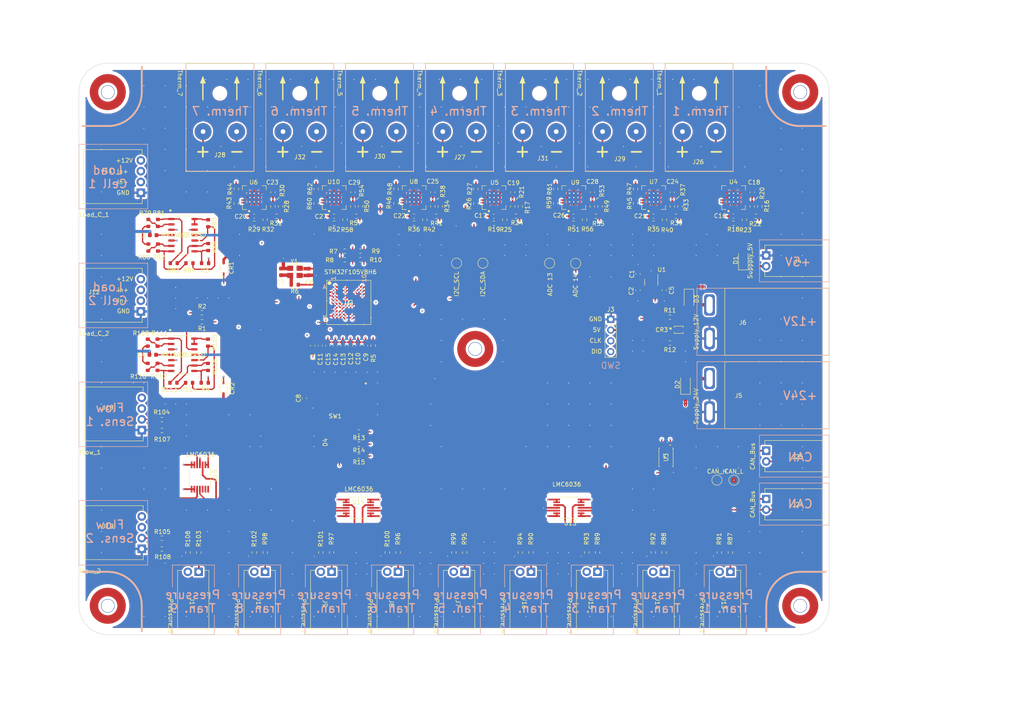
<source format=kicad_pcb>
(kicad_pcb (version 20211014) (generator pcbnew)
  (title_block (title "SEDS Sensor Board") (rev "-1"))
  (layers (0 "F.Cu" signal) (1 "In1.Cu" signal) (2 "In2.Cu" signal) (31 "B.Cu" signal) (34 "B.Paste" user) (35 "F.Paste" user) (36 "B.SilkS" user "B.Silkscreen") (37 "F.SilkS" user "F.Silkscreen") (38 "B.Mask" user) (39 "F.Mask" user) (44 "Edge.Cuts" user))
  (net 0 "")
  (net 1 "Net-(C6-Pad2)")
  (net 2 "GND")
  (net 3 "Net-(R46-Pad1)")
  (net 4 "+3V3")
  (net 5 "Net-(C7-Pad2)")
  (net 6 "Net-(C8-Pad2)")
  (net 7 "Net-(C16-Pad1)")
  (net 8 "Net-(C16-Pad2)")
  (net 9 "Net-(C20-Pad1)")
  (net 10 "Net-(C20-Pad2)")
  (net 11 "Net-(C21-Pad1)")
  (net 12 "Net-(C21-Pad2)")
  (net 13 "Net-(C22-Pad1)")
  (net 14 "Net-(C22-Pad2)")
  (net 15 "Net-(C26-Pad1)")
  (net 16 "Net-(C26-Pad2)")
  (net 17 "Net-(C27-Pad1)")
  (net 18 "Net-(D4-Pad1)")
  (net 19 "Net-(D4-Pad3)")
  (net 20 "/Load Cell 1/In-")
  (net 21 "/ADC12_IN0")
  (net 22 "/ADC12_IN1")
  (net 23 "/ADC12_IN2")
  (net 24 "/Load Cell 1/In+")
  (net 25 "/ADC12_IN3")
  (net 26 "/Load Cell 2/In-")
  (net 27 "/Pressure 1/diff+A")
  (net 28 "/Load Cell 2/In+")
  (net 29 "/Pressure 1/diff+B")
  (net 31 "/Pressure 1/diff+C")
  (net 32 "Net-(R85-Pad1)")
  (net 33 "/Pressure 1/diff+D")
  (net 34 "Net-(R90-Pad1)")
  (net 35 "/Pressure 2/diff+A")
  (net 37 "/Pressure 2/diff+B")
  (net 38 "Net-(J30-Pad1)")
  (net 39 "/Pressure 2/diff+C")
  (net 40 "Net-(J30-Pad2)")
  (net 41 "/Pressure 2/diff+D")
  (net 42 "Net-(R102-Pad1)")
  (net 43 "/Pressure and Flow/diff+A")
  (net 44 "Net-(R103-Pad1)")
  (net 45 "/Pressure and Flow/diff+B")
  (net 46 "Net-(R100-Pad1)")
  (net 47 "/Pressure and Flow/diff+C")
  (net 48 "Net-(J31-Pad1)")
  (net 49 "Net-(J31-Pad2)")
  (net 50 "/ADC12_IN15")
  (net 51 "Net-(J32-Pad1)")
  (net 52 "Net-(J24-Pad1)")
  (net 53 "Net-(J32-Pad2)")
  (net 54 "Net-(J24-Pad2)")
  (net 55 "/Vref")
  (net 56 "/Load Cell 1/out")
  (net 57 "/Load Cell 2/out")
  (net 58 "Net-(R5-Pad1)")
  (net 59 "Net-(R13-Pad1)")
  (net 60 "Net-(R6-Pad2)")
  (net 61 "Net-(R9-Pad2)")
  (net 62 "Net-(C17-Pad1)")
  (net 63 "Net-(C17-Pad2)")
  (net 64 "Net-(J26-Pad1)")
  (net 65 "Net-(J27-Pad1)")
  (net 66 "Net-(J26-Pad2)")
  (net 67 "Net-(J27-Pad2)")
  (net 68 "Net-(R10-Pad2)")
  (net 69 "Net-(R14-Pad1)")
  (net 70 "Net-(R15-Pad1)")
  (net 71 "Net-(R26-Pad1)")
  (net 72 "Net-(R43-Pad1)")
  (net 73 "Net-(R45-Pad1)")
  (net 74 "Net-(J28-Pad1)")
  (net 75 "Net-(J29-Pad1)")
  (net 76 "Net-(J28-Pad2)")
  (net 77 "Net-(R59-Pad1)")
  (net 78 "Net-(R60-Pad1)")
  (net 79 "+5V")
  (net 80 "Net-(C2-Pad1)")
  (net 81 "/ADC12_IN10")
  (net 82 "/ADC12_IN11")
  (net 83 "/ADC12_IN12")
  (net 84 "/ADC12_IN13")
  (net 85 "VDDA")
  (net 86 "/ADC12_IN4")
  (net 87 "/ADC12_IN5")
  (net 88 "/ADC12_IN6")
  (net 89 "/ADC12_IN7")
  (net 90 "/ADC12_IN14")
  (net 91 "/ADC12_IN8")
  (net 92 "/ADC12_IN9")
  (net 93 "/I2C2_SCL")
  (net 94 "/I2C2_SDA")
  (net 95 "/SWDIO")
  (net 96 "/SWCLK")
  (net 97 "/I2C1_SCL")
  (net 98 "/I2C1_SDA")
  (net 141 "/CAN_TX")
  (net 142 "/CAN_RX")
  (net 143 "Net-(R79-Pad1)")
  (net 144 "+24V")
  (net 145 "Net-(R79-Pad2)")
  (net 146 "Net-(D1-Pad2)")
  (net 147 "+12V")
  (net 148 "Net-(R80-Pad2)")
  (net 149 "Net-(R81-Pad2)")
  (net 150 "Net-(R82-Pad2)")
  (net 151 "Net-(R110-Pad2)")
  (net 152 "Net-(R83-Pad2)")
  (net 153 "Net-(R84-Pad2)")
  (net 154 "Net-(R87-Pad1)")
  (net 155 "Net-(R88-Pad1)")
  (net 156 "Net-(R89-Pad1)")
  (net 157 "Net-(R95-Pad1)")
  (net 158 "Net-(R109-Pad2)")
  (net 159 "Net-(R104-Pad1)")
  (net 160 "Net-(R109-Pad1)")
  (net 161 "Net-(R111-Pad2)")
  (net 162 "Net-(R113-Pad2)")
  (net 163 "Net-(R114-Pad2)")
  (net 164 "Net-(R115-Pad1)")
  (net 170 "Net-(R112-Pad2)")
  (net 209 "Net-(C27-Pad2)")
  (net 211 "/Pressure and Flow/output_D")
  (net 212 "Net-(J29-Pad2)")
  (net 214 "Net-(R101-Pad1)")
  (net 215 "Net-(R105-Pad1)")
  (net 216 "Net-(D2-Pad2)")
  (net 217 "Net-(D3-Pad2)")
  (net 218 "Net-(D4-Pad2)")
  (footprint "Resistor_SMD:R_0603_1608Metric" (layer "F.Cu") (at 98.4606 69.892 180)
    (fp_text reference "R29")
    (fp_text value "487k")
  )
  (footprint "Resistor_SMD:R_0603_1608Metric" (layer "F.Cu") (at 94.2356 61.817 90)
    (fp_text reference "R44")
    (fp_text value "43k")
  )
  (footprint "Capacitor_SMD:C_0603_1608Metric" (layer "F.Cu") (at 140.502266 62.592 90)
    (fp_text reference "C25")
    (fp_text value "0.1uF")
  )
  (footprint "CustomFootprints:3mm hole" (layer "F.Cu") (at 227 160)
    (fp_text reference "TP14" hide)
    (fp_text value "TestPoint")
  )
  (footprint "Resistor_SMD:R_0603_1608Metric" (layer "F.Cu") (at 141.327266 68.242)
    (fp_text reference "R41")
    (fp_text value "100")
  )
  (footprint "Capacitor_SMD:C_0603_1608Metric" (layer "F.Cu") (at 215.702268 62.592 90)
    (fp_text reference "C18")
    (fp_text value "0.1uF")
  )
  (footprint "Resistor_SMD:R_0603_1608Metric" (layer "F.Cu") (at 196.893933 65.917 -90)
    (fp_text reference "R37")
    (fp_text value "2M")
  )
  (footprint "Custom_Molex_SL_2.54:SL_2.54_H_2pin" (layer "F.Cu") (at 146.707144 151.996)
    (fp_text reference "J7")
    (fp_text value "Pressure_5")
  )
  (footprint "Capacitor_SMD:C_0603_1608Metric" (layer "F.Cu") (at 117.5656 98.7155 -90)
    (fp_text reference "C14")
    (fp_text value "100nF")
  )
  (footprint "Resistor_SMD:R_0603_1608Metric" (layer "F.Cu") (at 119.7876 78.497)
    (fp_text reference "R8")
    (fp_text value "4.7k")
  )
  (footprint "Resistor_SMD:R_0603_1608Metric" (layer "F.Cu") (at 83.22685 79.2948)
    (fp_text reference "R84")
    (fp_text value "50k")
  )
  (footprint "LMC6036:SOP65P640X120-14N" (layer "F.Cu") (at 172.541432 136.923 180)
    (fp_text reference "U13")
    (fp_text value "LMC6036")
  )
  (footprint "Resistor_SMD:R_0603_1608Metric" (layer "F.Cu") (at 138.652266 69.067 90)
    (fp_text reference "R42")
    (fp_text value "100")
  )
  (footprint "Resistor_SMD:R_0603_1608Metric" (layer "F.Cu") (at 73.4128 98.025 90)
    (fp_text reference "R109")
    (fp_text value "1.2k")
  )
  (footprint "Resistor_SMD:R_0603_1608Metric" (layer "F.Cu") (at 132.35 147.454 -90)
    (fp_text reference "R96")
    (fp_text value "100")
  )
  (footprint "K_type_thermo_conn_F:K_type_thermo_conn_F" (layer "F.Cu") (at 109.191667 48.3 180)
    (fp_text reference "J32")
    (fp_text value "Therm_6")
  )
  (footprint "Resistor_SMD:R_0603_1608Metric" (layer "F.Cu") (at 123.1125 124.733 180)
    (fp_text reference "R15")
    (fp_text value "140")
  )
  (footprint "Resistor_SMD:R_0603_1608Metric" (layer "F.Cu") (at 194.95 147.454 -90)
    (fp_text reference "R88")
    (fp_text value "100")
  )
  (footprint "Crystal:Crystal_SMD_3225-4Pin_3.2x2.5mm" (layer "F.Cu") (at 108.0356 81.342 180)
    (fp_text reference "Y1")
    (fp_text value "36 MHz")
  )
  (footprint "Capacitor_SMD:C_0603_1608Metric" (layer "F.Cu") (at 192.468933 68.242)
    (fp_text reference "C21")
    (fp_text value "0.1uF")
  )
  (footprint "Package_TO_SOT_SMD:SOT-23-5" (layer "F.Cu") (at 191.9266 83.7645 -90)
    (fp_text reference "U1")
    (fp_text value "LD3985M33R_SOT23")
  )
  (footprint "Resistor_SMD:R_0603_1608Metric" (layer "F.Cu") (at 157.460599 69.067 90)
    (fp_text reference "R25")
    (fp_text value "100")
  )
  (footprint "Resistor_SMD:R_0603_1608Metric" (layer "F.Cu") (at 85.44167 147.454 -90)
    (fp_text reference "R103")
    (fp_text value "100")
  )
  (footprint "Resistor_SMD:R_0603_1608Metric" (layer "F.Cu") (at 104.6856 65.917 90)
    (fp_text reference "R28")
    (fp_text value "2.49M")
  )
  (footprint "Custom_button_CS1102:Button CS1102" (layer "F.Cu") (at 118.0606 111.172 180)
    (fp_text reference "SW1")
    (fp_text value "SW_Push_Dual")
  )
  (footprint "Resistor_SMD:R_0603_1608Metric" (layer "F.Cu") (at 94.2356 65.217 -90)
    (fp_text reference "R43")
    (fp_text value "10k")
  )
  (footprint "Capacitor_SMD:C_0603_1608Metric" (layer "F.Cu") (at 173.6606 68.242)
    (fp_text reference "C26")
    (fp_text value "0.1uF")
  )
  (footprint "Capacitor_SMD:C_0603_1608Metric" (layer "F.Cu") (at 178.0856 62.592 90)
    (fp_text reference "C28")
    (fp_text value "0.1uF")
  )
  (footprint "CustomFootprints:seds-logo-back-2" (layer "F.Cu") (at 153.3 117.349355)
    (fp_text reference "TP3" hide)
    (fp_text value "TestPoint" hide)
  )
  (footprint "Resistor_SMD:R_0603_1608Metric" (layer "F.Cu") (at 131.852266 61.817 90)
    (fp_text reference "R48")
    (fp_text value "13k")
  )
  (footprint "Resistor_SMD:R_0603_1608Metric" (layer "F.Cu") (at 213.852268 69.067 90)
    (fp_text reference "R23")
    (fp_text value "100")
  )
  (footprint "TestPoint:TestPoint_Pad_D2.0mm" (layer "F.Cu") (at 207.4 130.4 180)
    (fp_text reference "TP6" hide)
    (fp_text value "CAN_H")
  )
  (footprint "Resistor_SMD:R_0603_1608Metric" (layer "F.Cu") (at 119.843933 69.067 90)
    (fp_text reference "R58")
    (fp_text value "100")
  )
  (footprint "Resistor_SMD:R_0603_1608Metric" (layer "F.Cu") (at 123.4606 78.497)
    (fp_text reference "R10")
    (fp_text value "100")
  )
  (footprint "Resistor_SMD:R_0603_1608Metric" (layer "F.Cu") (at 98.51 147.454 -90)
    (fp_text reference "R102")
    (fp_text value "100")
  )
  (footprint "Resistor_SMD:R_0603_1608Metric" (layer "F.Cu") (at 116.7 147.454 -90)
    (fp_text reference "R97")
    (fp_text value "100")
  )
  (footprint "Resistor_SMD:R_0603_1608Metric" (layer "F.Cu") (at 121.693933 65.917 -90)
    (fp_text reference "R54")
    (fp_text value "2M")
  )
  (footprint "Resistor_SMD:R_0603_1608Metric" (layer "F.Cu") (at 119.7876 76.465)
    (fp_text reference "R7")
    (fp_text value "4.7k")
  )
  (footprint "Resistor_SMD:R_0603_1608Metric" (layer "F.Cu") (at 75.80545 69.8154 90)
    (fp_text reference "R81")
    (fp_text value "50k")
  )
  (footprint "Resistor_SMD:R_0603_1608Metric" (layer "F.Cu") (at 169.4356 61.817 90)
    (fp_text reference "R61")
    (fp_text value "4.3k")
  )
  (footprint "Resistor_SMD:R_0603_1608Metric" (layer "F.Cu") (at 198.693933 65.917 90)
    (fp_text reference "R33")
    (fp_text value "2.49M")
  )
  (footprint "Custom_Molex_SL_2.54:SL_2.54_H_2pin" (layer "F.Cu") (at 218.996 136.1 90)
    (fp_text reference "J24")
    (fp_text value "CAN_Bus")
  )
  (footprint "Resistor_SMD:R_0603_1608Metric" (layer "F.Cu") (at 196.325 92 180)
    (fp_text reference "R11")
    (fp_text value "8.2k")
  )
  (footprint "K_type_thermo_conn_F:K_type_thermo_conn_F" (layer "F.Cu") (at 203.233334 48.3 180)
    (fp_text reference "J26")
    (fp_text value "Therm_1")
  )
  (footprint "Resistor_SMD:R_0603_1608Metric" (layer "F.Cu") (at 87.586 98.025 -90)
    (fp_text reference "R115")
    (fp_text value "50k")
  )
  (footprint "Resistor_SMD:R_0603_1608Metric" (layer "F.Cu") (at 160.135599 68.242)
    (fp_text reference "R24")
    (fp_text value "100")
  )
  (footprint "Resistor_SMD:R_0603_1608Metric" (layer "F.Cu") (at 131.852266 65.217 -90)
    (fp_text reference "R46")
    (fp_text value "10k")
  )
  (footprint "TestPoint:TestPoint_Pad_D2.0mm" (layer "F.Cu") (at 174.1424 79.3496)
    (fp_text reference "TP1" hide)
    (fp_text value "ADC 14")
  )
  (footprint "Resistor_SMD:R_0603_1608Metric" (layer "F.Cu") (at 86.90985 79.3028)
    (fp_text reference "R3")
    (fp_text value "200")
  )
  (footprint "MCP96RL01T:MCP96RL01T_QFN" (layer "F.Cu") (at 211.302268 63.842 90)
    (fp_text reference "U4")
    (fp_text value "MCP96RL01T")
  )
  (footprint "Capacitor_SMD:C_0603_1608Metric" (layer "F.Cu") (at 111.3 81.367 90)
    (fp_text reference "C6")
    (fp_text value "20pF")
  )
  (footprint "Resistor_SMD:R_0603_1608Metric" (layer "F.Cu") (at 207.965712 147.454 -90)
    (fp_text reference "R91")
    (fp_text value "100")
  )
  (footprint "CustomFootprints:3mm hole" (layer "F.Cu") (at 64 160)
    (fp_text reference "TP12" hide)
    (fp_text value "TestPoint")
  )
  (footprint "Resistor_SMD:R_0603_1608Metric" (layer "F.Cu") (at 178.0856 65.917 -90)
    (fp_text reference "R53")
    (fp_text value "2M")
  )
  (footprint "Custom_Molex_SL_2.54:SL_2.54_H_2pin" (layer "F.Cu") (at 218.9834 78.749334 90)
    (fp_text reference "J4")
    (fp_text value "Suppply_5V")
  )
  (footprint "Resistor_SMD:R_0603_1608Metric" (layer "F.Cu") (at 159.310599 65.917 -90)
    (fp_text reference "R21")
    (fp_text value "2M")
  )
  (footprint "Resistor_SMD:R_0603_1608Metric" (layer "F.Cu") (at 179.3 147.454 -90)
    (fp_text reference "R89")
    (fp_text value "100")
  )
  (footprint "MCP96RL01T:MCP96RL01T_QFN" (layer "F.Cu") (at 98.4856 63.842 90)
    (fp_text reference "U6")
    (fp_text value "MCP96RL01T")
  )
  (footprint "Capacitor_SMD:C_0603_1608Metric" (layer "F.Cu") (at 124.6776 98.7155 -90)
    (fp_text reference "C9")
    (fp_text value "100nF")
  )
  (footprint "Resistor_SMD:R_0603_1608Metric" (layer "F.Cu") (at 161.110599 65.917 90)
    (fp_text reference "R17")
    (fp_text value "2.49M")
  )
  (footprint "Resistor_SMD:R_0603_1608Metric" (layer "F.Cu") (at 215.702268 65.917 -90)
    (fp_text reference "R20")
    (fp_text value "2M")
  )
  (footprint "Resistor_SMD:R_0603_1608Metric" (layer "F.Cu") (at 86.1568 93.1164)
    (fp_text reference "R1")
    (fp_text value "3.2k")
  )
  (footprint "Capacitor_SMD:C_0603_1608Metric" (layer "F.Cu") (at 136.077266 68.242)
    (fp_text reference "C22")
    (fp_text value "0.1uF")
  )
  (footprint "Capacitor_SMD:C_0603_1608Metric" (layer "F.Cu") (at 104.8 81.342 -90)
    (fp_text reference "C7")
    (fp_text value "20pF")
  )
  (footprint "Resistor_SMD:R_0603_1608Metric" (layer "F.Cu") (at 123.1125 121.933 180)
    (fp_text reference "R14")
    (fp_text value "140")
  )
  (footprint "Resistor_SMD:R_0603_1608Metric" (layer "F.Cu") (at 87.62105 69.8948 -90)
    (fp_text reference "R85")
    (fp_text value "50k")
  )
  (footprint "Custom_Molex_SL_2.54:SL_2.54_H_4pin" (layer "F.Cu") (at 72.004 142.78 -90)
    (fp_text reference "J19")
    (fp_text value "Flow_2")
  )
  (footprint "K_type_thermo_conn_F:K_type_thermo_conn_F" (layer "F.Cu") (at 165.616666 48.3 180)
    (fp_text reference "J31")
    (fp_text value "Therm_3")
  )
  (footprint "Resistor_SMD:R_0603_1608Metric" (layer "F.Cu") (at 163.65 147.454 -90)
    (fp_text reference "R90")
    (fp_text value "100")
  )
  (footprint "Resistor_SMD:R_0603_1608Metric" (layer "F.Cu") (at 129.81 147.454 -90)
    (fp_text reference "R100")
    (fp_text value "100")
  )
  (footprint "CustomFootprints:3mm hole" (layer "F.Cu") (at 64 39)
    (fp_text reference "TP13" hide)
    (fp_text value "TestPoint")
  )
  (footprint "Capacitor_SMD:C_0603_1608Metric" (layer "F.Cu") (at 121.693933 62.592 90)
    (fp_text reference "C29")
    (fp_text value "0.1uF")
  )
  (footprint "Resistor_SMD:R_0603_1608Metric" (layer "F.Cu") (at 150.660599 61.817 90)
    (fp_text reference "R27")
    (fp_text value "7.5k")
  )
  (footprint "K_type_thermo_conn_F:K_type_thermo_conn_F" (layer "F.Cu") (at 146.808333 48.3 180)
    (fp_text reference "J27")
    (fp_text value "Therm_4")
  )
  (footprint "Capacitor_SMD:C_0603_1608Metric" (layer "F.Cu") (at 117.268933 68.242)
    (fp_text reference "C27")
    (fp_text value "0.1uF")
  )
  (footprint "Capacitor_SMD:C_0603_1608Metric" (layer "F.Cu") (at 196.893933 62.592 90)
    (fp_text reference "C24")
    (fp_text value "0.1uF")
  )
  (footprint "Capacitor_SMD:C_0603_1608Metric" (layer "F.Cu") (at 98.4606 68.242)
    (fp_text reference "C20")
    (fp_text value "0.1uF")
  )
  (footprint "Resistor_SMD:R_0603_1608Metric" (layer "F.Cu") (at 75.6988 98.025 90)
    (fp_text reference "R111")
    (fp_text value "50k")
  )
  (footprint "TestPoint:TestPoint_Pad_D2.0mm" (layer "F.Cu") (at 168 79.3 180)
    (fp_text reference "TP15" hide)
    (fp_text value "ADC 13")
  )
  (footprint "Resistor_SMD:R_0603_1608Metric" (layer "F.Cu") (at 176.2356 69.067 90)
    (fp_text reference "R56")
    (fp_text value "100")
  )
  (footprint "Custom_Molex_SL_2.54:SL_2.54_H_2pin" (layer "F.Cu") (at 162.355358 151.996)
    (fp_text reference "J16")
    (fp_text value "Pressure_4")
  )
  (footprint "Connector_PinHeader_2.54mm:PinHeader_1x04_P2.54mm_Vertical" (layer "F.Cu") (at 182.4 92.52)
    (fp_text reference "J3")
    (fp_text value "SWD Header")
  )
  (footprint "Resistor_SMD:R_0603_1608Metric" (layer "F.Cu") (at 117.268933 69.892 180)
    (fp_text reference "R52")
    (fp_text value "487k")
  )
  (footprint "Custom_Molex_SL_2.54:SL_2.54_H_2pin" (layer "F.Cu") (at 84.114288 151.996)
    (fp_text reference "J17")
    (fp_text value "Pressure_9")
  )
  (footprint "Resistor_SMD:R_0603_1608Metric" (layer "F.Cu") (at 76.73679 116.16 180)
    (fp_text reference "R104")
    (fp_text value "100")
  )
  (footprint "Resistor_SMD:R_0603_1608Metric" (layer "F.Cu") (at 216.527268 68.242)
    (fp_text reference "R22")
    (fp_text value "100")
  )
  (footprint "MAX33014E:MAX33014EATB&plus_" (layer "F.Cu") (at 195.407 125.031 -90)
    (fp_text reference "U3")
    (fp_text value "MAX33014EATB+" hide)
  )
  (footprint "Resistor_SMD:R_0603_1608Metric" (layer "F.Cu") (at 126.4556 98.7155 -90)
    (fp_text reference "R5")
    (fp_text value "10k")
  )
  (footprint "Resistor_SMD:R_0603_1608Metric" (layer "F.Cu") (at 114.16 147.454 -90)
    (fp_text reference "R101")
    (fp_text value "100")
  )
  (footprint "Resistor_SMD:R_0603_1608Metric" (layer "F.Cu") (at 148 147.454 -90)
    (fp_text reference "R95")
    (fp_text value "100")
  )
  (footprint "Custom_Molex_SL_2.54:SL_2.54_H_2pin" (layer "F.Cu") (at 115.410716 151.996)
    (fp_text reference "J9")
    (fp_text value "Pressure_7")
  )
  (footprint "MCP96RL01T:MCP96RL01T_QFN" (layer "F.Cu") (at 154.910599 63.842 90)
    (fp_text reference "U5")
    (fp_text value "MCP96RL01T")
  )
  (footprint "Capacitor_SMD:C_0603_1608Metric" (layer "F.Cu") (at 121.1216 98.7155 -90)
    (fp_text reference "C12")
    (fp_text value "100nF")
  )
  (footprint "Resistor_SMD:R_0603_1608Metric" (layer "F.Cu") (at 145.46 147.454 -90)
    (fp_text reference "R99")
    (fp_text value "100")
  )
  (footprint "CustomFootprints:PowerPoleThroughHole" (layer "F.Cu") (at 205.645 93.087 -90)
    (fp_text reference "J6")
    (fp_text value "Supply_12V")
  )
  (footprint "Capacitor_SMD:C_0603_1608Metric" (layer "F.Cu") (at 114.0096 98.7155 -90)
    (fp_text reference "C11")
    (fp_text value "100nF")
  )
  (footprint "Diode_SMD:D_1206_3216Metric" (layer "F.Cu") (at 213.6 78.6 90)
    (fp_text reference "D1")
    (fp_text value "D")
  )
  (footprint "Resistor_SMD:R_0603_1608Metric" (layer "F.Cu") (at 142.302266 65.917 90)
    (fp_text reference "R34")
    (fp_text value "2.49M")
  )
  (footprint "K_type_thermo_conn_F:K_type_thermo_conn_F" (layer "F.Cu") (at 90.383334 48.3 180)
    (fp_text reference "J28")
    (fp_text value "Therm_7")
  )
  (footprint "Resistor_SMD:R_0603_1608Metric" (layer "F.Cu") (at 87.586 103.7268 -90)
    (fp_text reference "R116")
    (fp_text value "50k")
  )
  (footprint "Capacitor_SMD:C_0603_1608Metric" (layer "F.Cu") (at 188.8024 81.8396 90)
    (fp_text reference "C1")
    (fp_text value "1uF")
  )
  (footprint "Resistor_SMD:R_0603_1608Metric" (layer "F.Cu") (at 178.9106 68.242)
    (fp_text reference "R55")
    (fp_text value "100")
  )
  (footprint "Inductor_SMD:L_0603_1608Metric" (layer "F.Cu") (at 112.2316 98.7155 -90)
    (fp_text reference "L1")
    (fp_text value "10uH")
  )
  (footprint "Resistor_SMD:R_0603_1608Metric" (layer "F.Cu") (at 154.885599 69.892 180)
    (fp_text reference "R19")
    (fp_text value "487k")
  )
  (footprint "3.3V Zener:MM3Z3V6C" (layer "F.Cu") (at 91.281125 80.5342 90)
    (fp_text reference "CR1")
    (fp_text value "MM3Z3V6C" hide)
  )
  (footprint "Custom_Molex_SL_2.54:SL_2.54_H_4pin" (layer "F.Cu") (at 71.77781 86.86 -90)
    (fp_text reference "J12")
    (fp_text value "Load_C_2")
  )
  (footprint "CustomFootprints:3mm hole" (layer "F.Cu") (at 227 39)
    (fp_text reference "TP11" hide)
    (fp_text value "TestPoint")
  )
  (footprint "Resistor_SMD:R_0603_1608Metric" (layer "F.Cu") (at 102.8856 65.917 -90)
    (fp_text reference "R30")
    (fp_text value "2M")
  )
  (footprint "CustomFootprints:seds-logo-2" (layer "F.Cu") (at 153.3 117.349355)
    (fp_text reference "TP2" hide)
    (fp_text value "TestPoint" hide)
  )
  (footprint "MAX44252ASD-:MAX44252ASD&plus_" (layer "F.Cu") (at 81.6553 100.8698)
    (fp_text reference "U16")
    (fp_text value "MAX44252ASD")
  )
  (footprint "Resistor_SMD:R_0603_1608Metric" (layer "F.Cu") (at 87.62105 75.4928 -90)
    (fp_text reference "R86")
    (fp_text value "50k")
  )
  (footprint "Resistor_SMD:R_0603_1608Metric" (layer "F.Cu") (at 122.518933 68.242)
    (fp_text reference "R57")
    (fp_text value "100")
  )
  (footprint "Resistor_SMD:R_0603_1608Metric" (layer "F.Cu") (at 176.76 147.454 -90)
    (fp_text reference "R93")
    (fp_text value "100")
  )
  (footprint "Resistor_SMD:R_0603_1608Metric" (layer "F.Cu") (at 169.4356 65.217 -90)
    (fp_text reference "R59")
    (fp_text value "10k")
  )
  (footprint "Resistor_SMD:R_0603_1608Metric" (layer "F.Cu") (at 103.7106 68.242)
    (fp_text reference "R31")
    (fp_text value "100")
  )
  (footprint "Capacitor_SMD:C_0603_1608Metric" (layer "F.Cu") (at 74.689 72.6948 180)
    (fp_text reference "C3")
    (fp_text value "100nF")
  )
  (footprint "MCP96RL01T:MCP96RL01T_QFN" (layer "F.Cu") (at 136.102266 63.842 90)
    (fp_text reference "U8")
    (fp_text value "MCP96RL01T")
  )
  (footprint "Capacitor_SMD:C_0603_1608Metric" (layer "F.Cu") (at 74.5812 100.8698 180)
    (fp_text reference "C4")
    (fp_text value "100nF")
  )
  (footprint "MCP96RL01T:MCP96RL01T_QFN" (layer "F.Cu") (at 192.493933 63.842 90)
    (fp_text reference "U7")
    (fp_text value "MCP96RL01T")
  )
  (footprint "Capacitor_SMD:C_0603_1608Metric" (layer "F.Cu") (at 102.8856 62.592 90)
    (fp_text reference "C23")
    (fp_text value "0.1uF")
  )
  (footprint "Resistor_SMD:R_0603_1608Metric" (layer "F.Cu") (at 123.493933 65.917 90)
    (fp_text reference "R50")
    (fp_text value "2.49M")
  )
  (footprint "Capacitor_SMD:C_0603_1608Metric" (layer "F.Cu") (at 195 85.675 -90)
    (fp_text reference "C5")
    (fp_text value "1uF")
  )
  (footprint "Resistor_SMD:R_0603_1608Metric" (layer "F.Cu") (at 150.660599 65.217 -90)
    (fp_text reference "R26")
    (fp_text value "10k")
  )
  (footprint "Resistor_SMD:R_0603_1608Metric" (layer "F.Cu") (at 86.824 107.4738)
    (fp_text reference "R4")
    (fp_text value "200")
  )
  (footprint "Resistor_SMD:R_0603_1608Metric" (layer "F.Cu") (at 113.043933 65.217 -90)
    (fp_text reference "R60")
    (fp_text value "10k")
  )
  (footprint "K_type_thermo_conn_F:K_type_thermo_conn_F" (layer "F.Cu") (at 184.424999 48.3 180)
    (fp_text reference "J29")
    (fp_text value "Therm_2")
  )
  (footprint "Resistor_SMD:R_0603_1608Metric" (layer "F.Cu") (at 123.4706 76.465)
    (fp_text reference "R9")
    (fp_text value "100")
  )
  (footprint "STM32F105VB:STM32F105VBH6" (layer "F.Cu") (at 120.7356 88.542)
    (fp_text reference "U2")
    (fp_text value "STM32F105VBH6")
  )
  (footprint "Resistor_SMD:R_0603_1608Metric" (layer "F.Cu") (at 79.54385 79.2948)
    (fp_text reference "R83")
    (fp_text value "50k")
  )
  (footprint "Custom_Molex_SL_2.54:SL_2.54_H_4pin" (layer "F.Cu") (at 71.77781 58.9 -90)
    (fp_text reference "J11")
    (fp_text value "Load_C_1")
  )
  (footprint "3.3V Zener:MM3Z3V6C" (layer "F.Cu") (at 91.2368 108.7628 -90)
    (fp_text reference "CR2")
    (fp_text value "MM3Z3V6C" hide)
  )
  (footprint "Resistor_SMD:R_0603_1608Metric" (layer "F.Cu") (at 82.90167 147.454 -90)
    (fp_text reference "R106")
    (fp_text value "150")
  )
  (footprint "Capacitor_SMD:C_0603_1608Metric" (layer "F.Cu") (at 119.3436 98.7155 -90)
    (fp_text reference "C13")
    (fp_text value "100nF")
  )
  (footprint "Resistor_SMD:R_0603_1608Metric" (layer "F.Cu") (at 192.41 147.454 -90)
    (fp_text reference "R92")
    (fp_text value "100")
  )
  (footprint "Resistor_SMD:R_0603_1608Metric" (layer "F.Cu") (at 76.73679 118.7 180)
    (fp_text reference "R107")
    (fp_text value "100")
  )
  (footprint "Capacitor_SMD:C_0603_1608Metric" (layer "F.Cu") (at 188.8024 85.7004 -90)
    (fp_text reference "C2")
    (fp_text value "10nF")
  )
  (footprint "Capacitor_SMD:C_0603_1608Metric" (layer "F.Cu") (at 159.310599 62.592 90)
    (fp_text reference "C19")
    (fp_text value "0.1uF")
  )
  (footprint "CustomFootprints:3mm hole" (layer "F.Cu") (at 150.5 99.5)
    (fp_text reference "TP10" hide)
    (fp_text value "TestPoint")
  )
  (footprint "Custom_Molex_SL_2.54:SL_2.54_H_2pin" (layer "F.Cu") (at 99.762502 151.996)
    (fp_text reference "J10")
    (fp_text value "Pressure_8")
  )
  (footprint "Resistor_SMD:R_0603_1608Metric" (layer "F.Cu") (at 188.243933 61.817 90)
    (fp_text reference "R47")
    (fp_text value "2.2k")
  )
  (footprint "LMC6036:SOP65P640X120-14N" (layer "F.Cu") (at 122.9916 136.934 180)
    (fp_text reference "U14")
    (fp_text value "LMC6036")
  )
  (footprint "Resistor_SMD:R_0603_1608Metric" (layer "F.Cu") (at 73.54945 75.6198 -90)
    (fp_text reference "R80")
    (fp_text value "14.3")
  )
  (footprint "Resistor_SMD:R_0603_1608Metric" (layer "F.Cu") (at 210.55 147.454 -90)
    (fp_text reference "R87")
    (fp_text value "100")
  )
  (footprint "Custom_Molex_SL_2.54:SL_2.54_H_2pin" (layer "F.Cu") (at 131.05893 151.996)
    (fp_text reference "J8")
    (fp_text value "Pressure_6")
  )
  (footprint "Custom_Molex_SL_2.54:SL_2.54_H_2pin" (layer "F.Cu") (at 178.003572 151.996)
    (fp_text reference "J15")
    (fp_text value "Pressure_3")
  )
  (footprint "Resistor_SMD:R_0603_1608Metric" (layer "F.Cu") (at 86.1568 90.9828 180)
    (fp_text reference "R2")
    (fp_text value "100")
  )
  (footprint "Resistor_SMD:R_0603_1608Metric" (layer "F.Cu") (at 113.043933 61.817 90)
    (fp_text reference "R62")
    (fp_text value "22k")
  )
  (footprint "LMC6036:SOP65P640X120-14N" (layer "F.Cu") (at 85.68 129.663 -90)
    (fp_text reference "U15")
    (fp_text value "LMC6036")
  )
  (footprint "Resistor_SMD:R_0603_1608Metric" (layer "F.Cu") (at 101.05 147.454 -90)
    (fp_text reference "R98")
    (fp_text value "100")
  )
  (footprint "Custom_Molex_SL_2.54:SL_2.54_H_2pin" (layer "F.Cu") (at 193.651786 151.996)
    (fp_text reference "J14")
    (fp_text value "Pressure_2")
  )
  (footprint "CustomFootprints:PowerPoleThroughHole" (layer "F.Cu") (at 205.645 110.406666 -90)
    (fp_text reference "J5")
    (fp_text value "Supply_24V")
  )
  (footprint "Capacitor_SMD:C_0603_1608Metric" (layer "F.Cu") (at 110.3106 111.122 90)
    (fp_text reference "C8")
    (fp_text value "100nF")
  )
  (footprint "Custom_Molex_SL_2.54:SL_2.54_H_2pin" (layer "F.Cu") (at 209.3 151.996)
    (fp_text reference "J13")
    (fp_text value "Pressure_1")
  )
  (footprint "CustomFootprints:RGB LED" (layer "F.Cu") (at 117.8125 121.833 90)
    (fp_text reference "D4")
    (fp_text value "LED_RGBA")
  )
  (footprint "MCP96RL01T:MCP96RL01T_QFN" (layer "F.Cu") (at 173.6856 63.842 90)
    (fp_text reference "U9")
    (fp_text value "MCP96RL01T")
  )
  (footprint "MCP96RL01T:MCP96RL01T_QFN" (layer "F.Cu") (at 117.293933 63.842 90)
    (fp_text reference "U10")
    (fp_text value "MCP96RL01T")
  )
  (footprint "Capacitor_SMD:C_0603_1608Metric" (layer "F.Cu") (at 122.8996 98.7155 -90)
    (fp_text reference "C10")
    (fp_text value "100nF")
  )
  (footprint "Resistor_SMD:R_0603_1608Metric" (layer "F.Cu") (at 108.0106 84.367)
    (fp_text reference "R6")
    (fp_text value "0k")
  )
  (footprint "Resistor_SMD:R_0603_1608Metric" (layer "F.Cu") (at 73.54945 69.8154 90)
    (fp_text reference "R79")
    (fp_text value "1.2k")
  )
  (footprint "Resistor_SMD:R_0603_1608Metric" (layer "F.Cu") (at 179.8856 65.917 90)
    (fp_text reference "R49")
    (fp_text value "2.49M")
  )
  (footprint "Resistor_SMD:R_0603_1608Metric" (layer "F.Cu") (at 217.502268 65.917 90)
    (fp_text reference "R16")
    (fp_text value "2.49M")
  )
  (footprint "Capacitor_SMD:C_0603_1608Metric" (layer "F.Cu") (at 115.7876 98.7155 -90)
    (fp_text reference "C15")
    (fp_text value "100nF")
  )
  (footprint "Diode_SMD:D_1206_3216Metric" (layer "F.Cu") (at 200 107.9 90)
    (fp_text reference "D2")
    (fp_text value "D")
  )
  (footprint "Resistor_SMD:R_0603_1608Metric" (layer "F.Cu") (at 75.6988 103.7146 -90)
    (fp_text reference "R112")
    (fp_text value "50k")
  )
  (footprint "Resistor_SMD:R_0603_1608Metric" (layer "F.Cu") (at 192.468933 69.892 180)
    (fp_text reference "R35")
    (fp_text value "487k")
  )
  (footprint "Resistor_SMD:R_0603_1608Metric" (layer "F.Cu") (at 101.0356 69.067 90)
    (fp_text reference "R32")
    (fp_text value "100")
  )
  (footprint "Custom_Molex_SL_2.54:SL_2.54_H_2pin" (layer "F.Cu") (at 218.996 124.744332 90)
    (fp_text reference "J25")
    (fp_text value "CAN_Bus")
  )
  (footprint "Resistor_SMD:R_0603_1608Metric" (layer "F.Cu") (at 76.73679 146.629 180)
    (fp_text reference "R108")
    (fp_text value "100")
  )
  (footprint "Custom_Molex_SL_2.54:SL_2.54_H_4pin" (layer "F.Cu") (at 72.004 114.82 -90)
    (fp_text reference "J18")
    (fp_text value "Flow_1")
  )
  (footprint "TestPoint:TestPoint_Pad_D2.0mm" (layer "F.Cu") (at 152.3 79.3)
    (fp_text reference "TP9" hide)
    (fp_text value "I2C_SDA")
  )
  (footprint "3.3V Zener:MM3Z3V6C" (layer "F.Cu") (at 198.3994 94.996)
    (fp_text reference "CR3")
    (fp_text value "MM3Z3V6C" hide)
  )
  (footprint "Capacitor_SMD:C_0603_1608Metric" (layer "F.Cu") (at 154.885599 68.242)
    (fp_text reference "C17")
    (fp_text value "0.1uF")
  )
  (footprint "Resistor_SMD:R_0603_1608Metric" (layer "F.Cu") (at 195.043933 69.067 90)
    (fp_text reference "R40")
    (fp_text value "100")
  )
  (footprint "Resistor_SMD:R_0603_1608Metric" (layer "F.Cu") (at 79.458 107.4738)
    (fp_text reference "R113")
    (fp_text value "50k")
  )
  (footprint "Resistor_SMD:R_0603_1608Metric" (layer "F.Cu") (at 73.4128 103.7146 -90)
    (fp_text reference "R110")
    (fp_text value "14.3")
  )
  (footprint "Resistor_SMD:R_0603_1608Metric" (layer "F.Cu") (at 197.718933 68.242)
    (fp_text reference "R39")
    (fp_text value "100")
  )
  (footprint "Diode_SMD:D_1206_3216Metric" (layer "F.Cu") (at 200.8 87.7 -90)
    (fp_text reference "D3")
    (fp_text value "D")
  )
  (footprint "Resistor_SMD:R_0603_1608Metric" (layer "F.Cu") (at 123.1125 119.033 180)
    (fp_text reference "R13")
    (fp_text value "261")
  )
  (footprint "K_type_thermo_conn_F:K_type_thermo_conn_F" (layer "F.Cu") (at 128 48.3 180)
    (fp_text reference "J30")
    (fp_text value "Therm_5")
  )
  (footprint "Resistor_SMD:R_0603_1608Metric" (layer "F.Cu") (at 136.077266 69.892 180)
    (fp_text reference "R36")
    (fp_text value "487k")
  )
  (footprint "Resistor_SMD:R_0603_1608Metric" (layer "F.Cu") (at 140.502266 65.917 -90)
    (fp_text reference "R38")
    (fp_text value "2M")
  )
  (footprint "Resistor_SMD:R_0603_1608Metric" (layer "F.Cu") (at 188.243933 65.217 -90)
    (fp_text reference "R45")
    (fp_text value "10k")
  )
  (footprint "Resistor_SMD:R_0603_1608Metric" (layer "F.Cu") (at 75.80545 75.6198 -90)
    (fp_text reference "R82")
    (fp_text value "50k")
  )
  (footprint "TestPoint:TestPoint_Pad_D2.0mm" (layer "F.Cu") (at 146.1 79.3)
    (fp_text reference "TP8" hide)
    (fp_text value "I2C_SCL")
  )
  (footprint "Capacitor_SMD:C_0603_1608Metric" (layer "F.Cu") (at 211.277268 68.242)
    (fp_text reference "C16")
    (fp_text value "0.1uF")
  )
  (footprint "Resistor_SMD:R_0603_1608Metric" (layer "F.Cu") (at 196.325 98.1)
    (fp_text reference "R12")
    (fp_text value "1.8k")
  )
  (footprint "Resistor_SMD:R_0603_1608Metric" (layer "F.Cu") (at 173.6606 69.892 180)
    (fp_text reference "R51")
    (fp_text value "487k")
  )
  (footprint "Resistor_SMD:R_0603_1608Metric" (layer "F.Cu") (at 83.141 107.4738)
    (fp_text reference "R114")
    (fp_text value "50k")
  )
  (footprint "MAX44252ASD-:MAX44252ASD&plus_" (layer "F.Cu") (at 81.70545 72.6948)
    (fp_text reference "U12")
    (fp_text value "MAX44252ASD")
  )
  (footprint "TestPoint:TestPoint_Pad_D2.0mm" (layer "F.Cu") (at 211.4 130.4 180)
    (fp_text reference "TP7" hide)
    (fp_text value "CAN_L")
  )
  (footprint "Resistor_SMD:R_0603_1608Metric" (layer "F.Cu") (at 161.11 147.454 -90)
    (fp_text reference "R94")
    (fp_text value "100")
  )
  (footprint "Resistor_SMD:R_0603_1608Metric" (layer "F.Cu") (at 211.277268 69.892 180)
    (fp_text reference "R18")
    (fp_text value "487k")
  )
  (footprint "Resistor_SMD:R_0603_1608Metric" (layer "F.Cu") (at 76.73679 144.089 180)
    (fp_text reference "R105")
    (fp_text value "100")
  )
  (gr_rect (start 73.4 51.3) (end 57.2 66.5) (layer "B.SilkS") (width 0.15) (fill none))
  (gr_rect (start 217.4 131.1) (end 233.8 141) (layer "B.SilkS") (width 0.15) (fill none))
  (gr_line (start 204.3 162.2) (end 204.3 166.8) (layer "B.SilkS") (width 0.15))
  (gr_line (start 64 47) (end 58 47) (layer "B.SilkS") (width 0.4))
  (gr_line (start 94.7 162.2) (end 94.7 166.8) (layer "B.SilkS") (width 0.15))
  (gr_line (start 94.8 155.6) (end 94.8 150.4) (layer "B.SilkS") (width 0.15))
  (gr_line (start 89.1 166.8) (end 89.1 162.2) (layer "B.SilkS") (width 0.15))
  (gr_line (start 188.7 150.4) (end 198.6 150.4) (layer "B.SilkS") (width 0.15))
  (gr_rect (start 176.4 32.2) (end 192.4 57.6) (layer "B.SilkS") (width 0.15) (fill none))
  (gr_line (start 110.5 155.6) (end 110.5 150.4) (layer "B.SilkS") (width 0.15))
  (gr_line (start 219 39) (end 219 33) (layer "B.SilkS") (width 0.4))
  (gr_rect (start 82.4 32.2) (end 98.4 57.6) (layer "B.SilkS") (width 0.15) (fill none))
  (gr_line (start 79.1 162.2) (end 79.1 166.8) (layer "B.SilkS") (width 0.15))
  (gr_line (start 120.4 166.8) (end 120.4 162.2) (layer "B.SilkS") (width 0.15))
  (gr_line (start 110.4 166.8) (end 120.4 166.8) (layer "B.SilkS") (width 0.15))
  (gr_line (start 198.6 166.8) (end 198.6 162.2) (layer "B.SilkS") (width 0.15))
  (gr_line (start 136 166.8) (end 136 162.2) (layer "B.SilkS") (width 0.15))
  (gr_line (start 204.4 150.4) (end 214.3 150.4) (layer "B.SilkS") (width 0.15))
  (gr_line (start 79.1 166.8) (end 89.1 166.8) (layer "B.SilkS") (width 0.15))
  (gr_line (start 151.7 166.8) (end 151.7 162.2) (layer "B.SilkS") (width 0.15))
  (gr_line (start 173 162.2) (end 173 166.8) (layer "B.SilkS") (width 0.15))
  (gr_rect (start 217.4 73.8) (end 233.8 83.7) (layer "B.SilkS") (width 0.15) (fill none))
  (gr_line (start 89.1 150.4) (end 89.1 155.6) (layer "B.SilkS") (width 0.15))
  (gr_line (start 188.6 162.2) (end 188.6 166.8) (layer "B.SilkS") (width 0.15))
  (gr_line (start 126.1 155.6) (end 126.1 150.4) (layer "B.SilkS") (width 0.15))
  (gr_line (start 110.5 150.4) (end 120.4 150.4) (layer "B.SilkS") (width 0.15))
  (gr_line (start 141.8 155.6) (end 141.8 150.4) (layer "B.SilkS") (width 0.15))
  (gr_line (start 157.4 150.4) (end 167.3 150.4) (layer "B.SilkS") (width 0.15))
  (gr_line (start 141.7 162.2) (end 141.7 166.8) (layer "B.SilkS") (width 0.15))
  (gr_line (start 227 152) (end 233 152) (layer "B.SilkS") (width 0.4))
  (gr_line (start 64 152) (end 58 152) (layer "B.SilkS") (width 0.4))
  (gr_line (start 188.6 166.8) (end 198.6 166.8) (layer "B.SilkS") (width 0.15))
  (gr_rect (start 138.796799 32.2) (end 154.796799 57.6) (layer "B.SilkS") (width 0.15) (fill none))
  (gr_line (start 126.1 150.4) (end 136 150.4) (layer "B.SilkS") (width 0.15))
  (gr_line (start 188.7 155.6) (end 188.7 150.4) (layer "B.SilkS") (width 0.15))
  (gr_line (start 214.3 166.8) (end 214.3 162.2) (layer "B.SilkS") (width 0.15))
  (gr_line (start 204.3 166.8) (end 214.3 166.8) (layer "B.SilkS") (width 0.15))
  (gr_line (start 227 47) (end 233 47) (layer "B.SilkS") (width 0.4))
  (gr_rect (start 233.8 102.5) (end 202.7 118.3) (layer "B.SilkS") (width 0.15) (fill none))
  (gr_rect (start 217.4 119.8) (end 233.8 129.7) (layer "B.SilkS") (width 0.15) (fill none))
  (gr_line (start 79.2 155.6) (end 79.2 150.4) (layer "B.SilkS") (width 0.15))
  (gr_line (start 141.7 166.8) (end 151.7 166.8) (layer "B.SilkS") (width 0.15))
  (gr_rect (start 233.8 85.2) (end 202.7 101) (layer "B.SilkS") (width 0.15) (fill none))
  (gr_line (start 204.4 155.6) (end 204.4 150.4) (layer "B.SilkS") (width 0.15))
  (gr_line (start 219 160) (end 219 166) (layer "B.SilkS") (width 0.4))
  (gr_rect (start 119.997953 32.2) (end 135.997953 57.6) (layer "B.SilkS") (width 0.15) (fill none))
  (gr_line (start 214.3 150.4) (end 214.3 155.6) (layer "B.SilkS") (width 0.15))
  (gr_line (start 151.7 150.4) (end 151.7 155.6) (layer "B.SilkS") (width 0.15))
  (gr_line (start 157.3 166.8) (end 167.3 166.8) (layer "B.SilkS") (width 0.15))
  (gr_line (start 167.3 166.8) (end 167.3 162.2) (layer "B.SilkS") (width 0.15))
  (gr_line (start 141.8 150.4) (end 151.7 150.4) (layer "B.SilkS") (width 0.15))
  (gr_line (start 173 166.8) (end 183 166.8) (layer "B.SilkS") (width 0.15))
  (gr_line (start 104.7 150.4) (end 104.7 155.6) (layer "B.SilkS") (width 0.15))
  (gr_line (start 104.7 166.8) (end 104.7 162.2) (layer "B.SilkS") (width 0.15))
  (gr_rect (start 157.6 32.2) (end 173.6 57.6) (layer "B.SilkS") (width 0.15) (fill none))
  (gr_line (start 173.1 150.4) (end 183 150.4) (layer "B.SilkS") (width 0.15))
  (gr_line (start 126 166.8) (end 136 166.8) (layer "B.SilkS") (width 0.15))
  (gr_line (start 120.4 150.4) (end 120.4 155.6) (layer "B.SilkS") (width 0.15))
  (gr_rect (start 73.4 79.3) (end 57.2 94.5) (layer "B.SilkS") (width 0.15) (fill none))
  (gr_line (start 72 39) (end 72 33) (layer "B.SilkS") (width 0.4))
  (gr_line (start 94.8 150.4) (end 104.7 150.4) (layer "B.SilkS") (width 0.15))
  (gr_rect (start 195.2 32.2) (end 211.2 57.6) (layer "B.SilkS") (width 0.15) (fill none))
  (gr_arc (start 219 160) (mid 221.343146 154.343146) (end 227 152) (layer "B.SilkS") (width 0.4))
  (gr_line (start 183 150.4) (end 183 155.6) (layer "B.SilkS") (width 0.15))
  (gr_rect (start 73.4 135.2) (end 57.2 150.4) (layer "B.SilkS") (width 0.15) (fill none))
  (gr_arc (start 72 39) (mid 69.656854 44.656854) (end 64 47) (layer "B.SilkS") (width 0.4))
  (gr_rect (start 73.4 107.3) (end 57.2 122.5) (layer "B.SilkS") (width 0.15) (fill none))
  (gr_line (start 79.2 150.4) (end 89.1 150.4) (layer "B.SilkS") (width 0.15))
  (gr_line (start 157.4 155.6) (end 157.4 150.4) (layer "B.SilkS") (width 0.15))
  (gr_line (start 157.3 162.2) (end 157.3 166.8) (layer "B.SilkS") (width 0.15))
  (gr_arc (start 64 152) (mid 69.656854 154.343146) (end 72 160) (layer "B.SilkS") (width 0.4))
  (gr_line (start 198.6 150.4) (end 198.6 155.6) (layer "B.SilkS") (width 0.15))
  (gr_line (start 173.1 155.6) (end 173.1 150.4) (layer "B.SilkS") (width 0.15))
  (gr_line (start 183 166.8) (end 183 162.2) (layer "B.SilkS") (width 0.15))
  (gr_line (start 72 160) (end 72 166) (layer "B.SilkS") (width 0.4))
  (gr_rect (start 101.2 32.2) (end 117.2 57.6) (layer "B.SilkS") (width 0.15) (fill none))
  (gr_line (start 167.3 150.4) (end 167.3 155.6) (layer "B.SilkS") (width 0.15))
  (gr_line (start 126 162.2) (end 126 166.8) (layer "B.SilkS") (width 0.15))
  (gr_arc (start 227 47) (mid 221.343146 44.656854) (end 219 39) (layer "B.SilkS") (width 0.4))
  (gr_line (start 110.4 162.2) (end 110.4 166.8) (layer "B.SilkS") (width 0.15))
  (gr_line (start 136 150.4) (end 136 155.6) (layer "B.SilkS") (width 0.15))
  (gr_line (start 94.7 166.8) (end 104.7 166.8) (layer "B.SilkS") (width 0.15))
  (gr_line (start 217.0856 63.642) (end 216.5856 64.242) (layer "F.SilkS") (width 0.15))
  (gr_line (start 64 152) (end 58 152) (layer "F.SilkS") (width 0.4))
  (gr_line (start 219 39) (end 219 33) (layer "F.SilkS") (width 0.4))
  (gr_line (start 227 152) (end 233 152) (layer "F.SilkS") (width 0.4))
  (gr_arc (start 72 39) (mid 69.656854 44.656854) (end 64 47) (layer "F.SilkS") (width 0.4))
  (gr_line (start 72 39) (end 72 33) (layer "F.SilkS") (width 0.4))
  (gr_line (start 179.5356 63.792) (end 178.9856 64.242) (layer "F.SilkS") (width 0.15))
  (gr_line (start 227 47) (end 233 47) (layer "F.SilkS") (width 0.4))
  (gr_line (start 219 160) (end 219 166) (layer "F.SilkS") (width 0.4))
  (gr_arc (start 64 152) (mid 69.656854 154.343146) (end 72 160) (layer "F.SilkS") (width 0.4))
  (gr_line (start 198.4856 63.592) (end 197.7856 64.242) (layer "F.SilkS") (width 0.15))
  (gr_line (start 123.0856 63.792) (end 122.6356 64.242) (layer "F.SilkS") (width 0.15))
  (gr_line (start 141.8856 63.942) (end 141.4856 64.292) (layer "F.SilkS") (width 0.15))
  (gr_line (start 64 47) (end 58 47) (layer "F.SilkS") (width 0.4))
  (gr_line (start 104.3356 63.792) (end 103.8356 64.342) (layer "F.SilkS") (width 0.15))
  (gr_arc (start 227 47) (mid 221.343146 44.656854) (end 219 39) (layer "F.SilkS") (width 0.4))
  (gr_arc (start 219 160) (mid 221.343146 154.343146) (end 227 152) (layer "F.SilkS") (width 0.4))
  (gr_circle (center 116.19 83.990884) (end 116.570156 83.990884) (layer "F.SilkS") (width 0.15) (fill solid))
  (gr_line (start 72 160) (end 72 166) (layer "F.SilkS") (width 0.4))
  (gr_line (start 160.6356 63.742) (end 160.1856 64.292) (layer "F.SilkS") (width 0.15))
  (gr_line (start 227 166.8) (end 64 166.8) (layer "Edge.Cuts") (width 0.1))
  (gr_arc (start 227 32.2) (mid 231.808326 34.191674) (end 233.8 39) (layer "Edge.Cuts") (width 0.1))
  (gr_arc (start 233.8 160) (mid 231.808326 164.808326) (end 227 166.8) (layer "Edge.Cuts") (width 0.1))
  (gr_arc (start 57.2 39) (mid 59.191674 34.191674) (end 64 32.2) (layer "Edge.Cuts") (width 0.1))
  (gr_line (start 57.2 160) (end 57.2 39) (layer "Edge.Cuts") (width 0.1))
  (gr_line (start 233.8 39) (end 233.8 160) (layer "Edge.Cuts") (width 0.1))
  (gr_line (start 64 32.2) (end 227 32.2) (layer "Edge.Cuts") (width 0.1))
  (gr_arc (start 64 166.8) (mid 59.191674 164.808326) (end 57.2 160) (layer "Edge.Cuts") (width 0.1))
  (gr_text "Pressure\nTran. 7" (at 115 159) (layer "B.SilkS") (effects (font (size 2 2) (thickness 0.3)) (justify mirror)))
  (gr_text "Pressure\nTran. 1" (at 209.5 159) (layer "B.SilkS") (effects (font (size 2 2) (thickness 0.3)) (justify mirror)))
  (gr_text "Pressure\nTran. 8" (at 99.5 159) (layer "B.SilkS") (effects (font (size 2 2) (thickness 0.3)) (justify mirror)))
  (gr_text "Therm. 4" (at 146.5 43.5) (layer "B.SilkS") (effects (font (size 2 2) (thickness 0.3)) (justify mirror)))
  (gr_text "Pressure\nTran. 5" (at 147 159) (layer "B.SilkS") (effects (font (size 2 2) (thickness 0.3)) (justify mirror)))
  (gr_text "+5V" (at 226.5 79) (layer "B.SilkS") (effects (font (size 2 2) (thickness 0.3)) (justify mirror)))
  (gr_text "Therm. 1" (at 203.5 43.5) (layer "B.SilkS") (effects (font (size 2 2) (thickness 0.3)) (justify mirror)))
  (gr_text "+12V" (at 227 93) (layer "B.SilkS") (effects (font (size 2 2) (thickness 0.3)) (justify mirror)))
  (gr_text "+24V" (at 227 110.5) (layer "B.SilkS") (effects (font (size 2 2) (thickness 0.3)) (justify mirror)))
  (gr_text "Therm. 3" (at 165.5 43.5) (layer "B.SilkS") (effects (font (size 2 2) (thickness 0.3)) (justify mirror)))
  (gr_text "Pressure\nTran. 2" (at 193.5 159) (layer "B.SilkS") (effects (font (size 2 2) (thickness 0.3)) (justify mirror)))
  (gr_text "CAN" (at 227 125) (layer "B.SilkS") (effects (font (size 2 2) (thickness 0.3)) (justify mirror)))
  (gr_text "Therm. 6" (at 109 43.5) (layer "B.SilkS") (effects (font (size 2 2) (thickness 0.3)) (justify mirror)))
  (gr_text "CAN" (at 227 136) (layer "B.SilkS") (effects (font (size 2 2) (thickness 0.3)) (justify mirror)))
  (gr_text "Pressure\nTran. 9" (at 84 159) (layer "B.SilkS") (effects (font (size 2 2) (thickness 0.3)) (justify mirror)))
  (gr_text "SWD" (at 182.4 103.4) (layer "B.SilkS") (effects (font (size 1.5 1.5)) (justify mirror)))
  (gr_text "Load\nCell 1" (at 64 59) (layer "B.SilkS") (effects (font (size 2 2) (thickness 0.3)) (justify mirror)))
  (gr_text "Flow\nSens. 2" (at 64.5 142.5) (layer "B.SilkS") (effects (font (size 2 2) (thickness 0.3)) (justify mirror)))
  (gr_text "Load\nCell 2" (at 64 86.5) (layer "B.SilkS") (effects (font (size 2 2) (thickness 0.3)) (justify mirror)))
  (gr_text "Flow\nSens. 1" (at 64.5 115) (layer "B.SilkS") (effects (font (size 2 2) (thickness 0.3)) (justify mirror)))
  (gr_text "Therm. 7" (at 90.5 43.5) (layer "B.SilkS") (effects (font (size 2 2) (thickness 0.3)) (justify mirror)))
  (gr_text "Pressure\nTran. 3" (at 178.5 159) (layer "B.SilkS") (effects (font (size 2 2) (thickness 0.3)) (justify mirror)))
  (gr_text "Pressure\nTran. 6" (at 131 159) (layer "B.SilkS") (effects (font (size 2 2) (thickness 0.3)) (justify mirror)))
  (gr_text "Therm. 5" (at 128 43.5) (layer "B.SilkS") (effects (font (size 2 2) (thickness 0.3)) (justify mirror)))
  (gr_text "Pressure\nTran. 4" (at 162.5 159) (layer "B.SilkS") (effects (font (size 2 2) (thickness 0.3)) (justify mirror)))
  (gr_text "Therm. 2" (at 184.5 43.5) (layer "B.SilkS") (effects (font (size 2 2) (thickness 0.3)) (justify mirror)))
  (gr_text "+12V" (at 67.9 55.1) (layer "F.SilkS") (effects (font (size 1 1))))
  (gr_text "CLK" (at 178.816 97.536) (layer "F.SilkS") (effects (font (size 1 1))))
  (gr_text "5V" (at 179.07 94.996) (layer "F.SilkS") (effects (font (size 1 1))))
  (gr_text "In+" (at 67.6 85.6) (layer "F.SilkS") (effects (font (size 1 1))))
  (gr_text "DIO" (at 179.07 100.076) (layer "F.SilkS") (effects (font (size 1 1))))
  (gr_text "+12V" (at 68 83) (layer "F.SilkS") (effects (font (size 1 1))))
  (gr_text "In+" (at 67.5 57.7) (layer "F.SilkS") (effects (font (size 1 1))))
  (gr_text "In-" (at 67.6 88.1) (layer "F.SilkS") (effects (font (size 1 1))))
  (gr_text "GND" (at 67.6 62.7) (layer "F.SilkS") (effects (font (size 1 1))))
  (gr_text "In-" (at 67.5 60.2) (layer "F.SilkS") (effects (font (size 1 1))))
  (gr_text "GND" (at 178.816 92.456) (layer "F.SilkS") (effects (font (size 1 1))))
  (gr_text "GND" (at 67.7 90.6) (layer "F.SilkS") (effects (font (size 1 1))))
  (segment (start 117.1356 86.542) (end 116.7356 86.142) (width 0.3) (layer "F.Cu") (net 1))
  (segment (start 113.4856 80.592) (end 111.3 80.592) (width 0.4) (layer "F.Cu") (net 1))
  (segment (start 114.3856 81.492) (end 113.4856 80.592) (width 0.4) (layer "F.Cu") (net 1))
  (segment (start 114.9356 86.142) (end 114.3856 85.592) (width 0.4) (layer "F.Cu") (net 1))
  (segment (start 111.3 80.592) (end 109.2356 80.592) (width 0.8) (layer "F.Cu") (net 1))
  (segment (start 116.7356 86.142) (end 114.9356 86.142) (width 0.4) (layer "F.Cu") (net 1))
  (segment (start 109.2356 80.592) (end 109.1356 80.492) (width 0.4) (layer "F.Cu") (net 1))
  (segment (start 114.3856 85.592) (end 114.3856 81.492) (width 0.4) (layer "F.Cu") (net 1))
  (via (at 116.7356 86.142) (size 0.4) (drill 0.2) (layers "F.Cu" "B.Cu") (net 1))
  (segment (start 118.4856 62.642) (end 118.2856 62.842) (width 0.4) (layer "F.Cu") (net 2))
  (segment (start 136.0856 61.642) (end 136.0856 62.842) (width 0.4) (layer "F.Cu") (net 2))
  (segment (start 196.407001 127.809001) (end 197.185 128.587) (width 0.3) (layer "F.Cu") (net 2))
  (segment (start 144.072074 148.279) (end 144.001074 148.35) (width 0.4) (layer "F.Cu") (net 2))
  (segment (start 172.8356 69.892) (end 171.7356 69.892) (width 0.4) (layer "F.Cu") (net 2))
  (segment (start 133.6856 66.342) (end 133.3856 66.042) (width 0.4) (layer "F.Cu") (net 2))
  (segment (start 92.1 77.6) (end 92.5 77.6) (width 0.6) (layer "F.Cu") (net 2))
  (segment (start 91.2368 111.3368) (end 91.4 111.5) (width 0.6) (layer "F.Cu") (net 2))
  (segment (start 115.1856 66.042) (end 115.2856 66.042) (width 0.4) (layer "F.Cu") (net 2))
  (segment (start 137.2856 65.042) (end 136.0856 63.842) (width 0.4) (layer "F.Cu") (net 2))
  (segment (start 100.7356 62.642) (end 101.1356 62.642) (width 0.4) (layer "F.Cu") (net 2))
  (segment (start 95.7856 66.042) (end 95.7356 66.042) (width 0.4) (layer "F.Cu") (net 2))
  (segment (start 134.0856 66.042) (end 134.8356 66.042) (width 0.4) (layer "F.Cu") (net 2))
  (segment (start 190.0856 66.342) (end 189.7856 66.042) (width 0.4) (layer "F.Cu") (net 2))
  (segment (start 142.2856 65.092) (end 142.2856 62.542) (width 0.4) (layer "F.Cu") (net 2))
  (segment (start 114.8856 69.442) (end 114.8856 66.342) (width 0.4) (layer "F.Cu") (net 2))
  (segment (start 109.1856 82.142) (end 108.8856 82.442) (width 0.3) (layer "F.Cu") (net 2))
  (segment (start 208.8856 66.342) (end 209.1856 66.042) (width 0.4) (layer "F.Cu") (net 2))
  (segment (start 190.0856 66.342) (end 190.3856 66.042) (width 0.4) (layer "F.Cu") (net 2))
  (segment (start 179.1606 61.817) (end 178.0856 61.817) (width 0.4) (layer "F.Cu") (net 2))
  (segment (start 119.9356 88.542) (end 119.9388 88.5388) (width 0.3) (layer "F.Cu") (net 2))
  (segment (start 111.25 82.192) (end 111.3 82.142) (width 0.3) (layer "F.Cu") (net 2))
  (segment (start 171.2856 69.442) (end 171.2856 66.342) (width 0.4) (layer "F.Cu") (net 2))
  (segment (start 171.3356 66.042) (end 171.6856 66.042) (width 0.4) (layer "F.Cu") (net 2))
  (segment (start 116.0856 65.042) (end 117.2856 63.842) (width 0.4) (layer "F.Cu") (net 2))
  (segment (start 119.3436 99.4775) (end 119.3436 101.2425) (width 0.4) (layer "F.Cu") (net 2))
  (segment (start 194.7356 62.642) (end 195.1356 62.642) (width 0.4) (layer "F.Cu") (net 2))
  (segment (start 189.7356 66.042) (end 190.1356 66.042) (width 0.4) (layer "F.Cu") (net 2))
  (segment (start 109.1356 82.192) (end 111.25 82.192) (width 0.8) (layer "F.Cu") (net 2))
  (segment (start 106.8606 80.567) (end 106.9356 80.492) (width 0.3) (layer "F.Cu") (net 2))
  (segment (start 209.2856 66.042) (end 210.0356 66.042) (width 0.4) (layer "F.Cu") (net 2))
  (segment (start 200 98.7) (end 200 100) (width 0.3) (layer "F.Cu") (net 2))
  (segment (start 171.4356 63.842) (end 172.6856 63.842) (width 0.4) (layer "F.Cu") (net 2))
  (segment (start 134.8856 65.042) (end 136.0856 63.842) (width 0.4) (layer "F.Cu") (net 2))
  (segment (start 161.16893 148.279) (end 159.77386 148.279) (width 0.4) (layer "F.Cu") (net 2))
  (segment (start 75.91179 118.7) (end 72.074 118.7) (width 0.3) (layer "F.Cu") (net 2))
  (segment (start 191.2356 66.042) (end 191.2856 66.092) (width 0.4) (layer "F.Cu") (net 2))
  (segment (start 212.4856 62.642) (end 212.2856 62.842) (width 0.4) (layer "F.Cu") (net 2))
  (segment (start 116.0356 66.042) (end 116.0856 66.092) (width 0.4) (layer "F.Cu") (net 2))
  (segment (start 169.8356 66.042) (end 170.9356 66.042) (width 0.4) (layer "F.Cu") (net 2))
  (segment (start 207.98 148.279) (end 206.58493 148.279) (width 0.4) (layer "F.Cu") (net 2))
  (segment (start 153.710599 65.042) (end 154.910599 63.842) (width 0.3) (layer "F.Cu") (net 2))
  (segment (start 191.6356 69.892) (end 190.5356 69.892) (width 0.4) (layer "F.Cu") (net 2))
  (segment (start 104.6856 65.092) (end 104.6856 62.542) (width 0.4) (layer "F.Cu") (net 2))
  (segment (start 157.1356 62.642) (end 156.0856 62.642) (width 0.4) (layer "F.Cu") (net 2))
  (segment (start 199.4 98.1) (end 200 98.7) (width 0.3) (layer "F.Cu") (net 2))
  (segment (start 120.3356 88.142) (end 119.9388 88.5388) (width 0.3) (layer "F.Cu") (net 2))
  (segment (start 152.4856 66.342) (end 152.1856 66.042) (width 0.4) (layer "F.Cu") (net 2))
  (segment (start 179.8856 65.092) (end 179.8856 62.542) (width 0.4) (layer "F.Cu") (net 2))
  (segment (start 160.3606 61.817) (end 159.2856 61.817) (width 0.4) (layer "F.Cu") (net 2))
  (segment (start 192.4856 61.642) (end 192.4856 62.842) (width 0.4) (layer "F.Cu") (net 2))
  (segment (start 115.0356 63.842) (end 116.2856 63.842) (width 0.4) (layer "F.Cu") (net 2))
  (segment (start 73.8062 100.0314) (end 73.8124 100.0252) (width 0.3) (layer "F.Cu") (net 2))
  (segment (start 141.5606 61.817) (end 140.4856 61.817) (width 0.4) (layer "F.Cu") (net 2))
  (segment (start 85.68 133.68) (end 87.3 135.3) (width 0.3) (layer "F.Cu") (net 2))
  (segment (start 114.9356 66.042) (end 115.2856 66.042) (width 0.4) (layer "F.Cu") (net 2))
  (segment (start 208.8856 69.442) (end 208.8856 66.342) (width 0.4) (layer "F.Cu") (net 2))
  (segment (start 135.4856 63.242) (end 136.0856 63.842) (width 0.4) (layer "F.Cu") (net 2))
  (segment (start 97.8856 63.242) (end 98.4856 63.842) (width 0.4) (layer "F.Cu") (net 2))
  (segment (start 116.6856 63.242) (end 117.2856 63.842) (width 0.4) (layer "F.Cu") (net 2))
  (segment (start 190.1356 66.042) (end 190.4856 66.042) (width 0.4) (layer "F.Cu") (net 2))
  (segment (start 100.7356 62.642) (end 99.6856 62.642) (width 0.4) (layer "F.Cu") (net 2))
  (segment (start 212.4856 65.042) (end 211.2856 63.842) (width 0.4) (layer "F.Cu") (net 2))
  (segment (start 136.102266 66.092) (end 136.102266 64.842) (width 0.3) (layer "F.Cu") (net 2))
  (segment (start 209.0356 63.842) (end 210.2856 63.842) (width 0.4) (layer "F.Cu") (net 2))
  (segment (start 116.224 136.934) (end 115.61 136.32) (width 0.3) (layer "F.Cu") (net 2))
  (segment (start 190.5356 69.892) (end 190.0856 69.442) (width 0.4) (layer "F.Cu") (net 2))
  (segment (start 114.063572 148.279) (end 112.668502 148.279) (width 0.4) (layer "F.Cu") (net 2))
  (segment (start 152.7856 66.042) (end 152.8856 66.042) (width 0.4) (layer "F.Cu") (net 2))
  (segment (start 188.8024 86.4754) (end 188.8024 88.1594) (width 0.4) (layer "F.Cu") (net 2))
  (segment (start 120.1216 136.934) (end 116.224 136.934) (width 0.3) (layer "F.Cu") (net 2))
  (segment (start 116.7356 90.142) (end 117.1356 89.742) (width 0.3) (layer "F.Cu") (net 2))
  (segment (start 133.8356 63.842) (end 135.0856 63.842) (width 0.4) (layer "F.Cu") (net 2))
  (segment (start 210.4356 69.892) (end 209.3356 69.892) (width 0.4) (layer "F.Cu") (net 2))
  (segment (start 99.6856 62.642) (end 99.4856 62.842) (width 0.4) (layer "F.Cu") (net 2))
  (segment (start 97.166716 148.279) (end 97.095716 148.35) (width 0.4) (layer "F.Cu") (net 2))
  (segment (start 195.1356 62.642) (end 195.9606 61.817) (width 0.4) (layer "F.Cu") (net 2))
  (segment (start 111.8356 113.422) (end 110.3106 111.897) (width 0.4) (layer "F.Cu") (net 2))
  (segment (start 96.0856 66.342) (end 95.7856 66.042) (width 0.4) (layer "F.Cu") (net 2))
  (segment (start 190.3856 66.042) (end 190.4856 66.042) (width 0.4) (layer "F.Cu") (net 2))
  (segment (start 97.6356 69.892) (end 96.5356 69.892) (width 0.4) (layer "F.Cu") (net 2))
  (segment (start 121.9356 88.142) (end 121.5356 88.542) (width 0.3) (layer "F.Cu") (net 2))
  (segment (start 195.9606 61.817) (end 196.8856 61.817) (width 0.4) (layer "F.Cu") (net 2))
  (segment (start 190.2356 63.242) (end 191.8856 63.242) (width 0.4) (layer "F.Cu") (net 2))
  (segment (start 171.6856 66.042) (end 172.4356 66.042) (width 0.4) (layer "F.Cu") (net 2))
  (segment (start 189.7856 66.042) (end 189.7356 66.042) (width 0.4) (layer "F.Cu") (net 2))
  (segment (start 152.4856 66.092) (end 152.5356 66.042) (width 0.4) (layer "F.Cu") (net 2))
  (segment (start 156.110599 65.042) (end 155.910599 64.842) (width 0.3) (layer "F.Cu") (net 2))
  (segment (start 154.910599 66.092) (end 154.910599 63.842) (width 0.3) (layer "F.Cu") (net 2))
  (segment (start 209.1856 66.042) (end 209.2856 66.042) (width 0.4) (layer "F.Cu") (net 2))
  (segment (start 118.4856 65.042) (end 117.2856 63.842) (width 0.4) (layer "F.Cu") (net 2))
  (segment (start 113.1 82.142) (end 111.3 82.142) (width 0.8) (layer "F.Cu") (net 2))
  (segment (start 156.110599 65.066999) (end 154.8856 63.842) (width 0.4) (layer "F.Cu") (net 2))
  (segment (start 105.3356 78.117) (end 105.3356 80.5) (width 0.8) (layer "F.Cu") (net 2))
  (segment (start 212.4856 66.092) (end 212.4856 65.042) (width 0.4) (layer "F.Cu") (net 2))
  (segment (start 96.0856 66.342) (end 96.3856 66.042) (width 0.4) (layer "F.Cu") (net 2))
  (segment (start 173.0856 63.242) (end 173.6856 63.842) (width 0.4) (layer "F.Cu") (net 2))
  (segment (start 173.6856 61.642) (end 173.6856 62.842) (width 0.4) (layer "F.Cu") (net 2))
  (segment (start 209.3356 69.892) (end 208.8856 69.442) (width 0.4) (layer "F.Cu") (net 2))
  (segment (start 97.2856 65.042) (end 98.4856 63.842) (width 0.4) (layer "F.Cu") (net 2))
  (segment (start 96.0856 66.342) (end 96.0856 66.092) (width 0.4) (layer "F.Cu") (net 2))
  (segment (start 154.8856 61.642) (end 154.8856 62.842) (width 0.4) (layer "F.Cu") (net 2))
  (segment (start 114.8856 66.342) (end 114.8856 66.092) (width 0.4) (layer "F.Cu") (net 2))
  (segment (start 114.5856 66.042) (end 114.5356 66.042) (width 0.4) (layer "F.Cu") (net 2))
  (segment (start 133.8356 63.242) (end 135.4856 63.242) (width 0.4) (layer "F.Cu") (net 2))
  (segment (start 198.6856 62.542) (end 197.9606 61.817) (width 0.4) (layer "F.Cu") (net 2))
  (segment (start 172.4356 66.042) (end 172.4856 66.092) (width 0.4) (layer "F.Cu") (net 2))
  (segment (start 170.9356 66.042) (end 171.3356 66.042) (width 0.4) (layer "F.Cu") (net 2))
  (segment (start 213.5356 62.642) (end 212.4856 62.642) (width 0.4) (layer "F.Cu") (net 2))
  (segment (start 157.1356 62.642) (end 157.5356 62.642) (width 0.4) (layer "F.Cu") (net 2))
  (segment (start 132.2356 66.042) (end 133.3356 66.042) (width 0.4) (layer "F.Cu") (net 2))
  (segment (start 96.5356 69.892) (end 96.0856 69.442) (width 0.4) (layer "F.Cu") (net 2))
  (segment (start 152.4856 66.342) (end 152.4856 66.092) (width 0.4) (layer "F.Cu") (net 2))
  (segment (start 179.8856 62.542) (end 179.1606 61.817) (width 0.4) (layer "F.Cu") (net 2))
  (segment (start 216.7606 61.817) (end 215.6856 61.817) (width 0.4) (layer "F.Cu") (net 2))
  (segment (start 133.7356 66.042) (end 134.0856 66.042) (width 0.4) (layer "F.Cu") (net 2))
  (segment (start 123.4856 62.542) (end 122.7606 61.817) (width 0.4) (layer "F.Cu") (net 2))
  (segment (start 104.8 80.567) (end 106.8606 80.567) (width 0.8) (layer "F.Cu") (net 2))
  (segment (start 121.1356 88.142) (end 120.7356 88.542) (width 0.3) (layer "F.Cu") (net 2))
  (segment (start 152.6356 63.842) (end 153.8856 63.842) (width 0.4) (layer "F.Cu") (net 2))
  (segment (start 103.9606 61.817) (end 102.8856 61.817) (width 0.4) (layer "F.Cu") (net 2))
  (segment (start 152.8856 66.042) (end 153.6356 66.042) (width 0.4) (layer "F.Cu") (net 2))
  (segment (start 153.7 65.0276) (end 154.8856 63.842) (width 0.4) (layer "F.Cu") (net 2))
  (segment (start 152.1356 66.042) (end 152.5356 66.042) (width 0.4) (layer "F.Cu") (net 2))
  (segment (start 151.0356 66.042) (end 152.1356 66.042) (width 0.4) (layer "F.Cu") (net 2))
  (segment (start 172.4856 66.092) (end 172.4856 65.042) (width 0.4) (layer "F.Cu") (net 2))
  (segment (start 217.4856 62.542) (end 216.7606 61.817) (width 0.4) (layer "F.Cu") (net 2))
  (segment (start 115.0356 63.242) (end 116.6856 63.242) (width 0.4) (layer "F.Cu") (net 2))
  (segment (start 196.407001 126.9741) (end 196.407001 127.809001) (width 0.3) (layer "F.Cu") (net 2))
  (segment (start 197.9606 61.817) (end 196.8856 61.817) (width 0.4) (layer "F.Cu") (net 2))
  (segment (start 152.4856 69.442) (end 152.4856 66.342) (width 0.4) (layer "F.Cu") (net 2))
  (segment (start 171.2856 66.342) (end 170.9856 66.042) (width 0.4) (layer "F.Cu") (net 2))
  (segment (start 98.4856 66.092) (end 98.4856 63.842) (width 0.3) (layer "F.Cu") (net 2))
  (segment (start 170.9856 66.042) (end 170.9356 66.042) (width 0.4) (layer "F.Cu") (net 2))
  (segment (start 152.4856 66.342) (end 152.7856 66.042) (width 0.4) (layer "F.Cu") (net 2))
  (segment (start 190.4856 66.042) (end 191.2356 66.042) (width 0.4) (layer "F.Cu") (net 2))
  (segment (start 194.7356 62.642) (end 193.6856 62.642) (width 0.4) (layer "F.Cu") (net 2))
  (segment (start 123.4856 65.092) (end 123.4856 62.542) (width 0.4) (layer "F.Cu") (net 2))
  (segment (start 91.4 111.5) (end 92.7 111.5) (width 0.6) (layer "F.Cu") (net 2))
  (segment (start 171.5856 66.042) (end 171.6856 66.042) (width 0.4) (layer "F.Cu") (net 2))
  (segment (start 195 86.45) (end 195 88.215) (width 0.4) (layer "F.Cu") (net 2))
  (segment (start 176.870716 148.279) (end 175.475646 148.279) (width 0.4) (layer "F.Cu") (net 2))
  (segment (start 133.6856 66.342) (end 133.9856 66.042) (width 0.4) (layer "F.Cu") (net 2))
  (segment (start 190.977432 148.279) (end 190.906432 148.35) (width 0.4) (layer "F.Cu") (net 2))
  (segment (start 133.6856 69.442) (end 133.6856 66.342) (width 0.4) (layer "F.Cu") (net 2))
  (segment (start 122.7606 61.817) (end 121.6856 61.817) (width 0.4) (layer "F.Cu") (net 2))
  (segment (start 133.3356 66.042) (end 133.7356 66.042) (width 0.4) (layer "F.Cu") (net 2))
  (segment (start 101.9606 61.817) (end 102.8856 61.817) (width 0.4) (layer "F.Cu") (net 2))
  (segment (start 191.8856 63.242) (end 192.4856 63.842) (width 0.4) (layer "F.Cu") (net 2))
  (segment (start 133.3856 66.042) (end 133.3356 66.042) (width 0.4) (layer "F.Cu") (net 2))
  (segment (start 156.110599 66.092) (end 156.110599 65.042) (width 0.3) (layer "F.Cu") (net 2))
  (segment (start 134.1356 69.892) (end 133.6856 69.442) (width 0.4) (layer "F.Cu") (net 2))
  (segment (start 133.9856 66.042) (end 134.0856 66.042) (width 0.4) (layer "F.Cu") (net 2))
  (segment (start 101.1356 62.642) (end 101.9606 61.817) (width 0.4) (layer "F.Cu") (net 2))
  (segment (start 211.2856 61.642) (end 211.2856 62.842) (width 0.4) (layer "F.Cu") (net 2))
  (segment (start 175.9356 62.642) (end 174.8856 62.642) (width 0.4) (layer "F.Cu") (net 2))
  (segment (start 174.8856 62.642) (end 174.6856 62.842) (width 0.4) (layer "F.Cu") (net 2))
  (segment (start 119.5356 62.642) (end 118.4856 62.642) (width 0.4) (layer "F.Cu") (net 2))
  (segment (start 73.914 72.6948) (end 73.914 71.8312) (width 0.7) (layer "F.Cu") (net 2))
  (segment (start 129.765358 148.279) (end 128.370288 148.279) (width 0.4) (layer "F.Cu") (net 2))
  (segment (start 177.1606 61.817) (end 178.0856 61.817) (width 0.4) (layer "F.Cu") (net 2))
  (segment (start 114.8856 66.092) (end 114.9356 66.042) (width 0.4) (layer "F.Cu") (net 2))
  (segment (start 91.2368 110.0074) (end 91.2368 111.3368) (width 0.6) (layer "F.Cu") (net 2))
  (segment (start 142.2856 62.542) (end 141.5606 61.817) (width 0.4) (layer "F.Cu") (net 2))
  (segment (start 138.7356 62.642) (end 139.5606 61.817) (width 0.4) (layer "F.Cu") (net 2))
  (segment (start 195.6879 123.0879) (end 195.6879 121.4879) (width 0.3) (layer "F.Cu") (net 2))
  (segment (start 119.5356 88.142) (end 119.542 88.142) (width 0.3) (layer "F.Cu") (net 2))
  (segment (start 114.1106 113.422) (end 111.8356 113.422) (width 0.4) (layer "F.Cu") (net 2))
  (segment (start 214.7606 61.817) (end 215.6856 61.817) (width 0.4) (layer "F.Cu") (net 2))
  (segment (start 199.4 98.1) (end 197.15 98.1) (width 0.3) (layer "F.Cu") (net 2))
  (segment (start 190.0856 66.092) (end 190.1356 66.042) (width 0.4) (layer "F.Cu") (net 2))
  (segment (start 128.370288 148.279) (end 128.299288 148.35) (width 0.4) (layer "F.Cu") (net 2))
  (segment (start 112.668502 148.279) (end 112.597502 148.35) (width 0.4) (layer "F.Cu") (net 2))
  (segment (start 145.467144 148.279) (end 144.072074 148.279) (width 0.4) (layer "F.Cu") (net 2))
  (segment (start 195.407 123.0879) (end 195.6879 123.0879) (width 0.3) (layer "F.Cu") (net 2))
  (segment (start 138.3356 62.642) (end 138.7356 62.642) (width 0.4) (layer "F.Cu") (net 2))
  (segment (start 91.281125 78.418875) (end 92.1 77.6) (width 0.6) (layer "F.Cu") (net 2))
  (segment (start 169.702432 136.923) (end 166.572432 136.923) (width 0.4) (layer "F.Cu") (net 2))
  (segment (start 171.2856 66.342) (end 171.5856 66.042) (width 0.4) (layer "F.Cu") (net 2))
  (segment (start 117.1356 90.542) (end 116.7356 90.142) (width 0.3) (layer "F.Cu") (net 2))
  (segment (start 134.8856 66.092) (end 134.8856 65.042) (width 0.4) (layer "F.Cu") (net 2))
  (segment (start 117.293933 66.092) (end 117.293933 64.842) (width 0.3) (layer "F.Cu") (net 2))
  (segment (start 173.6856 66.092) (end 173.6856 64.842) (width 0.3) (layer "F.Cu") (net 2))
  (segment (start 115.61 136.32) (end 115.61 136.06) (width 0.3) (layer "F.Cu") (net 2))
  (segment (start 96.2356 63.242) (end 97.8856 63.242) (width 0.4) (layer "F.Cu") (net 2))
  (segment (start 96.0856 66.092) (end 96.1356 66.042) (width 0.4) (layer "F.Cu") (net 2))
  (segment (start 192.372502 148.279) (end 190.977432 148.279) (width 0.4) (layer "F.Cu") (net 2))
  (segment (start 95.7356 66.042) (end 96.1356 66.042) (width 0.4) (layer "F.Cu") (net 2))
  (segment (start 99.6856 66.092) (end 99.6856 65.042) (width 0.4) (layer "F.Cu") (net 2))
  (segment (start 209.052268 62.642) (end 210.102268 62.642) (width 0.3) (layer "F.Cu") (net 2))
  (segment (start 99.6856 65.042) (end 98.4856 63.842) (width 0.4) (layer "F.Cu") (net 2))
  (segment (start 156.0856 62.642) (end 155.8856 62.842) (width 0.4) (layer "F.Cu") (net 2))
  (segment (start 198.6856 65.092) (end 198.6856 62.542) (width 0.4) (layer "F.Cu") (net 2))
  (segment (start 137.2856 62.642) (end 137.0856 62.842) (width 0.4) (layer "F.Cu") (net 2))
  (segment (start 211.302268 66.092) (end 211.302268 63.842) (width 0.3) (layer "F.Cu") (net 2))
  (segment (start 133.6856 66.342) (end 133.6856 66.092) (width 0.4) (layer "F.Cu") (net 2))
  (segment (start 119.9356 62.642) (end 120.7606 61.817) (width 0.4) (layer "F.Cu") (net 2))
  (segment (start 87.3 135.3) (end 87.3 135.5) (width 0.3) (layer "F.Cu") (net 2))
  (segment (start 84.4296 72.6948) (end 85.8948 72.6948) (width 0.3) (layer "F.Cu") (net 2))
  (segment (start 158.3606 61.817) (end 159.2856 61.817) (width 0.4) (layer "F.Cu") (net 2))
  (segment (start 75.91179 146.629) (end 72.043 146.629) (width 0.4) (layer "F.Cu") (net 2))
  (segment (start 191.2856 65.042) (end 192.4856 63.842) (width 0.4) (layer "F.Cu") (net 2))
  (segment (start 72.043 146.629) (end 72.004 146.59) (width 0.4) (layer "F.Cu") (net 2))
  (segment (start 114.8856 66.342) (end 115.1856 66.042) (width 0.4) (layer "F.Cu") (net 2))
  (segment (start 188.6356 66.042) (end 189.7356 66.042) (width 0.4) (layer "F.Cu") (net 2))
  (segment (start 161.0856 65.092) (end 161.0856 62.542) (width 0.4) (layer "F.Cu") (net 2))
  (segment (start 210.0856 66.092) (end 210.0856 65.042) (width 0.4) (layer "F.Cu") (net 2))
  (segment (start 133.6856 66.092) (end 133.7356 66.042) (width 0.4) (layer "F.Cu") (net 2))
  (segment (start 171.4356 63.242) (end 173.0856 63.242) (width 0.4) (layer "F.Cu") (net 2))
  (segment (start 153.710599 66.092) (end 153.710599 65.042) (width 0.3) (layer "F.Cu") (net 2))
  (segment (start 104.6856 62.542) (end 103.9606 61.817) (width 0.4) (layer "F.Cu") (net 2))
  (segment (start 213.9356 62.642) (end 214.7606 61.817) (width 0.4) (layer "F.Cu") (net 2))
  (segment (start 72.074 118.7) (end 72.004 118.63) (width 0.3) (layer "F.Cu") (net 2))
  (segment (start 152.1856 66.042) (end 152.1356 66.042) (width 0.4) (layer "F.Cu") (net 2))
  (segment (start 82.90167 148.279) (end 81.5066 148.279) (width 0.4) (layer "F.Cu") (net 2))
  (segment (start 73.8062 100.8698) (end 73.8062 100.0314) (width 0.7) (layer "F.Cu") (net 2))
  (segment (start 122.0106 113.422) (end 114.1106 113.422) (width 0.4) (layer "F.Cu") (net 2))
  (segment (start 114.5356 66.042) (end 114.9356 66.042) (width 0.4) (layer "F.Cu") (net 2))
  (segment (start 154.2856 63.242) (end 154.8856 63.842) (width 0.4) (layer "F.Cu") (net 2))
  (segment (start 135.2356 69.892) (end 134.1356 69.892) (width 0.4) (layer "F.Cu") (net 2))
  (segment (start 190.0856 69.442) (end 190.0856 66.342) (width 0.4) (layer "F.Cu") (net 2))
  (segment (start 191.2856 66.092) (end 191.2856 65.042) (width 0.4) (layer "F.Cu") (net 2))
  (segment (start 152.5356 66.042) (end 152.8856 66.042) (width 0.4) (layer "F.Cu") (net 2))
  (segment (start 114.8856 66.342) (end 114.5856 66.042) (width 0.4) (layer "F.Cu") (net 2))
  (segment (start 193.6856 62.642) (end 193.4856 62.842) (width 0.4) (layer "F.Cu") (net 2))
  (segment (start 174.8856 66.092) (end 174.8856 65.042) (width 0.4) (layer "F.Cu") (net 2))
  (segment (start 190.0856 66.342) (end 190.0856 66.092) (width 0.4) (layer "F.Cu") (net 2))
  (segment (start 139.5606 61.817) (end 140.4856 61.817) (width 0.4) (layer "F.Cu") (net 2))
  (segment (start 210.0856 65.042) (end 211.2856 63.842) (width 0.4) (layer "F.Cu") (net 2))
  (segment (start 115.2856 66.042) (end 116.0356 66.042) (width 0.4) (layer "F.Cu") (net 2))
  (segment (start 159.77386 148.279) (end 159.70286 148.35) (width 0.4) (layer "F.Cu") (net 2))
  (segment (start 210.0356 66.042) (end 210.0856 66.092) (width 0.4) (layer "F.Cu") (net 2))
  (segment (start 171.2856 66.092) (end 171.3356 66.042) (width 0.4) (layer "F.Cu") (net 2))
  (segment (start 96.0856 69.442) (end 96.0856 66.342) (width 0.4) (layer "F.Cu") (net 2))
  (segment (start 172.4856 65.042) (end 173.6856 63.842) (width 0.4) (layer "F.Cu") (net 2))
  (segment (start 119.5356 62.642) (end 119.9356 62.642) (width 0.4) (layer "F.Cu") (net 2))
  (segment (start 108.8856 82.167) (end 108.8856 82.442) (width 0.3) (layer "F.Cu") (net 2))
  (segment (start 195.6879 123.0879) (end 195.906999 123.0879) (width 0.3) (layer "F.Cu") (net 2))
  (segment (start 175.9356 62.642) (end 176.3356 62.642) (width 0.4) (layer "F.Cu") (net 2))
  (segment (start 96.2356 63.842) (end 97.4856 63.842) (width 0.4) (layer "F.Cu") (net 2))
  (segment (start 116.0856 66.092) (end 116.0856 65.042) (width 0.4) (layer "F.Cu") (net 2))
  (segment (start 192.493933 66.092) (end 192.493933 64.842) (width 0.3) (layer "F.Cu") (net 2))
  (segment (start 210.102268 62.642) (end 211.302268 63.842) (width 0.3) (layer "F.Cu") (net 2))
  (segment (start 115.3356 69.892) (end 114.8856 69.442) (width 0.4) (layer "F.Cu") (net 2))
  (segment (start 176.3356 62.642) (end 177.1606 61.817) (width 0.4) (layer "F.Cu") (net 2))
  (segment (start 210.6856 63.242) (end 211.2856 63.842) (width 0.4) (layer "F.Cu") (net 2))
  (segment (start 119.542 88.142) (end 119.9388 88.5388) (width 0.3) (layer "F.Cu") (net 2))
  (segment (start 126.4056 99.4905) (end 126.4556 99.5405) (width 0.4) (layer "F.Cu") (net 2))
  (segment (start 217.4856 65.092) (end 217.4856 62.542) (width 0.4) (layer "F.Cu") (net 2))
  (segment (start 96.1356 66.042) (end 96.4856 66.042) (width 0.4) (layer "F.Cu") (net 2))
  (segment (start 114.0096 99.4905) (end 126.4056 99.4905) (width 0.4) (layer "F.Cu") (net 2))
  (segment (start 209.0356 63.242) (end 210.6856 63.242) (width 0.4) (layer "F.Cu") (net 2))
  (segment (start 96.3856 66.042) (end 96.4856 66.042) (width 0.4) (layer "F.Cu") (net 2))
  (segment (start 188.8024 81.0646) (end 188.8024 79.5536) (width 0.4) (layer "F.Cu") (net 2))
  (segment (start 113.4356 66.042) (end 114.5356 66.042) (width 0.4) (layer "F.Cu") (net 2))
  (segment (start 94.6356 66.042) (end 95.7356 66.042) (width 0.4) (layer "F.Cu") (net 2))
  (segment (start 91.281125 79.2896) (end 91.281125 78.418875) (width 0.6) (layer "F.Cu") (net 2))
  (segment (start 137.2856 66.092) (end 137.2856 65.042) (width 0.4) (layer "F.Cu") (net 2))
  (segment (start 161.0856 62.542) (end 160.3606 61.817) (width 0.4) (layer "F.Cu") (net 2))
  (segment (start 118.4856 66.092) (end 118.4856 65.042) (width 0.4) (layer "F.Cu") (net 2))
  (segment (start 134.8356 66.042) (end 134.8856 66.092) (width 0.4) (layer "F.Cu") (net 2))
  (segment (start 138.3356 62.642) (end 137.2856 62.642) (width 0.4) (layer "F.Cu") (net 2))
  (segment (start 84.37945 100.8698) (end 86.1698 100.8698) (width 0.3) (layer "F.Cu") (net 2))
  (segment (start 81.5066 148.279) (end 81.4356 148.35) (width 0.4) (layer "F.Cu") (net 2))
  (segment (start 193.6856 65.042) (end 192.4856 63.842) (width 0.4) (layer "F.Cu") (net 2))
  (segment (start 171.2856 66.342) (end 171.2856 66.092) (width 0.4) (layer "F.Cu") (net 2))
  (segment (start 97.2856 66.092) (end 97.2856 65.042) (width 0.4) (layer "F.Cu") (net 2))
  (segment (start 117.9356 86.542) (end 117.5356 86.142) (width 0.3) (layer "F.Cu") (net 2))
  (segment (start 98.4856 61.642) (end 98.4856 62.842) (width 0.4) (layer "F.Cu") (net 2))
  (segment (start 175.475646 148.279) (end 175.404646 148.35) (width 0.4) (layer "F.Cu") (net 2))
  (segment (start 193.6856 66.092) (end 193.6856 65.042) (width 0.4) (layer "F.Cu") (net 2))
  (segment (start 190.2356 63.842) (end 191.4856 63.842) (width 0.4) (layer "F.Cu") (net 2))
  (segment (start 117.2856 61.642) (end 117.2856 62.842) (width 0.4) (layer "F.Cu") (net 2))
  (segment (start 85.68 132.533) (end 85.68 133.68) (width 0.3) (layer "F.Cu") (net 2))
  (segment (start 120.7606 61.817) (end 121.6856 61.817) (width 0.4) (layer "F.Cu") (net 2))
  (segment (start 191.9266 82.627) (end 191.9266 81.103) (width 0.4) (layer "F.Cu") (net 2))
  (segment (start 98.561786 148.279) (end 97.166716 148.279) (width 0.4) (layer "F.Cu") (net 2))
  (segment (start 157.5356 62.642) (end 158.3606 61.817) (width 0.4) (layer "F.Cu") (net 2))
  (segment (start 213.5356 62.642) (end 213.9356 62.642) (width 0.4) (layer "F.Cu") (net 2))
  (segment (start 152.6356 63.242) (end 154.2856 63.242) (width 0.4) (layer "F.Cu") (net 2))
  (segment (start 116.4356 69.892) (end 115.3356 69.892) (width 0.4) (layer "F.Cu") (net 2))
  (segment (start 96.4856 66.042) (end 97.2356 66.042) (width 0.4) (layer "F.Cu") (net 2))
  (segment (start 152.9356 69.892) (end 152.4856 69.442) (width 0.4) (layer "F.Cu") (net 2))
  (segment (start 171.7356 69.892) (end 171.2856 69.442) (width 0.4) (layer "F.Cu") (net 2))
  (segment (start 174.8856 65.042) (end 173.6856 63.842) (width 0.4) (layer "F.Cu") (net 2))
  (segment (start 154.0356 69.892) (end 152.9356 69.892) (width 0.4) (layer "F.Cu") (net 2))
  (segment (start 97.2356 66.042) (end 97.2856 66.092) (width 0.4) (layer "F.Cu") (net 2))
  (via (at 222.5 102.5) (size 0.4) (drill 0.2) (layers "F.Cu" "B.Cu") (net 2))
  (via (at 215 147.5) (size 0.4) (drill 0.2) (layers "F.Cu" "B.Cu") (net 2))
  (via (at 100 122.5) (size 0.4) (drill 0.2) (layers "F.Cu" "B.Cu") (net 2))
  (via (at 217.5 97.5) (size 0.4) (drill 0.2) (layers "F.Cu" "B.Cu") (net 2))
  (via (at 80 87.5) (size 0.4) (drill 0.2) (layers "F.Cu" "B.Cu") (net 2))
  (via (at 202.5 122.5) (size 0.4) (drill 0.2) (layers "F.Cu" "B.Cu") (net 2))
  (via (at 152.5 152.5) (size 0.4) (drill 0.2) (layers "F.Cu" "B.Cu") (net 2))
  (via (at 62.5 142.5) (size 0.4) (drill 0.2) (layers "F.Cu" "B.Cu") (net 2))
  (via (at 155 150) (size 0.4) (drill 0.2) (layers "F.Cu" "B.Cu") (net 2))
  (via (at 212.5 162.5) (size 0.4) (drill 0.2) (layers "F.Cu" "B.Cu") (net 2))
  (via (at 187.5 75) (size 0.4) (drill 0.2) (layers "F.Cu" "B.Cu") (net 2))
  (via (at 187.5 147.5) (size 0.4) (drill 0.2) (layers "F.Cu" "B.Cu") (net 2))
  (via (at 70 107.5) (size 0.4) (drill 0.2) (layers "F.Cu" "B.Cu") (net 2))
  (via (at 203.6 51.8) (size 0.4) (drill 0.2) (layers "F.Cu" "B.Cu") (net 2))
  (via (at 155 152.5) (size 0.4) (drill 0.2) (layers "F.Cu" "B.Cu") (net 2))
  (via (at 175 47) (size 0.4) (drill 0.2) (layers "F.Cu" "B.Cu") (net 2))
  (via (at 182.5 162.5) (size 0.4) (drill 0.2) (layers "F.Cu" "B.Cu") (net 2))
  (via (at 202.5 157.5) (size 0.4) (drill 0.2) (layers "F.Cu" "B.Cu") (net 2))
  (via (at 122.5 157.5) (size 0.4) (drill 0.2) (layers "F.Cu" "B.Cu") (net 2))
  (via (at 185 152.5) (size 0.4) (drill 0.2) (layers "F.Cu" "B.Cu") (net 2))
  (via (at 141 106.5) (size 0.4) (drill 0.2) (layers "F.Cu" "B.Cu") (net 2))
  (via (at 166.572432 136.923) (size 0.4) (drill 0.2) (layers "F.Cu" "B.Cu") (net 2))
  (via (at 112.5 157.5) (size 0.4) (drill 0.2) (layers "F.Cu" "B.Cu") (net 2))
  (via (at 80 85) (size 0.4) (drill 0.2) (layers "F.Cu" "B.Cu") (net 2))
  (via (at 167.5 162.5) (size 0.4) (drill 0.2) (layers "F.Cu" "B.Cu") (net 2))
  (via (at 172.5 122.5) (size 0.4) (drill 0.2) (layers "F.Cu" "B.Cu") (net 2))
  (via (at 190 100) (size 0.4) (drill 0.2) (layers "F.Cu" "B.Cu") (net 2))
  (via (at 157.5 75) (size 0.4) (drill 0.2) (layers "F.Cu" "B.Cu") (net 2))
  (via (at 132.5 162.5) (size 0.4) (drill 0.2) (layers "F.Cu" "B.Cu") (net 2))
  (via (at 175 51) (size 0.4) (drill 0.2) (layers "F.Cu" "B.Cu") (net 2))
  (via (at 162.5 157.5) (size 0.4) (drill 0.2) (layers "F.Cu" "B.Cu") (net 2))
  (via (at 188.4 56.6) (size 0.4) (drill 0.2) (layers "F.Cu" "B.Cu") (net 2))
  (via (at 177.5 122.5) (size 0.4) (drill 0.2) (layers "F.Cu" "B.Cu") (net 2))
  (via (at 102 36) (size 0.4) (drill 0.2) (layers "F.Cu" "B.Cu") (net 2))
  (via (at 137.5 150) (size 0.4) (drill 0.2) (layers "F.Cu" "B.Cu") (net 2))
  (via (at 185.4 51.8) (size 0.4) (drill 0.2) (layers "F.Cu" "B.Cu") (net 2))
  (via (at 137.5 75) (size 0.4) (drill 0.2) (layers "F.Cu" "B.Cu") (net 2))
  (via (at 147.5 42.5) (size 0.4) (drill 0.2) (layers "F.Cu" "B.Cu") (net 2))
  (via (at 202.5 162.5) (size 0.4) (drill 0.2) (layers "F.Cu" "B.Cu") (net 2))
  (via (at 90.6 51.8) (size 0.4) (drill 0.2) (layers "F.Cu" "B.Cu") (net 2))
  (via (at 139 56.6) (size 0.4) (drill 0.2) (layers "F.Cu" "B.Cu") (net 2))
  (via (at 72.5 127.5) (size 0.4) (drill 0.2) (layers "F.Cu" "B.Cu") (net 2))
  (via (at 162.5 75) (size 0.4) (drill 0.2) (layers "F.Cu" "B.Cu") (net 2))
  (via (at 217.5 112.5) (size 0.4) (drill 0.2) (layers "F.Cu" "B.Cu") (net 2))
  (via (at 128.299288 148.35) (size 0.4) (drill 0.2) (layers "F.Cu" "B.Cu") (net 2))
  (via (at 207.5 122.5) (size 0.4) (drill 0.2) (layers "F.Cu" "B.Cu") (net 2))
  (via (at 187.5 100) (size 0.4) (drill 0.2) (layers "F.Cu" "B.Cu") (net 2))
  (via (at 72.5 37.5) (size 0.4) (drill 0.2) (layers "F.Cu" "B.Cu") (net 2))
  (via (at 82.5 112.5) (size 0.4) (drill 0.2) (layers "F.Cu" "B.Cu") (net 2))
  (via (at 62.5 92.5) (size 0.4) (drill 0.2) (layers "F.Cu" "B.Cu") (net 2))
  (via (at 182 36) (size 0.4) (drill 0.2) (layers "F.Cu" "B.Cu") (net 2))
  (via (at 182.5 157.5) (size 0.4) (drill 0.2) (layers "F.Cu" "B.Cu") (net 2))
  (via (at 137 47) (size 0.4) (drill 0.2) (layers "F.Cu" "B.Cu") (net 2))
  (via (at 192.5 157.5) (size 0.4) (drill 0.2) (layers "F.Cu" "B.Cu") (net 2))
  (via (at 85 87.5) (size 0.4) (drill 0.2) (layers "F.Cu" "B.Cu") (net 2))
  (via (at 77.5 42.5) (size 0.4) (drill 0.2) (layers "F.Cu" "B.Cu") (net 2))
  (via (at 167.5 117.5) (size 0.4) (drill 0.2) (layers "F.Cu" "B.Cu") (net 2))
  (via (at 87.5 57.5) (size 0.4) (drill 0.2) (layers "F.Cu" "B.Cu") (net 2))
  (via (at 120 105) (size 0.4) (drill 0.2) (layers "F.Cu" "B.Cu") (net 2))
  (via (at 194 47) (size 0.4) (drill 0.2) (layers "F.Cu" "B.Cu") (net 2))
  (via (at 140 117.5) (size 0.4) (drill 0.2) (layers "F.Cu" "B.Cu") (net 2))
  (via (at 62.5 122.5) (size 0.4) (drill 0.2) (layers "F.Cu" "B.Cu") (net 2))
  (via (at 92.5 137.5) (size 0.4) (drill 0.2) (layers "F.Cu" "B.Cu") (net 2))
  (via (at 192 36) (size 0.4) (drill 0.2) (layers "F.Cu" "B.Cu") (net 2))
  (via (at 157.5 132.5) (size 0.4) (drill 0.2) (layers "F.Cu" "B.Cu") (net 2))
  (via (at 187.5 42.5) (size 0.4) (drill 0.2) (layers "F.Cu" "B.Cu") (net 2))
  (via (at 227.5 87.5) (size 0.4) (drill 0.2) (layers "F.Cu" "B.Cu") (net 2))
  (via (at 197.5 42.5) (size 0.4) (drill 0.2) (layers "F.Cu" "B.Cu") (net 2))
  (via (at 62.5 132.5) (size 0.4) (drill 0.2) (layers "F.Cu" "B.Cu") (net 2))
  (via (at 137.5 152.5) (size 0.4) (drill 0.2) (layers "F.Cu" "B.Cu") (net 2))
  (via (at 195.6879 121.4879) (size 0.4) (drill 0.2) (layers "F.Cu" "B.Cu") (net 2))
  (via (at 207.5 75) (size 0.4) (drill 0.2) (layers "F.Cu" "B.Cu") (net 2))
  (via (at 137.5 77.5) (size 0.4) (drill 0.2) (layers "F.Cu" "B.Cu") (net 2))
  (via (at 97 36) (size 0.4) (drill 0.2) (layers "F.Cu" "B.Cu") (net 2))
  (via (at 107.5 162.5) (size 0.4) (drill 0.2) (layers "F.Cu" "B.Cu") (net 2))
  (via (at 217.5 162.5) (size 0.4) (drill 0.2) (layers "F.Cu" "B.Cu") (net 2))
  (via (at 191.9266 81.103) (size 0.4) (drill 0.2) (layers "F.Cu" "B.Cu") (net 2))
  (via (at 166 51.8) (size 0.4) (drill 0.2) (layers "F.Cu" "B.Cu") (net 2))
  (via (at 212.5 127.5) (size 0.4) (drill 0.2) (layers "F.Cu" "B.Cu") (net 2))
  (via (at 137.5 157.5) (size 0.4) (drill 0.2) (layers "F.Cu" "B.Cu") (net 2))
  (via (at 92.5 162.5) (size 0.4) (drill 0.2) (layers "F.Cu" "B.Cu") (net 2))
  (via (at 120 56.6) (size 0.4) (drill 0.2) (layers "F.Cu" "B.Cu") (net 2))
  (via (at 127.5 112.5) (size 0.4) (drill 0.2) (layers "F.Cu" "B.Cu") (net 2))
  (via (at 87 36) (size 0.4) (drill 0.2) (layers "F.Cu" "B.Cu") (net 2))
  (via (at 217.5 42.5) (size 0.4) (drill 0.2) (layers "F.Cu" "B.Cu") (net 2))
  (via (at 207.5 162.5) (size 0.4) (drill 0.2) (layers "F.Cu" "B.Cu") (net 2))
  (via (at 170 147.5) (size 0.4) (drill 0.2) (layers "F.Cu" "B.Cu") (net 2))
  (via (at 127 36) (size 0.4) (drill 0.2) (layers "F.Cu" "B.Cu") (net 2))
  (via (at 77.5 132.5) (size 0.4) (drill 0.2) (layers "F.Cu" "B.Cu") (net 2))
  (via (at 167.5 107.5) (size 0.4) (drill 0.2) (layers "F.Cu" "B.Cu") (net 2))
  (via (at 147 36) (size 0.4) (drill 0.2) (layers "F.Cu" "B.Cu") (net 2))
  (via (at 170 152.5) (size 0.4) (drill 0.2) (layers "F.Cu" "B.Cu") (net 2))
  (via (at 112.5 162.5) (size 0.4) (drill 0.2) (layers "F.Cu" "B.Cu") (net 2))
  (via (at 187.5 162.5) (size 0.4) (drill 0.2) (layers "F.Cu" "B.Cu") (net 2))
  (via (at 192.5 137.5) (size 0.4) (drill 0.2) (layers "F.Cu" "B.Cu") (net 2))
  (via (at 92.5 157.5) (size 0.4) (drill 0.2) (layers "F.Cu" "B.Cu") (net 2))
  (via (at 177 36) (size 0.4) (drill 0.2) (layers "F.Cu" "B.Cu") (net 2))
  (via (at 202.5 75) (size 0.4) (drill 0.2) (layers "F.Cu" "B.Cu") (net 2))
  (via (at 142.5 77.5) (size 0.4) (drill 0.2) (layers "F.Cu" "B.Cu") (net 2))
  (via (at 121.5356 88.542) (size 0.4) (drill 0.2) (layers "F.Cu" "B.Cu") (net 2))
  (via (at 217.5 37.5) (size 0.4) (drill 0.2) (layers "F.Cu" "B.Cu") (net 2))
  (via (at 217.5 147.5) (size 0.4) (drill 0.2) (layers "F.Cu" "B.Cu") (net 2))
  (via (at 117.5 105) (size 0.4) (drill 0.2) (layers "F.Cu" "B.Cu") (net 2))
  (via (at 202.5 150) (size 0.4) (drill 0.2) (layers "F.Cu" "B.Cu") (net 2))
  (via (at 125 152.5) (size 0.4) (drill 0.2) (layers "F.Cu" "B.Cu") (net 2))
  (via (at 187.5 150) (size 0.4) (drill 0.2) (layers "F.Cu" "B.Cu") (net 2))
  (via (at 217.5 102.5) (size 0.4) (drill 0.2) (layers "F.Cu" "B.Cu") (net 2))
  (via (at 142.5 157.5) (size 0.4) (drill 0.2) (layers "F.Cu" "B.Cu") (net 2))
  (via (at 102.5 162.5) (size 0.4) (drill 0.2) (layers "F.Cu" "B.Cu") (net 2))
  (via (at 187.5 72.5) (size 0.4) (drill 0.2) (layers "F.Cu" "B.Cu") (net 2))
  (via (at 157 102.5) (size 0.4) (drill 0.2) (layers "F.Cu" "B.Cu") (net 2))
  (via (at 100 95) (size 0.4) (drill 0.2) (layers "F.Cu" "B.Cu") (net 2))
  (via (at 227.5 137.5) (size 0.4) (drill 0.2) (layers "F.Cu" "B.Cu") (net 2))
  (via (at 207 36) (size 0.4) (drill 0.2) (layers "F.Cu" "B.Cu") (net 2))
  (via (at 162.5 42.5) (size 0.4) (drill 0.2) (layers "F.Cu" "B.Cu") (net 2))
  (via (at 128.6 51.8) (size 0.4) (drill 0.2) (layers "F.Cu" "B.Cu") (net 2))
  (via (at 172.5 42.5) (size 0.4) (drill 0.2) (layers "F.Cu" "B.Cu") (net 2))
  (via (at 137.5 42.5) (size 0.4) (drill 0.2) (layers "F.Cu" "B.Cu") (net 2))
  (via (at 187.5 77.5) (size 0.4) (drill 0.2) (layers "F.Cu" "B.Cu") (net 2))
  (via (at 167.5 42.5) (size 0.4) (drill 0.2) (layers "F.Cu" "B.Cu") (net 2))
  (via (at 102.5 137.5) (size 0.4) (drill 0.2) (layers "F.Cu" "B.Cu") (net 2))
  (via (at 222.5 97.5) (size 0.4) (drill 0.2) (layers "F.Cu" "B.Cu") (net 2))
  (via (at 107.5 42.5) (size 0.4) (drill 0.2) (layers "F.Cu" "B.Cu") (net 2))
  (via (at 97.5 132.5) (size 0.4) (drill 0.2) (layers "F.Cu" "B.Cu") (net 2))
  (via (at 85.8948 72.6948) (size 0.4) (drill 0.2) (layers "F.Cu" "B.Cu") (net 2))
  (via (at 167.5 75) (size 0.4) (drill 0.2) (layers "F.Cu" "B.Cu") (net 2))
  (via (at 152 36) (size 0.4) (drill 0.2) (layers "F.Cu" "B.Cu") (net 2))
  (via (at 62.5 82.5) (size 0.4) (drill 0.2) (layers "F.Cu" "B.Cu") (net 2))
  (via (at 122.5 152.5) (size 0.4) (drill 0.2) (layers "F.Cu" "B.Cu") (net 2))
  (via (at 62.5 72.5) (size 0.4) (drill 0.2) (layers "F.Cu" "B.Cu") (net 2))
  (via (at 202 36) (size 0.4) (drill 0.2) (layers "F.Cu" "B.Cu") (net 2))
  (via (at 127.5 107.5) (size 0.4) (drill 0.2) (layers "F.Cu" "B.Cu") (net 2))
  (via (at 187.5 97.5) (size 0.4) (drill 0.2) (layers "F.Cu" "B.Cu") (net 2))
  (via (at 119 51) (size 0.4) (drill 0.2) (layers "F.Cu" "B.Cu") (net 2))
  (via (at 77.5 127.5) (size 0.4) (drill 0.2) (layers "F.Cu" "B.Cu") (net 2))
  (via (at 100 50) (size 0.4) (drill 0.2) (layers "F.Cu" "B.Cu") (net 2))
  (via (at 227.5 92.5) (size 0.4) (drill 0.2) (layers "F.Cu" "B.Cu") (net 2))
  (via (at 147.2 51.8) (size 0.4) (drill 0.2) (layers "F.Cu" "B.Cu") (net 2))
  (via (at 81.4356 148.35) (size 0.4) (drill 0.2) (layers "F.Cu" "B.Cu") (net 2))
  (via (at 102.5 157.5) (size 0.4) (drill 0.2) (layers "F.Cu" "B.Cu") (net 2))
  (via (at 87.5 157.5) (size 0.4) (drill 0.2) (layers "F.Cu" "B.Cu") (net 2))
  (via (at 142.5 102.5) (size 0.4) (drill 0.2) (layers "F.Cu" "B.Cu") (net 2))
  (via (at 144.001074 148.35) (size 0.4) (drill 0.2) (layers "F.Cu" "B.Cu") (net 2))
  (via (at 119.3436 101.2425) (size 0.4) (drill 0.2) (layers "F.Cu" "B.Cu") (net 2))
  (via (at 192.5 75) (size 0.4) (drill 0.2) (layers "F.Cu" "B.Cu") (net 2))
  (via (at 172.5 152.5) (size 0.4) (drill 0.2) (layers "F.Cu" "B.Cu") (net 2))
  (via (at 222.5 82.5) (size 0.4) (drill 0.2) (layers "F.Cu" "B.Cu") (net 2))
  (via (at 142.5 75) (size 0.4) (drill 0.2) (layers "F.Cu" "B.Cu") (net 2))
  (via (at 122.5 150) (size 0.4) (drill 0.2) (layers "F.Cu" "B.Cu") (net 2))
  (via (at 227.5 72.5) (size 0.4) (drill 0.2) (layers "F.Cu" "B.Cu") (net 2))
  (via (at 113 56.6) (size 0.4) (drill 0.2) (layers "F.Cu" "B.Cu") (net 2))
  (via (at 107.5 152.5) (size 0.4) (drill 0.2) (layers "F.Cu" "B.Cu") (net 2))
  (via (at 177.5 157.5) (size 0.4) (drill 0.2) (layers "F.Cu" "B.Cu") (net 2))
  (via (at 155 147.5) (size 0.4) (drill 0.2) (layers "F.Cu" "B.Cu") (net 2))
  (via (at 117.5 42.5) (size 0.4) (drill 0.2) (layers "F.Cu" "B.Cu") (net 2))
  (via (at 92.5 87.5) (size 0.4) (drill 0.2) (layers "F.Cu" "B.Cu") (net 2))
  (via (at 227.5 57.5) (size 0.4) (drill 0.2) (layers "F.Cu" "B.Cu") (net 2))
  (via (at 182.5 75) (size 0.4) (drill 0.2) (layers "F.Cu" "B.Cu") (net 2))
  (via (at 157.5 157.5) (size 0.4) (drill 0.2) (layers "F.Cu" "B.Cu") (net 2))
  (via (at 80 90) (size 0.4) (drill 0.2) (layers "F.Cu" "B.Cu") (net 2))
  (via (at 147.5 157.5) (size 0.4) (drill 0.2) (layers "F.Cu" "B.Cu") (net 2))
  (via (at 192.5 132.5) (size 0.4) (drill 0.2) (layers "F.Cu" "B.Cu") (net 2))
  (via (at 170 150) (size 0.4) (drill 0.2) (layers "F.Cu" "B.Cu") (net 2))
  (via (at 122 36) (size 0.4) (drill 0.2) (layers "F.Cu" "B.Cu") (net 2))
  (via (at 107.5 157.5) (size 0.4) (drill 0.2) (layers "F.Cu" "B.Cu") (net 2))
  (via (at 207.5 127.5) (size 0.4) (drill 0.2) (layers "F.Cu" "B.Cu") (net 2))
  (via (at 97.5 122.5) (size 0.4) (drill 0.2) (layers "F.Cu" "B.Cu") (net 2))
  (via (at 62.5 107.5) (size 0.4) (drill 0.2) (layers "F.Cu" "B.Cu") (net 2))
  (via (at 222.5 117.5) (size 0.4) (drill 0.2) (layers "F.Cu" "B.Cu") (net 2))
  (via (at 200 100) (size 0.4) (drill 0.2) (layers "F.Cu" "B.Cu") (net 2))
  (via (at 82.5 115) (size 0.4) (drill 0.2) (layers "F.Cu" "B.Cu") (net 2))
  (via (at 82.5 47.5) (size 0.4) (drill 0.2) (layers "F.Cu" "B.Cu") (net 2))
  (via (at 92.5 147.5) (size 0.4) (drill 0.2) (layers "F.Cu" "B.Cu") (net 2))
  (via (at 222.5 77.5) (size 0.4) (drill 0.2) (layers "F.Cu" "B.Cu") (net 2))
  (via (at 77.5 162.5) (size 0.4) (drill 0.2) (layers "F.Cu" "B.Cu") (net 2))
  (via (at 125 105) (size 0.4) (drill 0.2) (layers "F.Cu" "B.Cu") (net 2))
  (via (at 112.5 120) (size 0.4) (drill 0.2) (layers "F.Cu" "B.Cu") (net 2))
  (via (at 185 150) (size 0.4) (drill 0.2) (layers "F.Cu" "B.Cu") (net 2))
  (via (at 62.5 112.5) (size 0.4) (drill 0.2) (layers "F.Cu" "B.Cu") (net 2))
  (via (at 187.5 132.5) (size 0.4) (drill 0.2) (layers "F.Cu" "B.Cu") (net 2))
  (via (at 77.5 150) (size 0.4) (drill 0.2) (layers "F.Cu" "B.Cu") (net 2))
  (via (at 202.5 147.5) (size 0.4) (drill 0.2) (layers "F.Cu" "B.Cu") (net 2))
  (via (at 147.5 92.5) (size 0.4) (drill 0.2) (layers "F.Cu" "B.Cu") (net 2))
  (via (at 77.5 47.5) (size 0.4) (drill 0.2) (layers "F.Cu" "B.Cu") (net 2))
  (via (at 188.8024 88.1594) (size 0.4) (drill 0.2) (layers "F.Cu" "B.Cu") (net 2))
  (via (at 97.5 42.5) (size 0.4) (drill 0.2) (layers "F.Cu" "B.Cu") (net 2))
  (via (at 95 77.5) (size 0.4) (drill 0.2) (layers "F.Cu" "B.Cu") (net 2))
  (via (at 62.5 127.5) (size 0.4) (drill 0.2) (layers "F.Cu" "B.Cu") (net 2))
  (via (at 62.5 137.5) (size 0.4) (drill 0.2) (layers "F.Cu" "B.Cu") (net 2))
  (via (at 73.914 71.8312) (size 0.4) (drill 0.2) (layers "F.Cu" "B.Cu") (net 2))
  (via (at 90 87.5) (size 0.4) (drill 0.2) (layers "F.Cu" "B.Cu") (net 2))
  (via (at 82.5 57.5) (size 0.4) (drill 0.2) (layers "F.Cu" "B.Cu") (net 2))
  (via (at 162.5 77.5) (size 0.4) (drill 0.2) (layers "F.Cu" "B.Cu") (net 2))
  (via (at 100 120) (size 0.4) (drill 0.2) (layers "F.Cu" "B.Cu") (net 2))
  (via (at 95 72.5) (size 0.4) (drill 0.2) (layers "F.Cu" "B.Cu") (net 2))
  (via (at 112.5 72.5) (size 0.4) (drill 0.2) (layers "F.Cu" "B.Cu") (net 2))
  (via (at 142 36) (size 0.4) (drill 0.2) (layers "F.Cu" "B.Cu") (net 2))
  (via (at 137 51) (size 0.4) (drill 0.2) (layers "F.Cu" "B.Cu") (net 2))
  (via (at 162.5 162.5) (size 0.4) (drill 0.2) (layers "F.Cu" "B.Cu") (net 2))
  (via (at 102.5 42.5) (size 0.4) (drill 0.2) (layers "F.Cu" "B.Cu") (net 2))
  (via (at 87.5 142.5) (size 0.4) (drill 0.2) (layers "F.Cu" "B.Cu") (net 2))
  (via (at 119 47) (size 0.4) (drill 0.2) (layers "F.Cu" "B.Cu") (net 2))
  (via (at 227.5 82.5) (size 0.4) (drill 0.2) (layers "F.Cu" "B.Cu") (net 2))
  (via (at 196 56.6) (size 0.4) (drill 0.2) (layers "F.Cu" "B.Cu") (net 2))
  (via (at 72.5 162.5) (size 0.4) (drill 0.2) (layers "F.Cu" "B.Cu") (net 2))
  (via (at 132.5 157.5) (size 0.4) (drill 0.2) (layers "F.Cu" "B.Cu") (net 2))
  (via (at 187 36) (size 0.4) (drill 0.2) (layers "F.Cu" "B.Cu") (net 2))
  (via (at 73.8124 100.0252) (size 0.4) (drill 0.2) (layers "F.Cu" "B.Cu") (net 2))
  (via (at 92.5 152.5) (size 0.4) (drill 0.2) (layers "F.Cu" "B.Cu") (net 2))
  (via (at 92.5 42.5) (size 0.4) (drill 0.2) (layers "F.Cu" "B.Cu") (net 2))
  (via (at 97.5 115) (size 0.4) (drill 0.2) (layers "F.Cu" "B.Cu") (net 2))
  (via (at 62.5 102.5) (size 0.4) (drill 0.2) (layers "F.Cu" "B.Cu") (net 2))
  (via (at 197 36) (size 0.4) (drill 0.2) (layers "F.Cu" "B.Cu") (net 2))
  (via (at 132.5 77.5) (size 0.4) (drill 0.2) (layers "F.Cu" "B.Cu") (net 2))
  (via (at 82.5 157.5) (size 0.4) (drill 0.2) (layers "F.Cu" "B.Cu") (net 2))
  (via (at 202.5 77.5) (size 0.4) (drill 0.2) (layers "F.Cu" "B.Cu") (net 2))
  (via (at 109.6 51.8) (size 0.4) (drill 0.2) (layers "F.Cu" "B.Cu") (net 2))
  (via (at 227.5 117.5) (size 0.4) (drill 0.2) (layers "F.Cu" "B.Cu") (net 2))
  (via (at 172.5 112.5) (size 0.4) (drill 0.2) (layers "F.Cu" "B.Cu") (net 2))
  (via (at 182.5 107.5) (size 0.4) (drill 0.2) (layers "F.Cu" "B.Cu") (net 2))
  (via (at 142.5 162.5) (size 0.4) (drill 0.2) (layers "F.Cu" "B.Cu") (net 2))
  (via (at 62.5 52.5) (size 0.4) (drill 0.2) (layers "F.Cu" "B.Cu") (net 2))
  (via (at 77.5 57.5) (size 0.4) (drill 0.2) (layers "F.Cu" "B.Cu") (net 2))
  (via (at 222.5 47.5) (size 0.4) (drill 0.2) (layers "F.Cu" "B.Cu") (net 2))
  (via (at 187.5 157.5) (size 0.4) (drill 0.2) (layers "F.Cu" "B.Cu") (net 2))
  (via (at 152.5 157.5) (size 0.4) (drill 0.2) (layers "F.Cu" "B.Cu") (net 2))
  (via (at 222.5 72.5) (size 0.4) (drill 0.2) (layers "F.Cu" "B.Cu") (net 2))
  (via (at 142.5 97.5) (size 0.4) (drill 0.2) (layers "F.Cu" "B.Cu") (net 2))
  (via (at 147.5 162.5) (size 0.4) (drill 0.2) (layers "F.Cu" "B.Cu") (net 2))
  (via (at 217.5 152.5) (size 0.4) (drill 0.2) (layers "F.Cu" "B.Cu") (net 2))
  (via (at 152.5 145) (size 0.4) (drill 0.2) (layers "F.Cu" "B.Cu") (net 2))
  (via (at 192.5 77.5) (size 0.4) (drill 0.2) (layers "F.Cu" "B.Cu") (net 2))
  (via (at 212.5 42.5) (size 0.4) (drill 0.2) (layers "F.Cu" "B.Cu") (net 2))
  (via (at 162.5 122.5) (size 0.4) (drill 0.2) (layers "F.Cu" "B.Cu") (net 2))
  (via (at 112.597502 148.35) (size 0.4) (drill 0.2) (layers "F.Cu" "B.Cu") (net 2))
  (via (at 132.6 56.6) (size 0.4) (drill 0.2) (layers "F.Cu" "B.Cu") (net 2))
  (via (at 132 36) (size 0.4) (drill 0.2) (layers "F.Cu" "B.Cu") (net 2))
  (via (at 156 47) (size 0.4) (drill 0.2) (layers "F.Cu" "B.Cu") (net 2))
  (via (at 172.5 107.5) (size 0.4) (drill 0.2) (layers "F.Cu" "B.Cu") (net 2))
  (via (at 142.5 122.5) (size 0.4) (drill 0.2) (layers "F.Cu" "B.Cu") (net 2))
  (via (at 132.5 75) (size 0.4) (drill 0.2) (layers "F.Cu" "B.Cu") (net 2))
  (via (at 102.5 132.5) (size 0.4) (drill 0.2) (layers "F.Cu" "B.Cu") (net 2))
  (via (at 152.5 132.5) (size 0.4) (drill 0.2) (layers "F.Cu" "B.Cu") (net 2))
  (via (at 152.5 162.5) (size 0.4) (drill 0.2) (layers "F.Cu" "B.Cu") (net 2))
  (via (at 107.5 140) (size 0.4) (drill 0.2) (layers "F.Cu" "B.Cu") (net 2))
  (via (at 77.5 112.5) (size 0.4) (drill 0.2) (layers "F.Cu" "B.Cu") (net 2))
  (via (at 167.5 122.5) (size 0.4) (drill 0.2) (layers "F.Cu" "B.Cu") (net 2))
  (via (at 214 56.6) (size 0.4) (drill 0.2) (layers "F.Cu" "B.Cu") (net 2))
  (via (at 86.1698 100.8698) (size 0.4) (drill 0.2) (layers "F.Cu" "B.Cu") (net 2))
  (via (at 137.5 162.5) (size 0.4) (drill 0.2) (layers "F.Cu" "B.Cu") (net 2))
  (via (at 177.5 75) (size 0.4) (drill 0.2) (layers "F.Cu" "B.Cu") (net 2))
  (via (at 127.5 105) (size 0.4) (drill 0.2) (layers "F.Cu" "B.Cu") (net 2))
  (via (at 182.5 42.5) (size 0.4) (drill 0.2) (layers "F.Cu" "B.Cu") (net 2))
  (via (at 227.5 112.5) (size 0.4) (drill 0.2) (layers "F.Cu" "B.Cu") (net 2))
  (via (at 82.5 62.5) (size 0.4) (drill 0.2) (layers "F.Cu" "B.Cu") (net 2))
  (via (at 82.5 162.5) (size 0.4) (drill 0.2) (layers "F.Cu" "B.Cu") (net 2))
  (via (at 116.7356 90.142) (size 0.4) (drill 0.2) (layers "F.Cu" "B.Cu") (net 2))
  (via (at 157.4 56.6) (size 0.4) (drill 0.2) (layers "F.Cu" "B.Cu") (net 2))
  (via (at 217.5 142.5) (size 0.4) (drill 0.2) (layers "F.Cu" "B.Cu") (net 2))
  (via (at 117.5 157.5) (size 0.4) (drill 0.2) (layers "F.Cu" "B.Cu") (net 2))
  (via (at 157.5 162.5) (size 0.4) (drill 0.2) (layers "F.Cu" "B.Cu") (net 2))
  (via (at 167.5 112.5) (size 0.4) (drill 0.2) (layers "F.Cu" "B.Cu") (net 2))
  (via (at 177.5 77.5) (size 0.4) (drill 0.2) (layers "F.Cu" "B.Cu") (net 2))
  (via (at 97.095716 148.35) (size 0.4) (drill 0.2) (layers "F.Cu" "B.Cu") (net 2))
  (via (at 72.5 132.5) (size 0.4) (drill 0.2) (layers "F.Cu" "B.Cu") (net 2))
  (via (at 112.5 122.5) (size 0.4) (drill 0.2) (layers "F.Cu" "B.Cu") (net 2))
  (via (at 62.5 87.5) (size 0.4) (drill 0.2) (layers "F.Cu" "B.Cu") (net 2))
  (via (at 152.5 150) (size 0.4) (drill 0.2) (layers "F.Cu" "B.Cu") (net 2))
  (via (at 188.8024 79.5536) (size 0.4) (drill 0.2) (layers "F.Cu" "B.Cu") (net 2))
  (via (at 62.5 147.5) (size 0.4) (drill 0.2) (layers "F.Cu" "B.Cu") (net 2))
  (via (at 112.5 140) (size 0.4) (drill 0.2) (layers "F.Cu" "B.Cu") (net 2))
  (via (at 107 36) (size 0.4) (drill 0.2) (layers "F.Cu" "B.Cu") (net 2))
  (via (at 82.5 117.5) (size 0.4) (drill 0.2) (layers "F.Cu" "B.Cu") (net 2))
  (via (at 175.404646 148.35) (size 0.4) (drill 0.2) (layers "F.Cu" "B.Cu") (net 2))
  (via (at 207.5 157.5) (size 0.4) (drill 0.2) (layers "F.Cu" "B.Cu") (net 2))
  (via (at 156 51) (size 0.4) (drill 0.2) (layers "F.Cu" "B.Cu") (net 2))
  (via (at 127.5 115) (size 0.4) (drill 0.2) (layers "F.Cu" "B.Cu") (net 2))
  (via (at 127.5 42.5) (size 0.4) (drill 0.2) (layers "F.Cu" "B.Cu") (net 2))
  (via (at 192.5 162.5) (size 0.4) (drill 0.2) (layers "F.Cu" "B.Cu") (net 2))
  (via (at 72.5 107.5) (size 0.4) (drill 0.2) (layers "F.Cu" "B.Cu") (net 2))
  (via (at 212.5 122.5) (size 0.4) (drill 0.2) (layers "F.Cu" "B.Cu") (net 2))
  (via (at 227.5 107.5) (size 0.4) (drill 0.2) (layers "F.Cu" "B.Cu") (net 2))
  (via (at 72.5 47.5) (size 0.4) (drill 0.2) (layers "F.Cu" "B.Cu") (net 2))
  (via (at 227.5 97.5) (size 0.4) (drill 0.2) (layers "F.Cu" "B.Cu") (net 2))
  (via (at 82.5 37.5) (size 0.4) (drill 0.2) (layers "F.Cu" "B.Cu") (net 2))
  (via (at 112.5 105) (size 0.4) (drill 0.2) (layers "F.Cu" "B.Cu") (net 2))
  (via (at 62.5 77.5) (size 0.4) (drill 0.2) (layers "F.Cu" "B.Cu") (net 2))
  (via (at 97.5 157.5) (size 0.4) (drill 0.2) (layers "F.Cu" "B.Cu") (net 2))
  (via (at 202.5 127.5) (size 0.4) (drill 0.2) (layers "F.Cu" "B.Cu") (net 2))
  (via (at 132.5 42.5) (size 0.4) (drill 0.2) (layers "F.Cu" "B.Cu") (net 2))
  (via (at 202.5 152.5) (size 0.4) (drill 0.2) (layers "F.Cu" "B.Cu") (net 2))
  (via (at 205 72.5) (size 0.4) (drill 0.2) (layers "F.Cu" "B.Cu") (net 2))
  (via (at 222.5 52.5) (size 0.4) (drill 0.2) (layers "F.Cu" "B.Cu") (net 2))
  (via (at 190 97.5) (size 0.4) (drill 0.2) (layers "F.Cu" "B.Cu") (net 2))
  (via (at 87.5 42.5) (size 0.4) (drill 0.2) (layers "F.Cu" "B.Cu") (net 2))
  (via (at 227.5 122.5) (size 0.4) (drill 0.2) (layers "F.Cu" "B.Cu") (net 2))
  (via (at 187.5 137.5) (size 0.4) (drill 0.2) (layers "F.Cu" "B.Cu") (net 2))
  (via (at 167.5 152.5) (size 0.4) (drill 0.2) (layers "F.Cu" "B.Cu") (net 2))
  (via (at 100 47) (size 0.4) (drill 0.2) (layers "F.Cu" "B.Cu") (net 2))
  (via (at 195 88.215) (size 0.4) (drill 0.2) (layers "F.Cu" "B.Cu") (net 2))
  (via (at 190.906432 148.35) (size 0.4) (drill 0.2) (layers "F.Cu" "B.Cu") (net 2))
  (via (at 140 152.5) (size 0.4) (drill 0.2) (layers "F.Cu" "B.Cu") (net 2))
  (via (at 157.5 92.5) (size 0.4) (drill 0.2) (layers "F.Cu" "B.Cu") (net 2))
  (via (at 169.6 56.6) (size 0.4) (drill 0.2) (layers "F.Cu" "B.Cu") (net 2))
  (via (at 92.5 115) (size 0.4) (drill 0.2) (layers "F.Cu" "B.Cu") (net 2))
  (via (at 146 70.5) (size 0.4) (drill 0.2) (layers "F.Cu" "B.Cu") (net 2))
  (via (at 132.5 72.5) (size 0.4) (drill 0.2) (layers "F.Cu" "B.Cu") (net 2))
  (via (at 182.5 122.5) (size 0.4) (drill 0.2) (layers "F.Cu" "B.Cu") (net 2))
  (via (at 157 36) (size 0.4) (drill 0.2) (layers "F.Cu" "B.Cu") (net 2))
  (via (at 157.5 77.5) (size 0.4) (drill 0.2) (layers "F.Cu" "B.Cu") (net 2))
  (via (at 227.5 102.5) (size 0.4) (drill 0.2) (layers "F.Cu" "B.Cu") (net 2))
  (via (at 87.5 137.5) (size 0.4) (drill 0.2) (layers "F.Cu" "B.Cu") (net 2))
  (via (at 157 97.5) (size 0.4) (drill 0.2) (layers "F.Cu" "B.Cu") (net 2))
  (via (at 142.5 132.5) (size 0.4) (drill 0.2) (layers "F.Cu" "B.Cu") (net 2))
  (via (at 217.5 107.5) (size 0.4) (drill 0.2) (layers "F.Cu" "B.Cu") (net 2))
  (via (at 172.5 117.5) (size 0.4) (drill 0.2) (layers "F.Cu" "B.Cu") (net 2))
  (via (at 137.5 147.5) (size 0.4) (drill 0.2) (layers "F.Cu" "B.Cu") (net 2))
  (via (at 92.5 142.5) (size 0.4) (drill 0.2) (layers "F.Cu" "B.Cu") (net 2))
  (via (at 197.5 157.5) (size 0.4) (drill 0.2) (layers "F.Cu" "B.Cu") (net 2))
  (via (at 97.5 142.5) (size 0.4) (drill 0.2) (layers "F.Cu" "B.Cu") (net 2))
  (via (at 167.5 72.5) (size 0.4) (drill 0.2) (layers "F.Cu" "B.Cu") (net 2))
  (via (at 137 36) (size 0.4) (drill 0.2) (layers "F.Cu" "B.Cu") (net 2))
  (via (at 192.5 42.5) (size 0.4) (drill 0.2) (layers "F.Cu" "B.Cu") (net 2))
  (via (at 152.5 42.5) (size 0.4) (drill 0.2) (layers "F.Cu" "B.Cu") (net 2))
  (via (at 112 36) (size 0.4) (drill 0.2) (layers "F.Cu" "B.Cu") (net 2))
  (via (at 122.5 162.5) (size 0.4) (drill 0.2) (layers "F.Cu" "B.Cu") (net 2))
  (via (at 142.5 92.5) (size 0.4) (drill 0.2) (layers "F.Cu" "B.Cu") (net 2))
  (via (at 117 36) (size 0.4) (drill 0.2) (layers "F.Cu" "B.Cu") (net 2))
  (via (at 162 36) (size 0.4) (drill 0.2) (layers "F.Cu" "B.Cu") (net 2))
  (via (at 62.5 62.5) (size 0.4) (drill 0.2) (layers "F.Cu" "B.Cu") (net 2))
  (via (at 187.5 152.5) (size 0.4) (drill 0.2) (layers "F.Cu" "B.Cu") (net 2))
  (via (at 72.5 42.5) (size 0.4) (drill 0.2) (layers "F.Cu" "B.Cu") (net 2))
  (via (at 215 142.5) (size 0.4) (drill 0.2) (layers "F.Cu" "B.Cu") (net 2))
  (via (at 159.70286 148.35) (size 0.4) (drill 0.2) (layers "F.Cu" "B.Cu") (net 2))
  (via (at 217.5 117.5) (size 0.4) (drill 0.2) (layers "F.Cu" "B.Cu") (net 2))
  (via (at 82.5 42.5) (size 0.4) (drill 0.2) (layers "F.Cu" "B.Cu") (net 2))
  (via (at 222.5 107.5) (size 0.4) (drill 0.2) (layers "F.Cu" "B.Cu") (net 2))
  (via (at 122.5 147.5) (size 0.4) (drill 0.2) (layers "F.Cu" "B.Cu") (net 2))
  (via (at 177.5 162.5) (size 0.4) (drill 0.2) (layers "F.Cu" "B.Cu") (net 2))
  (via (at 227.5 47.5) (size 0.4) (drill 0.2) (layers "F.Cu" "B.Cu") (net 2))
  (via (at 172.5 147.5) (size 0.4) (drill 0.2) (layers "F.Cu" "B.Cu") (net 2))
  (via (at 107.5 147.5) (size 0.4) (drill 0.2) (layers "F.Cu" "B.Cu") (net 2))
  (via (at 167.5 147.5) (size 0.4) (drill 0.2) (layers "F.Cu" "B.Cu") (net 2))
  (via (at 87.5 62.5) (size 0.4) (drill 0.2) (layers "F.Cu" "B.Cu") (net 2))
  (via (at 97.5 137.5) (size 0.4) (drill 0.2) (layers "F.Cu" "B.Cu") (net 2))
  (via (at 222.5 57.5) (size 0.4) (drill 0.2) (layers "F.Cu" "B.Cu") (net 2))
  (via (at 197.5 162.5) (size 0.4) (drill 0.2) (layers "F.Cu" "B.Cu") (net 2))
  (via (at 227.5 127.5) (size 0.4) (drill 0.2) (layers "F.Cu" "B.Cu") (net 2))
  (via (at 62.5 57.5) (size 0.4) (drill 0.2) (layers "F.Cu" "B.Cu") (net 2))
  (via (at 112.275 113.425) (size 0.4) (drill 0.2) (layers "F.Cu" "B.Cu") (net 2))
  (via (at 167 36) (size 0.4) (drill 0.2) (layers "F.Cu" "B.Cu") (net 2))
  (via (at 82.5 142.5) (size 0.4) (drill 0.2) (layers "F.Cu" "B.Cu") (net 2))
  (via (at 227.5 67.5) (size 0.4) (drill 0.2) (layers "F.Cu" "B.Cu") (net 2))
  (via (at 92.5 132.5) (size 0.4) (drill 0.2) (layers "F.Cu" "B.Cu") (net 2))
  (via (at 227.5 142.5) (size 0.4) (drill 0.2) (layers "F.Cu" "B.Cu") (net 2))
  (via (at 117.5 162.5) (size 0.4) (drill 0.2) (layers "F.Cu" "B.Cu") (net 2))
  (via (at 217.5 92.5) (size 0.4) (drill 0.2) (layers "F.Cu" "B.Cu") (net 2))
  (via (at 177 56.6) (size 0.4) (drill 0.2) (layers "F.Cu" "B.Cu") (net 2))
  (via (at 202.5 42.5) (size 0.4) (drill 0.2) (layers "F.Cu" "B.Cu") (net 2))
  (via (at 113.1 82.142) (size 0.4) (drill 0.2) (layers "F.Cu" "B.Cu") (net 2))
  (via (at 82.5 52.5) (size 0.4) (drill 0.2) (layers "F.Cu" "B.Cu") (net 2))
  (via (at 185 147.5) (size 0.4) (drill 0.2) (layers "F.Cu" "B.Cu") (net 2))
  (via (at 172.5 157.5) (size 0.4) (drill 0.2) (layers "F.Cu" "B.Cu") (net 2))
  (via (at 82.5 137.5) (size 0.4) (drill 0.2) (layers "F.Cu" "B.Cu") (net 2))
  (via (at 147.5 132.5) (size 0.4) (drill 0.2) (layers "F.Cu" "B.Cu") (net 2))
  (via (at 155 145) (size 0.4) (drill 0.2) (layers "F.Cu" "B.Cu") (net 2))
  (via (at 115 105) (size 0.4) (drill 0.2) (layers "F.Cu" "B.Cu") (net 2))
  (via (at 122.5 105) (size 0.4) (drill 0.2) (layers "F.Cu" "B.Cu") (net 2))
  (via (at 92 36) (size 0.4) (drill 0.2) (layers "F.Cu" "B.Cu") (net 2))
  (via (at 206.58493 148.279) (size 0.4) (drill 0.2) (layers "F.Cu" "B.Cu") (net 2))
  (via (at 120.7356 88.542) (size 0.4) (drill 0.2) (layers "F.Cu" "B.Cu") (net 2))
  (via (at 62.5 117.5) (size 0.4) (drill 0.2) (layers "F.Cu" "B.Cu") (net 2))
  (via (at 122.5 42.5) (size 0.4) (drill 0.2) (layers "F.Cu" "B.Cu") (net 2))
  (via (at 207 56.6) (size 0.4) (drill 0.2) (layers "F.Cu" "B.Cu") (net 2))
  (via (at 62.5 97.5) (size 0.4) (drill 0.2) (layers "F.Cu" "B.Cu") (net 2))
  (via (at 119.9388 88.5388) (size 0.4) (drill 0.2) (layers "F.Cu" "B.Cu") (net 2))
  (via (at 227.5 52.5) (size 0.4) (drill 0.2) (layers "F.Cu" "B.Cu") (net 2))
  (via (at 227.5 77.5) (size 0.4) (drill 0.2) (layers "F.Cu" "B.Cu") (net 2))
  (via (at 212.5 157.5) (size 0.4) (drill 0.2) (layers "F.Cu" "B.Cu") (net 2))
  (via (at 172.5 162.5) (size 0.4) (drill 0.2) (layers "F.Cu" "B.Cu") (net 2))
  (via (at 117.5356 86.142) (size 0.4) (drill 0.2) (layers "F.Cu" "B.Cu") (net 2))
  (via (at 140 150) (size 0.4) (drill 0.2) (layers "F.Cu" "B.Cu") (net 2))
  (via (at 140 147.5) (size 0.4) (drill 0.2) (layers "F.Cu" "B.Cu") (net 2))
  (via (at 82.5 120) (size 0.4) (drill 0.2) (layers "F.Cu" "B.Cu") (net 2))
  (via (at 150.8 56.6) (size 0.4) (drill 0.2) (layers "F.Cu" "B.Cu") (net 2))
  (via (at 62.5 67.5) (size 0.4) (drill 0.2) (layers "F.Cu" "B.Cu") (net 2))
  (via (at 182.5 77.5) (size 0.4) (drill 0.2) (layers "F.Cu" "B.Cu") (net 2))
  (via (at 127.5 162.5) (size 0.4) (drill 0.2) (layers "F.Cu" "B.Cu") (net 2))
  (via (at 93.8 56.6) (size 0.4) (drill 0.2) (layers "F.Cu" "B.Cu") (net 2))
  (via (at 172 36) (size 0.4) (drill 0.2) (layers "F.Cu" "B.Cu") (net 2))
  (via (at 80 112.5) (size 0.4) (drill 0.2) (layers "F.Cu" "B.Cu") (net 2))
  (via (at 207.5 42.5) (size 0.4) (drill 0.2) (layers "F.Cu" "B.Cu") (net 2))
  (via (at 101.2 56.6) (size 0.4) (drill 0.2) (layers "F.Cu" "B.Cu") (net 2))
  (via (at 152.5 92.5) (size 0.4) (drill 0.2) (layers "F.Cu" "B.Cu") (net 2))
  (via (at 194 51) (size 0.4) (drill 0.2) (layers "F.Cu" "B.Cu") (net 2))
  (via (at 127.5 157.5) (size 0.4) (drill 0.2) (layers "F.Cu" "B.Cu") (net 2))
  (via (at 112.5 42.5) (size 0.4) (drill 0.2) (layers "F.Cu" "B.Cu") (net 2))
  (via (at 87.5 87.5) (size 0.4) (drill 0.2) (layers "F.Cu" "B.Cu") (net 2))
  (via (at 207.5 77.5) (size 0.4) (drill 0.2) (layers "F.Cu" "B.Cu") (net 2))
  (via (at 177.5 117.5) (size 0.4) (drill 0.2) (layers "F.Cu" "B.Cu") (net 2))
  (via (at 157.5 42.5) (size 0.4) (drill 0.2) (layers "F.Cu" "B.Cu") (net 2))
  (via (at 182.5 112.5) (size 0.4) (drill 0.2) (layers "F.Cu" "B.Cu") (net 2))
  (via (at 200 102.5) (size 0.4) (drill 0.2) (layers "F.Cu" "B.Cu") (net 2))
  (via (at 182.5 117.5) (size 0.4) (drill 0.2) (layers "F.Cu" "B.Cu") (net 2))
  (via (at 222.5 112.5) (size 0.4) (drill 0.2) (layers "F.Cu" "B.Cu") (net 2))
  (via (at 142.5 42.5) (size 0.4) (drill 0.2) (layers "F.Cu" "B.Cu") (net 2))
  (via (at 227.5 147.5) (size 0.4) (drill 0.2) (layers "F.Cu" "B.Cu") (net 2))
  (via (at 97.5 162.5) (size 0.4) (drill 0.2) (layers "F.Cu" "B.Cu") (net 2))
  (via (at 197.185 128.587) (size 0.4) (drill 0.2) (layers "F.Cu" "B.Cu") (net 2))
  (via (at 152.5 147.5) (size 0.4) (drill 0.2) (layers "F.Cu" "B.Cu") (net 2))
  (via (at 87.5 162.5) (size 0.4) (drill 0.2) (layers "F.Cu" "B.Cu") (net 2))
  (via (at 227.5 62.5) (size 0.4) (drill 0.2) (layers "F.Cu" "B.Cu") (net 2))
  (via (at 172.5 150) (size 0.4) (drill 0.2) (layers "F.Cu" "B.Cu") (net 2))
  (via (at 125 150) (size 0.4) (drill 0.2) (layers "F.Cu" "B.Cu") (net 2))
  (via (at 177.5 42.5) (size 0.4) (drill 0.2) (layers "F.Cu" "B.Cu") (net 2))
  (via (at 177.5 112.5) (size 0.4) (drill 0.2) (layers "F.Cu" "B.Cu") (net 2))
  (via (at 177.5 82.5) (size 0.4) (drill 0.2) (layers "F.Cu" "B.Cu") (net 2))
  (via (at 167.5 157.5) (size 0.4) (drill 0.2) (layers "F.Cu" "B.Cu") (net 2))
  (via (at 222.5 92.5) (size 0.4) (drill 0.2) (layers "F.Cu" "B.Cu") (net 2))
  (via (at 77.5 37.5) (size 0.4) (drill 0.2) (layers "F.Cu" "B.Cu") (net 2))
  (via (at 182.5 82.5) (size 0.4) (drill 0.2) (layers "F.Cu" "B.Cu") (net 2))
  (via (at 227.5 132.5) (size 0.4) (drill 0.2) (layers "F.Cu" "B.Cu") (net 2))
  (via (at 77.5 52.5) (size 0.4) (drill 0.2) (layers "F.Cu" "B.Cu") (net 2))
  (via (at 105.3356 78.117) (size 0.4) (drill 0.2) (layers "F.Cu" "B.Cu") (net 2))
  (via (at 177.5 107.5) (size 0.4) (drill 0.2) (layers "F.Cu" "B.Cu") (net 2))
  (via (at 167.5 150) (size 0.4) (drill 0.2) (layers "F.Cu" "B.Cu") (net 2))
  (via (at 140 112.5) (size 0.4) (drill 0.2) (layers "F.Cu" "B.Cu") (net 2))
  (via (at 172.5 75) (size 0.4) (drill 0.2) (layers "F.Cu" "B.Cu") (net 2))
  (segment (start 117.5356 86.142) (end 118.358 86.142) (width 0.3) (layer "B.Cu") (net 2))
  (segment (start 90.8052 72.6948) (end 90.9 72.6) (width 0.6) (layer "B.Cu") (net 2))
  (segment (start 86.1698 100.8698) (end 91.0302 100.8698) (width 0.6) (layer "B.Cu") (net 2))
  (segment (start 119.9388 88.5388) (end 120.7324 88.5388) (width 0.3) (layer "B.Cu") (net 2))
  (segment (start 120.7356 88.542) (end 121.5356 88.542) (width 0.3) (layer "B.Cu") (net 2))
  (segment (start 85.8948 72.6948) (end 90.8052 72.6948) (width 0.6) (layer "B.Cu") (net 2))
  (segment (start 73.914 71.8312) (end 69.8312 71.8312) (width 0.7) (layer "B.Cu") (net 2))
  (segment (start 73.8124 100.0252) (end 70.1252 100.0252) (width 0.7) (layer "B.Cu") (net 2))
  (segment (start 120.7324 88.5388) (end 120.7356 88.542) (width 0.3) (layer "B.Cu") (net 2))
  (segment (start 91.0302 100.8698) (end 91.5 100.4) (width 0.6) (layer "B.Cu") (net 2))
  (segment (start 116.7356 90.142) (end 115.742 90.142) (width 0.3) (layer "B.Cu") (net 2))
  (segment (start 131.8356 62.642) (end 133.8356 62.642) (width 0.4) (layer "F.Cu") (net 3))
  (segment (start 131.8356 62.642) (end 131.8356 64.392) (width 0.4) (layer "F.Cu") (net 3))
  (segment (start 86.9818 93.1164) (end 89.408 93.1164) (width 0.3) (layer "F.Cu") (net 4))
  (segment (start 119.3436 97.9405) (end 119.3436 96.8105) (width 0.4) (layer "F.Cu") (net 4))
  (segment (start 102.8856 63.367) (end 102.8856 64.292) (width 0.4) (layer "F.Cu") (net 4))
  (segment (start 118.9626 77.481) (end 118.9626 78.497) (width 0.3) (layer "F.Cu") (net 4))
  (segment (start 85.68 126.793) (end 85.68 125.265) (width 0.4) (layer "F.Cu") (net 4))
  (segment (start 139.4606 63.367) (end 138.9856 63.842) (width 0.4) (layer "F.Cu") (net 4))
  (segment (start 101.8606 63.367) (end 101.3856 63.842) (width 0.4) (layer "F.Cu") (net 4))
  (segment (start 115.7876 97.9405) (end 116.6896 97.9405) (width 0.4) (layer "F.Cu") (net 4))
  (segment (start 119.9356 89.342) (end 120.3356 88.942) (width 0.3) (layer "F.Cu") (net 4))
  (segment (start 159.2856 64.292) (end 159.2856 65.092) (width 0.4) (layer "F.Cu") (net 4))
  (segment (start 214.6606 63.367) (end 214.1856 63.842) (width 0.4) (layer "F.Cu") (net 4))
  (segment (start 101.3856 63.842) (end 100.7356 63.842) (width 0.4) (layer "F.Cu") (net 4))
  (segment (start 169.4356 60.992) (end 169.4356 60.142) (width 0.4) (layer "F.Cu") (net 4))
  (segment (start 120.2456 97.9405) (end 122.0236 97.9405) (width 0.4) (layer "F.Cu") (net 4))
  (segment (start 121.6856 63.367) (end 120.6606 63.367) (width 0.4) (layer "F.Cu") (net 4))
  (segment (start 102.8856 64.292) (end 102.8856 65.092) (width 0.4) (layer "F.Cu") (net 4))
  (segment (start 121.6856 64.292) (end 121.6856 65.092) (width 0.4) (layer "F.Cu") (net 4))
  (segment (start 113.0356 60.992) (end 113.0356 60.142) (width 0.4) (layer "F.Cu") (net 4))
  (segment (start 150.6356 60.992) (end 150.6356 60.142) (width 0.4) (layer "F.Cu") (net 4))
  (segment (start 215.6856 64.242) (end 215.6856 64.292) (width 0.4) (layer "F.Cu") (net 4))
  (segment (start 192.8766 84.902) (end 192.8766 88.1998) (width 0.4) (layer "F.Cu") (net 4))
  (segment (start 121.1216 97.9405) (end 121.1216 96.8105) (width 0.4) (layer "F.Cu") (net 4))
  (segment (start 178.0856 63.367) (end 177.0606 63.367) (width 0.4) (layer "F.Cu") (net 4))
  (segment (start 196.8856 63.367) (end 196.8856 64.242) (width 0.4) (layer "F.Cu") (net 4))
  (segment (start 159.2856 63.367) (end 159.2856 64.242) (width 0.4) (layer "F.Cu") (net 4))
  (segment (start 196.8856 64.242) (end 196.8856 64.292) (width 0.4) (layer "F.Cu") (net 4))
  (segment (start 121.5356 89.342) (end 121.9356 88.942) (width 0.3) (layer "F.Cu") (net 4))
  (segment (start 178.0856 63.367) (end 178.0856 64.242) (width 0.4) (layer "F.Cu") (net 4))
  (segment (start 140.4856 64.292) (end 140.4856 65.092) (width 0.4) (layer "F.Cu") (net 4))
  (segment (start 117.5356 86.942) (end 117.9356 87.342) (width 0.3) (layer "F.Cu") (net 4))
  (segment (start 195.8606 63.367) (end 195.3856 63.842) (width 0.4) (layer "F.Cu") (net 4))
  (segment (start 115.7876 97.9405) (end 115.7876 96.8105) (width 0.4) (layer "F.Cu") (net 4))
  (segment (start 181.267 135.233) (end 181.267 126.983) (width 0.4) (layer "F.Cu") (net 4))
  (segment (start 140.4856 63.367) (end 140.4856 64.242) (width 0.4) (layer "F.Cu") (net 4))
  (segment (start 194.907001 126.9741) (end 194.907001 128.186999) (width 0.3) (layer "F.Cu") (net 4))
  (segment (start 118.5375 124.583) (end 118.5375 126.983) (width 0.3) (layer "F.Cu") (net 4))
  (segment (start 195.3856 63.842) (end 194.7356 63.842) (width 0.4) (layer "F.Cu") (net 4))
  (segment (start 124.6776 97.9405) (end 124.6776 96.8105) (width 0.4) (layer "F.Cu") (net 4))
  (segment (start 175.460432 136.923) (end 179.577 136.923) (width 0.4) (layer "F.Cu") (net 4))
  (segment (start 196.8856 64.292) (end 196.8856 65.092) (width 0.4) (layer "F.Cu") (net 4))
  (segment (start 215.6856 63.367) (end 215.6856 64.242) (width 0.4) (layer "F.Cu") (net 4))
  (segment (start 138.9856 63.842) (end 138.3356 63.842) (width 0.4) (layer "F.Cu") (net 4))
  (segment (start 178.0856 64.242) (end 178.0856 64.292) (width 0.4) (layer "F.Cu") (net 4))
  (segment (start 116.6896 97.9405) (end 118.4676 97.9405) (width 0.4) (layer "F.Cu") (net 4))
  (segment (start 176.5856 63.842) (end 175.9356 63.842) (width 0.4) (layer "F.Cu") (net 4))
  (segment (start 121.6856 63.367) (end 121.6856 64.242) (width 0.4) (layer "F.Cu") (net 4))
  (segment (start 159.2856 63.367) (end 158.2606 63.367) (width 0.4) (layer "F.Cu") (net 4))
  (segment (start 120.7356 89.342) (end 121.1356 88.942) (width 0.3) (layer "F.Cu") (net 4))
  (segment (start 157.7856 63.842) (end 157.1356 63.842) (width 0.4) (layer "F.Cu") (net 4))
  (segment (start 214.1856 63.842) (end 213.5356 63.842) (width 0.4) (layer "F.Cu") (net 4))
  (segment (start 140.4856 63.367) (end 139.4606 63.367) (width 0.4) (layer "F.Cu") (net 4))
  (segment (start 131.8356 60.992) (end 131.8356 60.142) (width 0.4) (layer "F.Cu") (net 4))
  (segment (start 122.8996 97.9405) (end 122.8996 96.8105) (width 0.4) (layer "F.Cu") (net 4))
  (segment (start 196.8856 63.367) (end 195.8606 63.367) (width 0.4) (layer "F.Cu") (net 4))
  (segment (start 178.0856 64.292) (end 178.0856 65.092) (width 0.4) (layer "F.Cu") (net 4))
  (segment (start 215.6856 64.292) (end 215.6856 65.092) (width 0.4) (layer "F.Cu") (net 4))
  (segment (start 195 84.9) (end 192.8786 84.9) (width 0.4) (layer "F.Cu") (net 4))
  (segment (start 192.8786 84.9) (end 192.8766 84.902) (width 0.4) (layer "F.Cu") (net 4))
  (segment (start 119.1356 89.342) (end 119.5356 88.942) (width 0.3) (layer "F.Cu") (net 4))
  (segment (start 194.907001 128.186999) (end 194.447 128.647) (width 0.3) (layer "F.Cu") (net 4))
  (segment (start 94.2356 60.992) (end 94.2356 60.142) (width 0.4) (layer "F.Cu") (net 4))
  (segment (start 140.4856 64.242) (end 140.4856 64.292) (width 0.4) (layer "F.Cu") (net 4))
  (segment (start 118.4676 97.9405) (end 120.2456 97.9405) (width 0.4) (layer "F.Cu") (net 4))
  (segment (start 120.1856 63.842) (end 119.5356 63.842) (width 0.4) (layer "F.Cu") (net 4))
  (segment (start 215.6856 63.367) (end 214.6606 63.367) (width 0.4) (layer "F.Cu") (net 4))
  (segment (start 123.8016 97.9405) (end 124.6776 97.9405) (width 0.4) (layer "F.Cu") (net 4))
  (segment (start 122.0236 97.9405) (end 123.8016 97.9405) (width 0.4) (layer "F.Cu") (net 4))
  (segment (start 117.5656 97.9405) (end 117.5656 96.8105) (width 0.4) (layer "F.Cu") (net 4))
  (segment (start 120.6606 63.367) (end 120.1856 63.842) (width 0.4) (layer "F.Cu") (net 4))
  (segment (start 188.2356 60.992) (end 188.2356 60.142) (width 0.4) (layer "F.Cu") (net 4))
  (segment (start 194.447 128.647) (end 193.247 128.647) (width 0.3) (layer "F.Cu") (net 4))
  (segment (start 121.6856 64.242) (end 121.6856 64.292) (width 0.4) (layer "F.Cu") (net 4))
  (segment locked (start 117.5356 85.342) (end 117.9356 85.742) (width 0.3) (layer "F.Cu") (net 4))
  (segment (start 128 136.934) (end 125.8796 136.934) (width 0.4) (layer "F.Cu") (net 4))
  (segment (start 158.2606 63.367) (end 157.7856 63.842) (width 0.4) (layer "F.Cu") (net 4))
  (segment (start 112.2316 99.503) (end 112.2316 101.3825) (width 0.4) (layer "F.Cu") (net 4))
  (segment (start 118.9626 76.465) (end 118.9626 77.481) (width 0.3) (layer "F.Cu") (net 4))
  (segment (start 102.8856 63.367) (end 101.8606 63.367) (width 0.4) (layer "F.Cu") (net 4))
  (segment (start 177.0606 63.367) (end 176.5856 63.842) (width 0.4) (layer "F.Cu") (net 4))
  (segment (start 159.2856 64.242) (end 159.2856 64.292) (width 0.4) (layer "F.Cu") (net 4))
  (segment (start 179.577 136.923) (end 181.267 135.233) (width 0.4) (layer "F.Cu") (net 4))
  (via (at 196.8856 64.242) (size 0.4) (drill 0.2) (layers "F.Cu" "B.Cu") (net 4))
  (via (at 193.247 128.647) (size 0.4) (drill 0.2) (layers "F.Cu" "B.Cu") (net 4))
  (via (at 119.9356 89.342) (size 0.4) (drill 0.2) (layers "F.Cu" "B.Cu") (net 4))
  (via (at 119.3436 96.8105) (size 0.4) (drill 0.2) (layers "F.Cu" "B.Cu") (net 4))
  (via (at 118.4676 97.9405) (size 0.4) (drill 0.2) (layers "F.Cu" "B.Cu") (net 4))
  (via (at 124.6776 96.8105) (size 0.4) (drill 0.2) (layers "F.Cu" "B.Cu") (net 4))
  (via (at 123.8016 97.9405) (size 0.4) (drill 0.2) (layers "F.Cu" "B.Cu") (net 4))
  (via (at 140.4856 64.242) (size 0.4) (drill 0.2) (layers "F.Cu" "B.Cu") (net 4))
  (via (at 121.5356 89.342) (size 0.4) (drill 0.2) (layers "F.Cu" "B.Cu") (net 4))
  (via (at 120.2456 97.9405) (size 0.4) (drill 0.2) (layers "F.Cu" "B.Cu") (net 4))
  (via (at 150.6356 60.142) (size 0.4) (drill 0.2) (layers "F.Cu" "B.Cu") (net 4))
  (via (at 215.6856 64.242) (size 0.4) (drill 0.2) (layers "F.Cu" "B.Cu") (net 4))
  (via (at 112.2316 101.3825) (size 0.4) (drill 0.2) (layers "F.Cu" "B.Cu") (net 4))
  (via (at 118.5375 126.983) (size 0.4) (drill 0.2) (layers "F.Cu" "B.Cu") (net 4))
  (via (at 94.2356 60.142) (size 0.4) (drill 0.2) (layers "F.Cu" "B.Cu") (net 4))
  (via (at 120.7356 89.342) (size 0.4) (drill 0.2) (layers "F.Cu" "B.Cu") (net 4))
  (via (at 122.8996 96.8105) (size 0.4) (drill 0.2) (layers "F.Cu" "B.Cu") (net 4))
  (via (at 121.1216 96.8105) (size 0.4) (drill 0.2) (layers "F.Cu" "B.Cu") (net 4))
  (via (at 131.8356 60.142) (size 0.4) (drill 0.2) (layers "F.Cu" "B.Cu") (net 4))
  (via (at 121.6856 64.242) (size 0.4) (drill 0.2) (layers "F.Cu" "B.Cu") (net 4))
  (via (at 188.2356 60.142) (size 0.4) (drill 0.2) (layers "F.Cu" "B.Cu") (net 4))
  (via (at 117.5356 86.942) (size 0.4) (drill 0.2) (layers "F.Cu" "B.Cu") (net 4))
  (via (at 169.4356 60.142) (size 0.4) (drill 0.2) (layers "F.Cu" "B.Cu") (net 4))
  (via (at 122.0236 97.9405) (size 0.4) (drill 0.2) (layers "F.Cu" "B.Cu") (net 4))
  (via (at 89.408 93.1164) (size 0.4) (drill 0.2) (layers "F.Cu" "B.Cu") (net 4))
  (via (at 192.8766 88.1998) (size 0.4) (drill 0.2) (layers "F.Cu" "B.Cu") (net 4))
  (via (at 181.267 126.983) (size 0.4) (drill 0.2) (layers "F.Cu" "B.Cu") (net 4))
  (via (at 117.5656 96.8105) (size 0.4) (drill 0.2) (layers "F.Cu" "B.Cu") (net 4))
  (via (at 102.8856 64.242) (size 0.4) (drill 0.2) (layers "F.Cu" "B.Cu") (net 4))
  (via (at 178.0856 64.242) (size 0.4) (drill 0.2) (layers "F.Cu" "B.Cu") (net 4))
  (via (at 115.7876 96.8105) (size 0.4) (drill 0.2) (layers "F.Cu" "B.Cu") (net 4))
  (via (at 159.2856 64.242) (size 0.4) (drill 0.2) (layers "F.Cu" "B.Cu") (net 4))
  (via (at 85.68 125.265) (size 0.4) (drill 0.2) (layers "F.Cu" "B.Cu") (net 4))
  (via (at 119.1356 89.342) (size 0.4) (drill 0.2) (layers "F.Cu" "B.Cu") (net 4))
  (via (at 118.9626 77.481) (size 0.4) (drill 0.2) (layers "F.Cu" "B.Cu") (net 4))
  (via (at 113.0356 60.142) (size 0.4) (drill 0.2) (layers "F.Cu" "B.Cu") (net 4))
  (via (at 116.6896 97.9405) (size 0.4) (drill 0.2) (layers "F.Cu" "B.Cu") (net 4))
  (via locked (at 117.5356 85.342) (size 0.4) (drill 0.2) (layers "F.Cu" "B.Cu") (net 4))
  (via (at 128 136.934) (size 0.4) (drill 0.2) (layers "F.Cu" "B.Cu") (net 4))
  (segment (start 106.8606 82.117) (end 107.1856 82.442) (width 0.3) (layer "F.Cu") (net 5))
  (segment (start 104.8 82.117) (end 106.8606 82.117) (width 0.8) (layer "F.Cu") (net 5))
  (segment (start 107.1856 84.367) (end 107.1856 82.442) (width 0.8) (layer "F.Cu") (net 5))
  (segment (start 106.8606 82.117) (end 106.9356 82.192) (width 0.3) (layer "F.Cu") (net 5))
  (segment (start 107.1856 82.442) (end 106.9356 82.192) (width 0.3) (layer "F.Cu") (net 5))
  (segment (start 110.3356 108.492) (end 110.2856 108.492) (width 0.3) (layer "F.Cu") (net 6))
  (segment (start 108.9856 87.25) (end 108.9856 103.992) (width 0.3) (layer "F.Cu") (net 6))
  (segment (start 110.2856 109.292) (end 110.2856 110.322) (width 0.3) (layer "F.Cu") (net 6))
  (segment (start 110.2856 108.792) (end 110.4156 108.922) (width 0.3) (layer "F.Cu") (net 6))
  (segment (start 110.7156 108.962) (end 110.2856 109.392) (width 0.3) (layer "F.Cu") (net 6))
  (segment (start 117.1356 88.142) (end 116.7356 87.742) (width 0.3) (layer "F.Cu") (net 6))
  (segment (start 110.2856 108.492) (end 110.2856 108.792) (width 0.3) (layer "F.Cu") (net 6))
  (segment (start 122.0106 108.922) (end 114.1106 108.922) (width 0.4) (layer "F.Cu") (net 6))
  (segment (start 110.7156 108.922) (end 110.7156 108.872) (width 0.3) (layer "F.Cu") (net 6))
  (segment (start 110.2856 105.292) (end 110.2856 108.492) (width 0.3) (layer "F.Cu") (net 6))
  (segment (start 110.7156 108.872) (end 110.3356 108.492) (width 0.3) (layer "F.Cu") (net 6))
  (segment (start 110.2856 109.392) (end 110.2856 109.292) (width 0.3) (layer "F.Cu") (net 6))
  (segment (start 110.7156 108.922) (end 114.1106 108.922) (width 0.4) (layer "F.Cu") (net 6))
  (segment (start 110.4156 108.922) (end 110.7156 108.922) (width 0.3) (layer "F.Cu") (net 6))
  (segment (start 110.7156 108.922) (end 110.7156 108.962) (width 0.3) (layer "F.Cu") (net 6))
  (segment (start 110.2856 110.322) (end 110.3106 110.347) (width 0.3) (layer "F.Cu") (net 6))
  (segment (start 110.2856 108.792) (end 110.2856 109.292) (width 0.3) (layer "F.Cu") (net 6))
  (segment (start 108.9856 103.992) (end 110.2856 105.292) (width 0.3) (layer "F.Cu") (net 6))
  (via (at 116.7356 87.742) (size 0.4) (drill 0.2) (layers "F.Cu" "B.Cu") (net 6))
  (via (at 108.9856 87.25) (size 0.4) (drill 0.2) (layers "F.Cu" "B.Cu") (net 6))
  (segment (start 210.6856 66.092) (end 210.6856 67.042) (width 0.4) (layer "F.Cu") (net 7))
  (segment (start 210.6856 67.042) (end 210.6856 68.092) (width 0.4) (layer "F.Cu") (net 7))
  (segment (start 217.3356 68.242) (end 217.3356 69.392) (width 0.4) (layer "F.Cu") (net 7))
  (segment (start 210.6856 68.092) (end 210.5356 68.242) (width 0.4) (layer "F.Cu") (net 7))
  (segment (start 210.4616 68.242) (end 209.6726 68.242) (width 0.4) (layer "F.Cu") (net 7))
  (via (at 217.3356 69.392) (size 0.4) (drill 0.2) (layers "F.Cu" "B.Cu") (net 7))
  (via (at 209.6726 68.242) (size 0.4) (drill 0.2) (layers "F.Cu" "B.Cu") (net 7))
  (segment (start 212.0356 68.242) (end 213.8356 68.242) (width 0.4) (layer "F.Cu") (net 8))
  (segment (start 211.8856 68.042) (end 212.0856 68.242) (width 0.4) (layer "F.Cu") (net 8))
  (segment (start 211.8856 66.092) (end 211.8856 68.042) (width 0.4) (layer "F.Cu") (net 8))
  (segment (start 104.5356 68.242) (end 104.5356 69.392) (width 0.4) (layer "F.Cu") (net 9))
  (segment (start 97.6856 68.242) (end 96.8966 68.242) (width 0.4) (layer "F.Cu") (net 9))
  (segment (start 97.8856 67.042) (end 97.8856 68.092) (width 0.4) (layer "F.Cu") (net 9))
  (segment (start 97.8856 66.092) (end 97.8856 67.042) (width 0.4) (layer "F.Cu") (net 9))
  (segment (start 97.8856 68.092) (end 97.7356 68.242) (width 0.4) (layer "F.Cu") (net 9))
  (via (at 104.5356 69.392) (size 0.4) (drill 0.2) (layers "F.Cu" "B.Cu") (net 9))
  (via (at 96.8966 68.242) (size 0.4) (drill 0.2) (layers "F.Cu" "B.Cu") (net 9))
  (segment (start 99.2356 68.242) (end 101.0356 68.242) (width 0.4) (layer "F.Cu") (net 10))
  (segment (start 99.0856 68.042) (end 99.2856 68.242) (width 0.4) (layer "F.Cu") (net 10))
  (segment (start 99.0856 66.092) (end 99.0856 68.042) (width 0.4) (layer "F.Cu") (net 10))
  (segment (start 198.5356 68.242) (end 198.5356 69.392) (width 0.4) (layer "F.Cu") (net 11))
  (segment (start 191.6656 68.242) (end 190.8766 68.242) (width 0.4) (layer "F.Cu") (net 11))
  (segment (start 191.8856 66.092) (end 191.8856 67.042) (width 0.4) (layer "F.Cu") (net 11))
  (segment (start 191.8856 68.092) (end 191.7356 68.242) (width 0.4) (layer "F.Cu") (net 11))
  (segment (start 191.8856 67.042) (end 191.8856 68.092) (width 0.4) (layer "F.Cu") (net 11))
  (via (at 198.5356 69.392) (size 0.4) (drill 0.2) (layers "F.Cu" "B.Cu") (net 11))
  (via (at 190.8766 68.242) (size 0.4) (drill 0.2) (layers "F.Cu" "B.Cu") (net 11))
  (segment (start 193.0856 66.092) (end 193.0856 68.042) (width 0.4) (layer "F.Cu") (net 12))
  (segment (start 193.2356 68.242) (end 195.0356 68.242) (width 0.4) (layer "F.Cu") (net 12))
  (segment (start 193.0856 68.042) (end 193.2856 68.242) (width 0.4) (layer "F.Cu") (net 12))
  (segment (start 135.4856 66.092) (end 135.4856 67.042) (width 0.4) (layer "F.Cu") (net 13))
  (segment (start 135.4856 67.042) (end 135.4856 68.092) (width 0.4) (layer "F.Cu") (net 13))
  (segment (start 142.1356 68.242) (end 142.1356 69.392) (width 0.4) (layer "F.Cu") (net 13))
  (segment (start 135.4856 68.092) (end 135.3356 68.242) (width 0.4) (layer "F.Cu") (net 13))
  (segment (start 135.2776 68.242) (end 134.4886 68.242) (width 0.4) (layer "F.Cu") (net 13))
  (via (at 142.1356 69.392) (size 0.4) (drill 0.2) (layers "F.Cu" "B.Cu") (net 13))
  (via (at 134.4886 68.242) (size 0.4) (drill 0.2) (layers "F.Cu" "B.Cu") (net 13))
  (segment (start 136.6856 66.092) (end 136.6856 68.042) (width 0.4) (layer "F.Cu") (net 14))
  (segment (start 136.6856 68.042) (end 136.8856 68.242) (width 0.4) (layer "F.Cu") (net 14))
  (segment (start 136.8356 68.242) (end 138.6356 68.242) (width 0.4) (layer "F.Cu") (net 14))
  (segment (start 172.8696 68.242) (end 172.0806 68.242) (width 0.4) (layer "F.Cu") (net 15))
  (segment (start 179.7356 68.242) (end 179.7356 69.392) (width 0.4) (layer "F.Cu") (net 15))
  (segment (start 173.0856 67.042) (end 173.0856 68.092) (width 0.4) (layer "F.Cu") (net 15))
  (segment (start 173.0856 68.092) (end 172.9356 68.242) (width 0.4) (layer "F.Cu") (net 15))
  (segment (start 173.0856 66.092) (end 173.0856 67.042) (width 0.4) (layer "F.Cu") (net 15))
  (via (at 179.7356 69.392) (size 0.4) (drill 0.2) (layers "F.Cu" "B.Cu") (net 15))
  (via (at 172.0806 68.242) (size 0.4) (drill 0.2) (layers "F.Cu" "B.Cu") (net 15))
  (segment (start 174.2856 68.042) (end 174.4856 68.242) (width 0.4) (layer "F.Cu") (net 16))
  (segment (start 174.2856 66.092) (end 174.2856 68.042) (width 0.4) (layer "F.Cu") (net 16))
  (segment (start 174.4356 68.242) (end 176.2356 68.242) (width 0.4) (layer "F.Cu") (net 16))
  (segment (start 116.6856 66.092) (end 116.6856 67.042) (width 0.4) (layer "F.Cu") (net 17))
  (segment (start 116.6856 68.092) (end 116.5356 68.242) (width 0.4) (layer "F.Cu") (net 17))
  (segment (start 116.4816 68.242) (end 115.6926 68.242) (width 0.4) (layer "F.Cu") (net 17))
  (segment (start 116.6856 67.042) (end 116.6856 68.092) (width 0.4) (layer "F.Cu") (net 17))
  (segment (start 123.3356 68.242) (end 123.3356 69.392) (width 0.4) (layer "F.Cu") (net 17))
  (via (at 115.6926 68.242) (size 0.4) (drill 0.2) (layers "F.Cu" "B.Cu") (net 17))
  (via (at 123.3356 69.392) (size 0.4) (drill 0.2) (layers "F.Cu" "B.Cu") (net 17))
  (segment (start 122.2875 119.033) (end 118.5875 119.033) (width 0.3) (layer "F.Cu") (net 18))
  (segment (start 118.5875 119.033) (end 118.5375 119.083) (width 0.3) (layer "F.Cu") (net 18))
  (segment (start 120.7125 124.733) (end 120.2125 124.233) (width 0.3) (layer "F.Cu") (net 19))
  (segment (start 120.2125 124.233) (end 120.2125 122.833) (width 0.3) (layer "F.Cu") (net 19))
  (segment (start 117.7125 122.433) (end 117.0875 123.058) (width 0.3) (layer "F.Cu") (net 19))
  (segment (start 120.2125 122.833) (end 119.8125 122.433) (width 0.3) (layer "F.Cu") (net 19))
  (segment (start 122.2875 124.733) (end 120.7125 124.733) (width 0.3) (layer "F.Cu") (net 19))
  (segment (start 119.8125 122.433) (end 117.7125 122.433) (width 0.3) (layer "F.Cu") (net 19))
  (segment (start 117.0875 123.058) (end 117.0875 124.583) (width 0.3) (layer "F.Cu") (net 19))
  (segment (start 80.25505 71.4288) (end 78.9853 71.4288) (width 0.2) (layer "F.Cu") (net 20))
  (segment (start 78.9853 71.4288) (end 78.9813 71.4248) (width 0.2) (layer "F.Cu") (net 20))
  (via (at 80.25505 71.4288) (size 0.4) (drill 0.2) (layers "F.Cu" "B.Cu") (net 20))
  (segment (start 117.9356 89.742) (end 117.5356 90.142) (width 0.3) (layer "F.Cu") (net 21))
  (segment (start 87.73485 78.08285) (end 87.7316 78.0796) (width 0.3) (layer "F.Cu") (net 21))
  (segment (start 87.73485 79.3028) (end 87.73485 78.08285) (width 0.3) (layer "F.Cu") (net 21))
  (segment (start 91.281125 84.118325) (end 91.2876 84.1248) (width 0.3) (layer "F.Cu") (net 21))
  (segment (start 91.281125 81.7788) (end 91.281125 84.118325) (width 0.3) (layer "F.Cu") (net 21))
  (via (at 117.5356 90.142) (size 0.4) (drill 0.2) (layers "F.Cu" "B.Cu") (net 21))
  (via (at 91.2876 84.1248) (size 0.4) (drill 0.2) (layers "F.Cu" "B.Cu") (net 21))
  (via (at 87.73485 78.08285) (size 0.4) (drill 0.2) (layers "F.Cu" "B.Cu") (net 21))
  (segment (start 87.649 106.4958) (end 87.649 106.3054) (width 0.3) (layer "F.Cu") (net 22))
  (segment (start 117.9356 90.542) (end 117.5356 90.942) (width 0.3) (layer "F.Cu") (net 22))
  (segment (start 87.649 107.4738) (end 87.649 106.4958) (width 0.3) (layer "F.Cu") (net 22))
  (segment (start 87.649 106.4958) (end 87.649 106.0514) (width 0.3) (layer "F.Cu") (net 22))
  (segment (start 91.2368 107.5182) (end 91.2368 106.0514) (width 0.3) (layer "F.Cu") (net 22))
  (via (at 87.649 106.0514) (size 0.4) (drill 0.2) (layers "F.Cu" "B.Cu") (net 22))
  (via (at 117.5356 90.942) (size 0.4) (drill 0.2) (layers "F.Cu" "B.Cu") (net 22))
  (via (at 91.2368 106.0514) (size 0.4) (drill 0.2) (layers "F.Cu" "B.Cu") (net 22))
  (segment (start 120.1216 134.984) (end 118.016 134.984) (width 0.4) (layer "F.Cu") (net 23))
  (segment (start 120.1216 135.634) (end 120.1216 134.984) (width 0.4) (layer "F.Cu") (net 23))
  (segment (start 117.9356 91.342) (end 117.5356 91.742) (width 0.3) (layer "F.Cu") (net 23))
  (via (at 118.016 134.984) (size 0.4) (drill 0.2) (layers "F.Cu" "B.Cu") (net 23))
  (via (at 117.5356 91.742) (size 0.4) (drill 0.2) (layers "F.Cu" "B.Cu") (net 23))
  (segment (start 80.25505 73.9688) (end 78.9853 73.9688) (width 0.2) (layer "F.Cu") (net 24))
  (segment (start 78.9853 73.9688) (end 78.9813 73.9648) (width 0.2) (layer "F.Cu") (net 24))
  (via (at 80.25505 73.9688) (size 0.4) (drill 0.2) (layers "F.Cu" "B.Cu") (net 24))
  (segment (start 120.1216 138.884) (end 118.116 138.884) (width 0.4) (layer "F.Cu") (net 25))
  (segment (start 117.9356 92.141999) (end 118.3356 92.542) (width 0.3) (layer "F.Cu") (net 25))
  (segment (start 118 93.25) (end 113.5 93.25) (width 0.3) (layer "F.Cu") (net 25))
  (segment (start 118.3356 92.542) (end 118.3356 92.9144) (width 0.3) (layer "F.Cu") (net 25))
  (segment (start 120.1216 138.884) (end 120.1216 138.234) (width 0.4) (layer "F.Cu") (net 25))
  (segment (start 118.3356 92.9144) (end 118 93.25) (width 0.3) (layer "F.Cu") (net 25))
  (via (at 113.5 93.25) (size 0.4) (drill 0.2) (layers "F.Cu" "B.Cu") (net 25))
  (via (at 118.116 138.884) (size 0.4) (drill 0.2) (layers "F.Cu" "B.Cu") (net 25))
  (segment (start 80.1624 99.5622) (end 78.89265 99.5622) (width 0.2) (layer "F.Cu") (net 26))
  (via (at 80.1624 99.5622) (size 0.4) (drill 0.2) (layers "F.Cu" "B.Cu") (net 26))
  (segment (start 210.55 148.279) (end 210.55 151.965642) (width 0.4) (layer "F.Cu") (net 27))
  (segment (start 78.93115 102.1398) (end 80.1692 102.1398) (width 0.2) (layer "F.Cu") (net 28))
  (via (at 80.1692 102.1398) (size 0.4) (drill 0.2) (layers "F.Cu" "B.Cu") (net 28))
  (segment (start 194.95 148.279) (end 194.95 151.98207) (width 0.3) (layer "F.Cu") (net 29))
  (segment (start 179.3 148.279) (end 179.3 151.98207) (width 0.4) (layer "F.Cu") (net 31))
  (segment (start 87.60545 69.0698) (end 86.32885 69.0698) (width 0.3) (layer "F.Cu") (net 32))
  (segment (start 84.4296 68.8848) (end 84.4296 70.1548) (width 0.3) (layer "F.Cu") (net 32))
  (segment (start 86.32885 69.0698) (end 86.14385 68.8848) (width 0.3) (layer "F.Cu") (net 32))
  (segment (start 86.14385 68.8848) (end 84.4296 68.8848) (width 0.3) (layer "F.Cu") (net 32))
  (segment (start 163.65 148.279) (end 163.65 151.98207) (width 0.4) (layer "F.Cu") (net 33))
  (segment (start 163.65 139.35) (end 163.65 146.629) (width 0.4) (layer "F.Cu") (net 34))
  (segment (start 161.11 146.629) (end 163.65 146.629) (width 0.4) (layer "F.Cu") (net 34))
  (segment (start 169.671432 137.573) (end 165.427 137.573) (width 0.4) (layer "F.Cu") (net 34))
  (segment (start 165.427 137.573) (end 163.65 139.35) (width 0.4) (layer "F.Cu") (net 34))
  (segment (start 148 148.279) (end 148 151.98207) (width 0.4) (layer "F.Cu") (net 35))
  (segment (start 132.35 148.279) (end 132.35 151.98207) (width 0.4) (layer "F.Cu") (net 37))
  (segment (start 139.0356 66.742) (end 140.4856 66.742) (width 0.4) (layer "F.Cu") (net 38))
  (segment (start 130.3 58) (end 124.034467 51.734467) (width 0.4) (layer "F.Cu") (net 38))
  (segment (start 144.2428 66.2492) (end 144.2428 60.6428) (width 0.4) (layer "F.Cu") (net 38))
  (segment (start 138.3356 65.042) (end 138.3356 66.042) (width 0.4) (layer "F.Cu") (net 38))
  (segment (start 143.7428 66.7492) (end 144.2428 66.2492) (width 0.4) (layer "F.Cu") (net 38))
  (segment (start 142.3856 66.742) (end 140.4606 66.742) (width 0.4) (layer "F.Cu") (net 38))
  (segment (start 144.2428 60.6428) (end 141.6072 58.0072) (width 0.4) (layer "F.Cu") (net 38))
  (segment (start 124.034467 51.734467) (end 124.034467 48.2928) (width 0.4) (layer "F.Cu") (net 38))
  (segment (start 140.4856 66.742) (end 140.4856 68.242) (width 0.4) (layer "F.Cu") (net 38))
  (segment (start 138.3356 66.042) (end 139.0356 66.742) (width 0.4) (layer "F.Cu") (net 38))
  (segment (start 141.6 58) (end 130.3 58) (width 0.4) (layer "F.Cu") (net 38))
  (segment (start 142.2928 66.7492) (end 143.7428 66.7492) (width 0.4) (layer "F.Cu") (net 38))
  (segment (start 116.7 148.279) (end 116.7 151.98207) (width 0.4) (layer "F.Cu") (net 39))
  (segment (start 138.6428 69.8992) (end 138.6428 70.6428) (width 0.4) (layer "F.Cu") (net 40))
  (segment (start 133.9856 55.1856) (end 131.934467 53.134467) (width 0.4) (layer "F.Cu") (net 40))
  (segment (start 145.6072 60.0072) (end 140.7928 55.1928) (width 0.4) (layer "F.Cu") (net 40))
  (segment (start 138.6356 69.892) (end 136.8856 69.892) (width 0.4) (layer "F.Cu") (net 40))
  (segment (start 144.2072 71.0072) (end 145.6072 69.6072) (width 0.4) (layer "F.Cu") (net 40))
  (segment (start 138.6428 70.6428) (end 139.0072 71.0072) (width 0.4) (layer "F.Cu") (net 40))
  (segment (start 139.0072 71.0072) (end 144.2072 71.0072) (width 0.4) (layer "F.Cu") (net 40))
  (segment (start 131.934467 53.134467) (end 131.934467 48.2928) (width 0.4) (layer "F.Cu") (net 40))
  (segment (start 140.7856 55.1856) (end 133.9856 55.1856) (width 0.4) (layer "F.Cu") (net 40))
  (segment (start 145.6072 69.6072) (end 145.6072 60.0072) (width 0.4) (layer "F.Cu") (net 40))
  (segment (start 101.05 148.279) (end 101.05 151.98207) (width 0.4) (layer "F.Cu") (net 41))
  (segment (start 116.35 143.1) (end 116.35 138.2) (width 0.4) (layer "F.Cu") (net 42))
  (segment (start 101.05 146.629) (end 98.51 146.629) (width 0.4) (layer "F.Cu") (net 42))
  (segment (start 116.35 138.2) (end 116.966 137.584) (width 0.4) (layer "F.Cu") (net 42))
  (segment (start 101.05 146.629) (end 101.05 144.95) (width 0.4) (layer "F.Cu") (net 42))
  (segment (start 115.45 144) (end 116.35 143.1) (width 0.4) (layer "F.Cu") (net 42))
  (segment (start 116.966 137.584) (end 120.1216 137.584) (width 0.4) (layer "F.Cu") (net 42))
  (segment (start 102 144) (end 115.45 144) (width 0.4) (layer "F.Cu") (net 42))
  (segment (start 101.05 144.95) (end 102 144) (width 0.4) (layer "F.Cu") (net 42))
  (segment (start 85.44167 148.279) (end 85.44167 151.98207) (width 0.4) (layer "F.Cu") (net 43))
  (segment (start 89.49 144.952) (end 89.49 130.599) (width 0.4) (layer "F.Cu") (net 44))
  (segment (start 88.982 130.091) (end 87.204 130.091) (width 0.4) (layer "F.Cu") (net 44))
  (segment (start 85.8156 145.206) (end 89.236 145.206) (width 0.4) (layer "F.Cu") (net 44))
  (segment (start 87.204 130.091) (end 86.33 129.217) (width 0.4) (layer "F.Cu") (net 44))
  (segment (start 89.236 145.206) (end 89.49 144.952) (width 0.4) (layer "F.Cu") (net 44))
  (segment (start 85.44167 145.57993) (end 85.8156 145.206) (width 0.4) (layer "F.Cu") (net 44))
  (segment (start 82.90167 146.629) (end 85.44167 146.629) (width 0.4) (layer "F.Cu") (net 44))
  (segment (start 86.33 129.217) (end 86.33 126.793) (width 0.4) (layer "F.Cu") (net 44))
  (segment (start 85.44167 146.629) (end 85.44167 145.57993) (width 0.4) (layer "F.Cu") (net 44))
  (segment (start 89.49 130.599) (end 88.982 130.091) (width 0.4) (layer "F.Cu") (net 44))
  (segment (start 72.004 116.09) (end 75.84179 116.09) (width 0.3) (layer "F.Cu") (net 45))
  (segment (start 75.84179 116.09) (end 75.91179 116.16) (width 0.3) (layer "F.Cu") (net 45))
  (segment (start 125.8616 136.284) (end 124.6266 136.284) (width 0.4) (layer "F.Cu") (net 46))
  (segment (start 126.529 146.629) (end 129.81 146.629) (width 0.4) (layer "F.Cu") (net 46))
  (segment (start 123.9766 136.934) (end 123.9766 144.0766) (width 0.4) (layer "F.Cu") (net 46))
  (segment (start 124.6266 136.284) (end 123.9766 136.934) (width 0.4) (layer "F.Cu") (net 46))
  (segment (start 123.9766 144.0766) (end 126.529 146.629) (width 0.4) (layer "F.Cu") (net 46))
  (segment (start 129.81 146.629) (end 132.35 146.629) (width 0.4) (layer "F.Cu") (net 46))
  (segment (start 74.089 144.089) (end 75.91179 144.089) (width 0.4) (layer "F.Cu") (net 47))
  (segment (start 72.043 144.089) (end 72.004 144.05) (width 0.4) (layer "F.Cu") (net 47))
  (segment (start 73.24079 144.089) (end 76.0656 144.089) (width 0.4) (layer "F.Cu") (net 47))
  (segment (start 74.089 144.089) (end 72.043 144.089) (width 0.4) (layer "F.Cu") (net 47))
  (segment (start 73.24079 144.089) (end 74.089 144.089) (width 0.4) (layer "F.Cu") (net 47))
  (segment (start 178.0856 66.742) (end 178.0856 68.242) (width 0.4) (layer "F.Cu") (net 48))
  (segment (start 179.9856 66.742) (end 178.0606 66.742) (width 0.4) (layer "F.Cu") (net 48))
  (segment (start 179.8928 66.7492) (end 181.3428 66.7492) (width 0.4) (layer "F.Cu") (net 48))
  (segment (start 181.8428 66.2492) (end 181.8428 60.6428) (width 0.4) (layer "F.Cu") (net 48))
  (segment (start 176.6356 66.742) (end 178.0856 66.742) (width 0.4) (layer "F.Cu") (net 48))
  (segment (start 167.9 58) (end 161.634467 51.734467) (width 0.4) (layer "F.Cu") (net 48))
  (segment (start 181.3428 66.7492) (end 181.8428 66.2492) (width 0.4) (layer "F.Cu") (net 48))
  (segment (start 161.634467 51.734467) (end 161.634467 48.2928) (width 0.4) (layer "F.Cu") (net 48))
  (segment (start 181.8428 60.6428) (end 179.2072 58.0072) (width 0.4) (layer "F.Cu") (net 48))
  (segment (start 179.2 58) (end 167.9 58) (width 0.4) (layer "F.Cu") (net 48))
  (segment (start 175.9356 65.042) (end 175.9356 66.042) (width 0.4) (layer "F.Cu") (net 48))
  (segment (start 175.9356 66.042) (end 176.6356 66.742) (width 0.4) (layer "F.Cu") (net 48))
  (segment (start 183.2072 60.0072) (end 178.3928 55.1928) (width 0.4) (layer "F.Cu") (net 49))
  (segment (start 176.6072 71.0072) (end 181.8072 71.0072) (width 0.4) (layer "F.Cu") (net 49))
  (segment (start 171.5856 55.1856) (end 169.534467 53.134467) (width 0.4) (layer "F.Cu") (net 49))
  (segment (start 183.2072 69.6072) (end 183.2072 60.0072) (width 0.4) (layer "F.Cu") (net 49))
  (segment (start 176.2356 69.892) (end 174.4856 69.892) (width 0.4) (layer "F.Cu") (net 49))
  (segment (start 176.2428 69.8992) (end 176.2428 70.6428) (width 0.4) (layer "F.Cu") (net 49))
  (segment (start 176.2428 70.6428) (end 176.6072 71.0072) (width 0.4) (layer "F.Cu") (net 49))
  (segment (start 178.3856 55.1856) (end 171.5856 55.1856) (width 0.4) (layer "F.Cu") (net 49))
  (segment (start 181.8072 71.0072) (end 183.2072 69.6072) (width 0.4) (layer "F.Cu") (net 49))
  (segment (start 169.534467 53.134467) (end 169.534467 48.2928) (width 0.4) (layer "F.Cu") (net 49))
  (segment (start 189.5 92.3) (end 190.5 92.3) (width 0.3) (layer "F.Cu") (net 50))
  (segment (start 195.5 92) (end 195.5 94.9876) (width 0.3) (layer "F.Cu") (net 50))
  (segment (start 195.5124 95) (end 195.5124 98.0876) (width 0.3) (layer "F.Cu") (net 50))
  (segment (start 197.1508 95) (end 197.1548 94.996) (width 0.3) (layer "F.Cu") (net 50))
  (segment (start 194.9236 95) (end 195.5124 95) (width 0.3) (layer "F.Cu") (net 50))
  (segment (start 192.4 95) (end 194.9236 95) (width 0.3) (layer "F.Cu") (net 50))
  (segment (start 194.9236 95) (end 197.1508 95) (width 0.3) (layer "F.Cu") (net 50))
  (segment (start 191.7 93.5) (end 191.7 94.3) (width 0.3) (layer "F.Cu") (net 50))
  (segment (start 190.5 92.3) (end 191.7 93.5) (width 0.3) (layer "F.Cu") (net 50))
  (segment (start 119.5356 90.542) (end 119.1356 90.942) (width 0.3) (layer "F.Cu") (net 50))
  (segment (start 195.5124 98.0876) (end 195.5 98.1) (width 0.3) (layer "F.Cu") (net 50))
  (segment (start 195.5 94.9876) (end 195.5124 95) (width 0.3) (layer "F.Cu") (net 50))
  (segment (start 191.7 94.3) (end 192.4 95) (width 0.3) (layer "F.Cu") (net 50))
  (via (at 189.5 92.3) (size 0.4) (drill 0.2) (layers "F.Cu" "B.Cu") (net 50))
  (via (at 138.0356 90.542) (size 0.4) (drill 0.2) (layers "F.Cu" "B.Cu") (net 50))
  (via (at 119.1356 90.942) (size 0.4) (drill 0.2) (layers "F.Cu" "B.Cu") (net 50))
  (segment (start 119.5356 65.042) (end 119.5356 66.042) (width 0.4) (layer "F.Cu") (net 51))
  (segment (start 124.9428 66.7492) (end 125.4428 66.2492) (width 0.4) (layer "F.Cu") (net 51))
  (segment (start 121.6856 66.742) (end 121.6856 68.242) (width 0.4) (layer "F.Cu") (net 51))
  (segment (start 123.4928 66.7492) (end 124.9428 66.7492) (width 0.4) (layer "F.Cu") (net 51))
  (segment (start 122.8072 58.0072) (end 111.5072 58.0072) (width 0.4) (layer "F.Cu") (net 51))
  (segment (start 105.241667 51.741667) (end 105.241667 48.3) (width 0.4) (layer "F.Cu") (net 51))
  (segment (start 120.2356 66.742) (end 121.6856 66.742) (width 0.4) (layer "F.Cu") (net 51))
  (segment (start 125.4428 60.6428) (end 122.8072 58.0072) (width 0.4) (layer "F.Cu") (net 51))
  (segment (start 119.5356 66.042) (end 120.2356 66.742) (width 0.4) (layer "F.Cu") (net 51))
  (segment (start 125.4428 66.2492) (end 125.4428 60.6428) (width 0.4) (layer "F.Cu") (net 51))
  (segment (start 111.5072 58.0072) (end 105.241667 51.741667) (width 0.4) (layer "F.Cu") (net 51))
  (segment (start 123.5856 66.742) (end 121.6606 66.742) (width 0.4) (layer "F.Cu") (net 51))
  (segment (start 207.37 134.83) (end 215.07 134.83) (width 0.4) (layer "F.Cu") (net 52))
  (segment (start 207.4 134.8) (end 207.37 134.83) (width 0.3) (layer "F.Cu") (net 52))
  (segment (start 216.23 134.83) (end 218.996 134.83) (width 0.4) (layer "F.Cu") (net 52))
  (segment (start 215.63 134.27) (end 215.67 134.27) (width 0.4) (layer "F.Cu") (net 52))
  (segment (start 207.4 130.4) (end 207.4 134.8) (width 0.3) (layer "F.Cu") (net 52))
  (segment (start 215.67 134.83) (end 216.23 134.83) (width 0.4) (layer "F.Cu") (net 52))
  (segment (start 215.67 124.43) (end 216.625668 123.474332) (width 0.4) (layer "F.Cu") (net 52))
  (segment (start 215.67 134.27) (end 215.67 124.43) (width 0.4) (layer "F.Cu") (net 52))
  (segment (start 195.906999 132.306999) (end 198.43 134.83) (width 0.3) (layer "F.Cu") (net 52))
  (segment (start 195.906999 126.9741) (end 195.906999 132.306999) (width 0.3) (layer "F.Cu") (net 52))
  (segment (start 215.67 134.83) (end 215.67 134.27) (width 0.4) (layer "F.Cu") (net 52))
  (segment (start 216.625668 123.474332) (end 218.996 123.474332) (width 0.4) (layer "F.Cu") (net 52))
  (segment (start 215.07 134.83) (end 215.63 134.27) (width 0.4) (layer "F.Cu") (net 52))
  (segment (start 198.43 134.83) (end 207.37 134.83) (width 0.3) (layer "F.Cu") (net 52))
  (segment (start 215.07 134.83) (end 215.67 134.83) (width 0.4) (layer "F.Cu") (net 52))
  (segment (start 216.23 134.83) (end 215.67 134.27) (width 0.4) (layer "F.Cu") (net 52))
  (segment (start 126.8072 69.6072) (end 126.8072 60.0072) (width 0.4) (layer "F.Cu") (net 53))
  (segment (start 120.2072 71.0072) (end 125.4072 71.0072) (width 0.4) (layer "F.Cu") (net 53))
  (segment (start 125.4072 71.0072) (end 126.8072 69.6072) (width 0.4) (layer "F.Cu") (net 53))
  (segment (start 119.8428 70.6428) (end 120.2072 71.0072) (width 0.4) (layer "F.Cu") (net 53))
  (segment (start 113.141667 53.141667) (end 113.141667 48.3) (width 0.4) (layer "F.Cu") (net 53))
  (segment (start 119.8356 69.892) (end 118.0856 69.892) (width 0.4) (layer "F.Cu") (net 53))
  (segment (start 126.8072 60.0072) (end 121.9928 55.1928) (width 0.4) (layer "F.Cu") (net 53))
  (segment (start 119.8428 69.8992) (end 119.8428 70.6428) (width 0.4) (layer "F.Cu") (net 53))
  (segment (start 115.1928 55.1928) (end 113.141667 53.141667) (width 0.4) (layer "F.Cu") (net 53))
  (segment (start 121.9928 55.1928) (end 115.1928 55.1928) (width 0.4) (layer "F.Cu") (net 53))
  (segment (start 221.8 126.6) (end 221.2 126) (width 0.4) (layer "F.Cu") (net 54))
  (segment (start 219.010332 126) (end 218.996 126.014332) (width 0.4) (layer "F.Cu") (net 54))
  (segment (start 221.2 126) (end 219.010332 126) (width 0.4) (layer "F.Cu") (net 54))
  (segment (start 221.8 136.7) (end 221.8 126.6) (width 0.4) (layer "F.Cu") (net 54))
  (segment (start 197.6 137.4) (end 211.4 137.4) (width 0.3) (layer "F.Cu") (net 54))
  (segment (start 221.13 137.37) (end 221.8 136.7) (width 0.4) (layer "F.Cu") (net 54))
  (segment (start 211.4 137.4) (end 211.43 137.37) (width 0.3) (layer "F.Cu") (net 54))
  (segment (start 195.407 135.207) (end 197.6 137.4) (width 0.3) (layer "F.Cu") (net 54))
  (segment (start 218.996 137.37) (end 221.13 137.37) (width 0.4) (layer "F.Cu") (net 54))
  (segment (start 195.407 126.9741) (end 195.407 135.207) (width 0.3) (layer "F.Cu") (net 54))
  (segment (start 211.43 137.37) (end 218.996 137.37) (width 0.4) (layer "F.Cu") (net 54))
  (via (at 211.43 137.37) (size 0.4) (drill 0.2) (layers "F.Cu" "B.Cu") (net 54))
  (via (at 211.4 130.4) (size 0.4) (drill 0.2) (layers "F.Cu" "B.Cu") (net 54))
  (segment (start 85.3318 93.1164) (end 83.312 93.1164) (width 0.3) (layer "F.Cu") (net 55))
  (segment (start 83.039 99.5998) (end 84.37945 99.5998) (width 0.3) (layer "F.Cu") (net 55))
  (segment (start 82.55 93.8784) (end 82.55 99.1108) (width 0.3) (layer "F.Cu") (net 55))
  (segment (start 84.4296 71.4248) (end 83.2612 71.4248) (width 0.3) (layer "F.Cu") (net 55))
  (segment (start 82.55 99.1108) (end 83.039 99.5998) (width 0.3) (layer "F.Cu") (net 55))
  (segment (start 85.3318 90.9828) (end 85.3318 93.1164) (width 0.3) (layer "F.Cu") (net 55))
  (segment (start 83.312 93.1164) (end 82.55 93.8784) (width 0.3) (layer "F.Cu") (net 55))
  (segment (start 85.3318 90.9828) (end 83.2612 90.9828) (width 0.3) (layer "F.Cu") (net 55))
  (via (at 83.2612 90.9828) (size 0.4) (drill 0.2) (layers "F.Cu" "B.Cu") (net 55))
  (via (at 83.2612 71.4248) (size 0.4) (drill 0.2) (layers "F.Cu" "B.Cu") (net 55))
  (segment (start 84.4296 76.5048) (end 84.4336 76.5088) (width 0.3) (layer "F.Cu") (net 56))
  (segment (start 85.79225 76.5088) (end 86.14785 76.5088) (width 0.3) (layer "F.Cu") (net 56))
  (segment (start 86.33885 76.3178) (end 87.60545 76.3178) (width 0.3) (layer "F.Cu") (net 56))
  (segment (start 86.08485 79.3028) (end 86.08485 76.7242) (width 0.3) (layer "F.Cu") (net 56))
  (segment (start 85.86945 76.5088) (end 86.08485 76.7242) (width 0.3) (layer "F.Cu") (net 56))
  (segment (start 86.08485 76.5718) (end 86.33885 76.3178) (width 0.3) (layer "F.Cu") (net 56))
  (segment (start 86.08485 76.7242) (end 86.08485 76.5718) (width 0.3) (layer "F.Cu") (net 56))
  (segment (start 86.14785 76.5088) (end 86.33885 76.3178) (width 0.3) (layer "F.Cu") (net 56))
  (segment (start 85.79225 76.5088) (end 85.86945 76.5088) (width 0.3) (layer "F.Cu") (net 56))
  (segment (start 84.4336 76.5088) (end 85.79225 76.5088) (width 0.3) (layer "F.Cu") (net 56))
  (segment (start 86.1922 104.556) (end 86.297 104.4512) (width 0.3) (layer "F.Cu") (net 57))
  (segment (start 85.999 104.8952) (end 85.999 104.7492) (width 0.3) (layer "F.Cu") (net 57))
  (segment (start 85.808 104.6798) (end 85.808 104.7042) (width 0.3) (layer "F.Cu") (net 57))
  (segment (start 85.808 104.7042) (end 85.999 104.8952) (width 0.3) (layer "F.Cu") (net 57))
  (segment (start 85.999 104.7492) (end 86.1922 104.556) (width 0.3) (layer "F.Cu") (net 57))
  (segment (start 85.808 104.6798) (end 86.0684 104.6798) (width 0.3) (layer "F.Cu") (net 57))
  (segment (start 86.0684 104.6798) (end 86.1922 104.556) (width 0.3) (layer "F.Cu") (net 57))
  (segment (start 84.37945 104.6798) (end 85.808 104.6798) (width 0.3) (layer "F.Cu") (net 57))
  (segment (start 85.999 107.4738) (end 85.999 104.8952) (width 0.3) (layer "F.Cu") (net 57))
  (segment (start 86.297 104.4512) (end 87.5128 104.4512) (width 0.3) (layer "F.Cu") (net 57))
  (segment (start 126.4556 97.9405) (end 126.4556 96.8105) (width 0.4) (layer "F.Cu") (net 58))
  (segment (start 120.3356 87.342) (end 119.9356 87.742) (width 0.3) (layer "F.Cu") (net 58))
  (via (at 119.9356 87.742) (size 0.4) (drill 0.2) (layers "F.Cu" "B.Cu") (net 58))
  (via (at 126.4556 96.8105) (size 0.4) (drill 0.2) (layers "F.Cu" "B.Cu") (net 58))
  (via (at 127.0906 88.53) (size 0.4) (drill 0.2) (layers "F.Cu" "B.Cu") (net 58))
  (segment (start 122.738 85.742) (end 123.135 85.345) (width 0.3) (layer "F.Cu") (net 59))
  (segment (start 125.9125 119.033) (end 123.9375 119.033) (width 0.3) (layer "F.Cu") (net 59))
  (via (at 125.9125 119.033) (size 0.4) (drill 0.2) (layers "F.Cu" "B.Cu") (net 59))
  (via (at 123.135 85.345) (size 0.4) (drill 0.2) (layers "F.Cu" "B.Cu") (net 59))
  (segment (start 116.7356 86.942) (end 113.4856 86.942) (width 0.4) (layer "F.Cu") (net 60))
  (segment (start 113.4856 86.942) (end 112.9356 86.392) (width 0.4) (layer "F.Cu") (net 60))
  (segment (start 112.9356 86.392) (end 112.9356 84.792) (width 0.4) (layer "F.Cu") (net 60))
  (segment (start 117.1356 87.342) (end 116.7356 86.942) (width 0.3) (layer "F.Cu") (net 60))
  (segment (start 112.5106 84.367) (end 108.8356 84.367) (width 0.4) (layer "F.Cu") (net 60))
  (segment (start 112.9356 84.792) (end 112.5106 84.367) (width 0.4) (layer "F.Cu") (net 60))
  (via (at 116.7356 86.942) (size 0.4) (drill 0.2) (layers "F.Cu" "B.Cu") (net 60))
  (segment (start 124.2956 76.465) (end 124.2956 75.45) (width 0.3) (layer "F.Cu") (net 61))
  (segment (start 120.3356 85.742) (end 119.9356 86.142) (width 0.3) (layer "F.Cu") (net 61))
  (segment (start 124.2956 75.45) (end 124.2966 75.449) (width 0.4) (layer "F.Cu") (net 61))
  (via (at 119.9356 86.142) (size 0.4) (drill 0.2) (layers "F.Cu" "B.Cu") (net 61))
  (via (at 124.2966 75.449) (size 0.4) (drill 0.2) (layers "F.Cu" "B.Cu") (net 61))
  (segment (start 154.2856 67.092) (end 154.2856 68.092) (width 0.4) (layer "F.Cu") (net 62))
  (segment (start 154.2856 67.042) (end 154.2856 67.092) (width 0.4) (layer "F.Cu") (net 62))
  (segment (start 154.0736 68.242) (end 153.2846 68.242) (width 0.4) (layer "F.Cu") (net 62))
  (segment (start 160.9356 68.242) (end 160.9356 69.392) (width 0.4) (layer "F.Cu") (net 62))
  (segment (start 154.2856 66.092) (end 154.2856 67.042) (width 0.4) (layer "F.Cu") (net 62))
  (segment (start 154.2856 68.092) (end 154.1356 68.242) (width 0.4) (layer "F.Cu") (net 62))
  (via (at 160.9356 69.392) (size 0.4) (drill 0.2) (layers "F.Cu" "B.Cu") (net 62))
  (via (at 153.2846 68.242) (size 0.4) (drill 0.2) (layers "F.Cu" "B.Cu") (net 62))
  (segment (start 155.6356 68.242) (end 157.4356 68.242) (width 0.4) (layer "F.Cu") (net 63))
  (segment (start 155.4856 66.092) (end 155.4856 68.042) (width 0.4) (layer "F.Cu") (net 63))
  (segment (start 155.4856 68.042) (end 155.6856 68.242) (width 0.4) (layer "F.Cu") (net 63))
  (segment (start 217.5856 66.742) (end 215.6606 66.742) (width 0.4) (layer "F.Cu") (net 64))
  (segment (start 218.9428 66.7492) (end 219.4428 66.2492) (width 0.4) (layer "F.Cu") (net 64))
  (segment (start 215.6856 66.742) (end 215.6856 68.242) (width 0.4) (layer "F.Cu") (net 64))
  (segment (start 214.2356 66.742) (end 215.6856 66.742) (width 0.4) (layer "F.Cu") (net 64))
  (segment (start 213.5356 65.042) (end 213.5356 66.042) (width 0.4) (layer "F.Cu") (net 64))
  (segment (start 217.4928 66.7492) (end 218.9428 66.7492) (width 0.4) (layer "F.Cu") (net 64))
  (segment (start 219.4428 60.6428) (end 216.8072 58.0072) (width 0.4) (layer "F.Cu") (net 64))
  (segment (start 205.5 58) (end 199.234467 51.734467) (width 0.4) (layer "F.Cu") (net 64))
  (segment (start 213.5356 66.042) (end 214.2356 66.742) (width 0.4) (layer "F.Cu") (net 64))
  (segment (start 199.234467 51.734467) (end 199.234467 48.2928) (width 0.4) (layer "F.Cu") (net 64))
  (segment (start 216.8 58) (end 205.5 58) (width 0.4) (layer "F.Cu") (net 64))
  (segment (start 219.4428 66.2492) (end 219.4428 60.6428) (width 0.4) (layer "F.Cu") (net 64))
  (segment (start 161.0928 66.7492) (end 162.5428 66.7492) (width 0.4) (layer "F.Cu") (net 65))
  (segment (start 161.1856 66.742) (end 159.2606 66.742) (width 0.4) (layer "F.Cu") (net 65))
  (segment (start 162.5428 66.7492) (end 163.0428 66.2492) (width 0.4) (layer "F.Cu") (net 65))
  (segment (start 157.1356 65.042) (end 157.1356 66.042) (width 0.4) (layer "F.Cu") (net 65))
  (segment (start 160.4 58) (end 149.1 58) (width 0.4) (layer "F.Cu") (net 65))
  (segment (start 163.0428 60.6428) (end 160.4072 58.0072) (width 0.4) (layer "F.Cu") (net 65))
  (segment (start 157.8356 66.742) (end 159.2856 66.742) (width 0.4) (layer "F.Cu") (net 65))
  (segment (start 163.0428 66.2492) (end 163.0428 60.6428) (width 0.4) (layer "F.Cu") (net 65))
  (segment (start 157.1356 66.042) (end 157.8356 66.742) (width 0.4) (layer "F.Cu") (net 65))
  (segment (start 149.1 58) (end 142.834467 51.734467) (width 0.4) (layer "F.Cu") (net 65))
  (segment (start 159.2856 66.742) (end 159.2856 68.242) (width 0.4) (layer "F.Cu") (net 65))
  (segment (start 142.834467 51.734467) (end 142.834467 48.2928) (width 0.4) (layer "F.Cu") (net 65))
  (segment (start 207.134467 53.134467) (end 207.134467 48.2928) (width 0.4) (layer "F.Cu") (net 66))
  (segment (start 213.8428 70.6428) (end 214.2072 71.0072) (width 0.4) (layer "F.Cu") (net 66))
  (segment (start 209.1856 55.1856) (end 207.134467 53.134467) (width 0.4) (layer "F.Cu") (net 66))
  (segment (start 215.9856 55.1856) (end 209.1856 55.1856) (width 0.4) (layer "F.Cu") (net 66))
  (segment (start 214.2072 71.0072) (end 219.4072 71.0072) (width 0.4) (layer "F.Cu") (net 66))
  (segment (start 220.8072 60.0072) (end 215.9928 55.1928) (width 0.4) (layer "F.Cu") (net 66))
  (segment (start 219.4072 71.0072) (end 220.8072 69.6072) (width 0.4) (layer "F.Cu") (net 66))
  (segment (start 220.8072 69.6072) (end 220.8072 60.0072) (width 0.4) (layer "F.Cu") (net 66))
  (segment (start 213.8356 69.892) (end 212.0856 69.892) (width 0.4) (layer "F.Cu") (net 66))
  (segment (start 213.8428 69.8992) (end 213.8428 70.6428) (width 0.4) (layer "F.Cu") (net 66))
  (segment (start 164.4072 69.6072) (end 164.4072 60.0072) (width 0.4) (layer "F.Cu") (net 67))
  (segment (start 163.0072 71.0072) (end 164.4072 69.6072) (width 0.4) (layer "F.Cu") (net 67))
  (segment (start 159.5856 55.1856) (end 152.7856 55.1856) (width 0.4) (layer "F.Cu") (net 67))
  (segment (start 150.734467 53.134467) (end 150.734467 48.2928) (width 0.4) (layer "F.Cu") (net 67))
  (segment (start 157.4356 69.892) (end 155.6856 69.892) (width 0.4) (layer "F.Cu") (net 67))
  (segment (start 152.7856 55.1856) (end 150.734467 53.134467) (width 0.4) (layer "F.Cu") (net 67))
  (segment (start 157.4428 70.6428) (end 157.8072 71.0072) (width 0.4) (layer "F.Cu") (net 67))
  (segment (start 164.4072 60.0072) (end 159.5928 55.1928) (width 0.4) (layer "F.Cu") (net 67))
  (segment (start 157.4428 69.8992) (end 157.4428 70.6428) (width 0.4) (layer "F.Cu") (net 67))
  (segment (start 157.8072 71.0072) (end 163.0072 71.0072) (width 0.4) (layer "F.Cu") (net 67))
  (segment (start 124.2856 78.497) (end 124.2856 79.502) (width 0.3) (layer "F.Cu") (net 68))
  (segment (start 120.3356 84.942) (end 119.9356 85.342) (width 0.3) (layer "F.Cu") (net 68))
  (via (at 119.9356 85.342) (size 0.4) (drill 0.2) (layers "F.Cu" "B.Cu") (net 68))
  (via (at 124.2856 79.502) (size 0.4) (drill 0.2) (layers "F.Cu" "B.Cu") (net 68))
  (segment (start 122.7356 86.5356) (end 122.34 86.14) (width 0.3) (layer "F.Cu") (net 69))
  (segment (start 125.9125 121.933) (end 123.9375 121.933) (width 0.3) (layer "F.Cu") (net 69))
  (via (at 125.9125 121.933) (size 0.4) (drill 0.2) (layers "F.Cu" "B.Cu") (net 69))
  (via (at 122.34 86.14) (size 0.4) (drill 0.2) (layers "F.Cu" "B.Cu") (net 69))
  (segment (start 117.9356 84.9356) (end 117.545 84.545) (width 0.3) (layer "F.Cu") (net 70))
  (segment (start 117.9356 84.942) (end 117.9356 84.9356) (width 0.3) (layer "F.Cu") (net 70))
  (segment (start 125.9125 124.733) (end 123.9375 124.733) (width 0.3) (layer "F.Cu") (net 70))
  (via (at 125.9125 124.733) (size 0.4) (drill 0.2) (layers "F.Cu" "B.Cu") (net 70))
  (via (at 117.545 84.545) (size 0.4) (drill 0.2) (layers "F.Cu" "B.Cu") (net 70))
  (segment (start 150.6356 62.642) (end 152.6356 62.642) (width 0.4) (layer "F.Cu") (net 71))
  (segment (start 150.6356 62.642) (end 150.6356 64.392) (width 0.4) (layer "F.Cu") (net 71))
  (segment (start 94.2356 62.642) (end 94.2356 64.392) (width 0.4) (layer "F.Cu") (net 72))
  (segment (start 94.2356 62.642) (end 96.2356 62.642) (width 0.4) (layer "F.Cu") (net 72))
  (segment (start 188.2356 62.642) (end 190.2356 62.642) (width 0.4) (layer "F.Cu") (net 73))
  (segment (start 188.2356 62.642) (end 188.2356 64.392) (width 0.4) (layer "F.Cu") (net 73))
  (segment (start 86.434467 51.734467) (end 86.434467 48.2928) (width 0.4) (layer "F.Cu") (net 74))
  (segment (start 100.7356 65.042) (end 100.7356 66.042) (width 0.4) (layer "F.Cu") (net 74))
  (segment (start 92.7 58) (end 86.434467 51.734467) (width 0.4) (layer "F.Cu") (net 74))
  (segment (start 100.7356 66.042) (end 101.4356 66.742) (width 0.4) (layer "F.Cu") (net 74))
  (segment (start 104.6856 66.742) (end 106.1356 66.742) (width 0.4) (layer "F.Cu") (net 74))
  (segment (start 101.4356 66.742) (end 102.8856 66.742) (width 0.4) (layer "F.Cu") (net 74))
  (segment (start 106.1356 66.742) (end 106.6356 66.242) (width 0.4) (layer "F.Cu") (net 74))
  (segment (start 106.6356 60.6356) (end 104 58) (width 0.4) (layer "F.Cu") (net 74))
  (segment (start 106.6356 66.242) (end 106.6356 60.6356) (width 0.4) (layer "F.Cu") (net 74))
  (segment (start 104.7856 66.742) (end 102.8606 66.742) (width 0.4) (layer "F.Cu") (net 74))
  (segment (start 104 58) (end 92.7 58) (width 0.4) (layer "F.Cu") (net 74))
  (segment (start 102.8856 66.742) (end 102.8856 68.242) (width 0.4) (layer "F.Cu") (net 74))
  (segment (start 195.4356 66.742) (end 196.8856 66.742) (width 0.4) (layer "F.Cu") (net 75))
  (segment (start 200.6428 66.2492) (end 200.6428 60.6428) (width 0.4) (layer "F.Cu") (net 75))
  (segment (start 180.434467 51.734467) (end 180.434467 48.2928) (width 0.4) (layer "F.Cu") (net 75))
  (segment (start 200.6428 60.6428) (end 198.0072 58.0072) (width 0.4) (layer "F.Cu") (net 75))
  (segment (start 194.7356 65.042) (end 194.7356 66.042) (width 0.4) (layer "F.Cu") (net 75))
  (segment (start 194.7356 66.042) (end 195.4356 66.742) (width 0.4) (layer "F.Cu") (net 75))
  (segment (start 200.1428 66.7492) (end 200.6428 66.2492) (width 0.4) (layer "F.Cu") (net 75))
  (segment (start 198 58) (end 186.7 58) (width 0.4) (layer "F.Cu") (net 75))
  (segment (start 198.7856 66.742) (end 196.8606 66.742) (width 0.4) (layer "F.Cu") (net 75))
  (segment (start 198.6928 66.7492) (end 200.1428 66.7492) (width 0.4) (layer "F.Cu") (net 75))
  (segment (start 196.8856 66.742) (end 196.8856 68.242) (width 0.4) (layer "F.Cu") (net 75))
  (segment (start 186.7 58) (end 180.434467 51.734467) (width 0.4) (layer "F.Cu") (net 75))
  (segment (start 108 60) (end 103.1856 55.1856) (width 0.4) (layer "F.Cu") (net 76))
  (segment (start 96.3856 55.1856) (end 94.334467 53.134467) (width 0.4) (layer "F.Cu") (net 76))
  (segment (start 101.4 71) (end 106.6 71) (width 0.4) (layer "F.Cu") (net 76))
  (segment (start 106.6 71) (end 108 69.6) (width 0.4) (layer "F.Cu") (net 76))
  (segment (start 108 69.6) (end 108 60) (width 0.4) (layer "F.Cu") (net 76))
  (segment (start 94.334467 53.134467) (end 94.334467 48.2928) (width 0.4) (layer "F.Cu") (net 76))
  (segment (start 101.0356 69.892) (end 99.2856 69.892) (width 0.4) (layer "F.Cu") (net 76))
  (segment (start 101.0356 70.6356) (end 101.4 71) (width 0.4) (layer "F.Cu") (net 76))
  (segment (start 103.1856 55.1856) (end 96.3856 55.1856) (width 0.4) (layer "F.Cu") (net 76))
  (segment (start 101.0356 69.892) (end 101.0356 70.6356) (width 0.4) (layer "F.Cu") (net 76))
  (segment (start 169.4356 62.642) (end 171.4356 62.642) (width 0.4) (layer "F.Cu") (net 77))
  (segment (start 169.4356 62.642) (end 169.4356 64.392) (width 0.4) (layer "F.Cu") (net 77))
  (segment (start 113.0356 62.642) (end 113.0356 64.392) (width 0.4) (layer "F.Cu") (net 78))
  (segment (start 113.0356 62.642) (end 115.0356 62.642) (width 0.4) (layer "F.Cu") (net 78))
  (segment (start 192.8766 82.627) (end 205.273 82.627) (width 0.6) (layer "F.Cu") (net 79))
  (segment (start 194.907001 121.292999) (end 194.907001 123.0879) (width 0.3) (layer "F.Cu") (net 79))
  (segment (start 195.4 120.8) (end 194.907001 121.292999) (width 0.3) (layer "F.Cu") (net 79))
  (segment (start 214.8 83.6) (end 214.8 116.4) (width 0.3) (layer "F.Cu") (net 79))
  (segment (start 213.6 82.4) (end 214.8 83.6) (width 0.3) (layer "F.Cu") (net 79))
  (segment (start 190.9766 82.627) (end 188.8148 82.627) (width 0.6) (layer "F.Cu") (net 79))
  (segment (start 185.4 83.5) (end 186.339 82.561) (width 0.5) (layer "F.Cu") (net 79))
  (segment (start 184.34 95.06) (end 185.4 94) (width 0.5) (layer "F.Cu") (net 79))
  (segment (start 192.8766 82.627) (end 192.8766 80.5544) (width 0.6) (layer "F.Cu") (net 79))
  (segment (start 205.273 82.627) (end 207.9 80) (width 0.6) (layer "F.Cu") (net 79))
  (segment (start 213.6 80) (end 213.6 82.4) (width 0.3) (layer "F.Cu") (net 79))
  (segment (start 188.8148 82.627) (end 188.8024 82.6146) (width 0.6) (layer "F.Cu") (net 79))
  (segment (start 192.8766 80.5544) (end 192.46 80.1378) (width 0.6) (layer "F.Cu") (net 79))
  (segment (start 190.9766 80.4528) (end 190.9766 82.627) (width 0.6) (layer "F.Cu") (net 79))
  (segment (start 188.7488 82.561) (end 188.8024 82.6146) (width 0.5) (layer "F.Cu") (net 79))
  (segment (start 195.4 119.985998) (end 195.4 120.8) (width 0.3) (layer "F.Cu") (net 79))
  (segment (start 191.2916 80.1378) (end 190.9766 80.4528) (width 0.6) (layer "F.Cu") (net 79))
  (segment (start 195.892999 119.492999) (end 195.4 119.985998) (width 0.3) (layer "F.Cu") (net 79))
  (segment (start 214.8 116.4) (end 211.707001 119.492999) (width 0.3) (layer "F.Cu") (net 79))
  (segment (start 182.4 95.06) (end 184.34 95.06) (width 0.5) (layer "F.Cu") (net 79))
  (segment (start 186.339 82.561) (end 188.7488 82.561) (width 0.5) (layer "F.Cu") (net 79))
  (segment (start 207.9 80) (end 213.6 80) (width 0.6) (layer "F.Cu") (net 79))
  (segment (start 185.4 94) (end 185.4 83.5) (width 0.5) (layer "F.Cu") (net 79))
  (segment (start 192.46 80.1378) (end 191.2916 80.1378) (width 0.6) (layer "F.Cu") (net 79))
  (segment (start 211.707001 119.492999) (end 195.892999 119.492999) (width 0.3) (layer "F.Cu") (net 79))
  (segment (start 188.8258 84.902) (end 188.8024 84.9254) (width 0.4) (layer "F.Cu") (net 80))
  (segment (start 190.9766 84.902) (end 188.8258 84.902) (width 0.4) (layer "F.Cu") (net 80))
  (segment (start 93.8 112.65) (end 96.8356 109.6144) (width 0.3) (layer "F.Cu") (net 81))
  (segment (start 88.55 112.65) (end 93.8 112.65) (width 0.3) (layer "F.Cu") (net 81))
  (segment (start 96.8356 109.6144) (end 96.8356 89.4144) (width 0.3) (layer "F.Cu") (net 81))
  (segment (start 87.63 126.793) (end 87.63 113.57) (width 0.3) (layer "F.Cu") (net 81))
  (segment (start 117.1356 88.942) (end 116.7356 88.542) (width 0.3) (layer "F.Cu") (net 81))
  (segment (start 97.858 88.392) (end 103.892 88.392) (width 0.3) (layer "F.Cu") (net 81))
  (segment (start 87.63 113.57) (end 88.55 112.65) (width 0.3) (layer "F.Cu") (net 81))
  (segment (start 96.8356 89.4144) (end 97.858 88.392) (width 0.3) (layer "F.Cu") (net 81))
  (segment (start 86.98 126.793) (end 87.63 126.793) (width 0.4) (layer "F.Cu") (net 81))
  (via (at 116.7356 88.542) (size 0.4) (drill 0.2) (layers "F.Cu" "B.Cu") (net 81))
  (via (at 103.892 88.392) (size 0.4) (drill 0.2) (layers "F.Cu" "B.Cu") (net 81))
  (segment (start 83.73 126.7888) (end 81.87 126.7888) (width 0.4) (layer "F.Cu") (net 82))
  (segment (start 83.73 126.793) (end 84.38 126.793) (width 0.4) (layer "F.Cu") (net 82))
  (segment (start 117.9356 88.942) (end 117.5356 88.542) (width 0.3) (layer "F.Cu") (net 82))
  (via (at 117.5356 88.542) (size 0.4) (drill 0.2) (layers "F.Cu" "B.Cu") (net 82))
  (via (at 81.87 126.7888) (size 0.4) (drill 0.2) (layers "F.Cu" "B.Cu") (net 82))
  (via (at 115.3356 92.6644) (size 0.4) (drill 0.2) (layers "F.Cu" "B.Cu") (net 82))
  (segment (start 83.73 132.533) (end 84.38 132.533) (width 0.4) (layer "F.Cu") (net 83))
  (segment (start 117.9356 88.142) (end 117.5356 87.742) (width 0.3) (layer "F.Cu") (net 83))
  (segment (start 83.73 132.5288) (end 81.87 132.5288) (width 0.4) (layer "F.Cu") (net 83))
  (via (at 94.8 94.3356) (size 0.4) (drill 0.2) (layers "F.Cu" "B.Cu") (net 83))
  (via (at 100.258 74.542) (size 0.4) (drill 0.2) (layers "F.Cu" "B.Cu") (net 83))
  (via (at 117.5356 87.742) (size 0.4) (drill 0.2) (layers "F.Cu" "B.Cu") (net 83))
  (via (at 81.87 132.5288) (size 0.4) (drill 0.2) (layers "F.Cu" "B.Cu") (net 83))
  (segment (start 164.859 87.641) (end 168 84.5) (width 0.3) (layer "F.Cu") (net 84))
  (segment (start 118.7356 88.942) (end 118.3356 88.542) (width 0.3) (layer "F.Cu") (net 84))
  (segment (start 168 84.5) (end 168 79.3) (width 0.3) (layer "F.Cu") (net 84))
  (segment (start 144.441 87.641) (end 164.859 87.641) (width 0.3) (layer "F.Cu") (net 84))
  (via (at 144.441 87.641) (size 0.4) (drill 0.2) (layers "F.Cu" "B.Cu") (net 84))
  (via (at 118.3356 88.542) (size 0.4) (drill 0.2) (layers "F.Cu" "B.Cu") (net 84))
  (segment (start 116.7356 91.742) (end 113.008 91.742) (width 0.3) (layer "F.Cu") (net 85))
  (segment (start 113.008 91.742) (end 112.2316 92.5184) (width 0.3) (layer "F.Cu") (net 85))
  (segment (start 117.1356 91.342) (end 116.7356 91.742) (width 0.3) (layer "F.Cu") (net 85))
  (segment (start 112.2441 97.9405) (end 112.2316 97.928) (width 0.4) (layer "F.Cu") (net 85))
  (segment (start 112.2316 92.5184) (end 112.2316 97.928) (width 0.3) (layer "F.Cu") (net 85))
  (segment (start 117.1356 92.141999) (end 117.135599 92.141999) (width 0.3) (layer "F.Cu") (net 85))
  (segment (start 114.0096 97.9405) (end 112.2441 97.9405) (width 0.4) (layer "F.Cu") (net 85))
  (segment (start 117.135599 92.141999) (end 116.7356 91.742) (width 0.3) (layer "F.Cu") (net 85))
  (via (at 116.7356 91.742) (size 0.4) (drill 0.2) (layers "F.Cu" "B.Cu") (net 85))
  (segment (start 125.8616 138.234) (end 125.8616 138.884) (width 0.4) (layer "F.Cu") (net 86))
  (segment (start 127.884 138.884) (end 127.984 138.884) (width 0.4) (layer "F.Cu") (net 86))
  (segment (start 118.7356 89.742) (end 118.3356 89.342) (width 0.3) (layer "F.Cu") (net 86))
  (segment (start 125.8616 138.884) (end 127.884 138.884) (width 0.4) (layer "F.Cu") (net 86))
  (via (at 110.9276 96.25) (size 0.4) (drill 0.2) (layers "F.Cu" "B.Cu") (net 86))
  (via (at 118.3356 89.342) (size 0.4) (drill 0.2) (layers "F.Cu" "B.Cu") (net 86))
  (via (at 127.984 138.884) (size 0.4) (drill 0.2) (layers "F.Cu" "B.Cu") (net 86))
  (via (at 111.5 89.5) (size 0.4) (drill 0.2) (layers "F.Cu" "B.Cu") (net 86))
  (segment (start 125.8616 134.984) (end 127.984 134.984) (width 0.4) (layer "F.Cu") (net 87))
  (segment (start 118.7356 90.542) (end 118.3356 90.942) (width 0.3) (layer "F.Cu") (net 87))
  (segment (start 125.8616 134.984) (end 125.8616 135.634) (width 0.4) (layer "F.Cu") (net 87))
  (via (at 118.3356 90.942) (size 0.4) (drill 0.2) (layers "F.Cu" "B.Cu") (net 87))
  (via (at 116.3356 94.892) (size 0.4) (drill 0.2) (layers "F.Cu" "B.Cu") (net 87))
  (via (at 127.984 134.984) (size 0.4) (drill 0.2) (layers "F.Cu" "B.Cu") (net 87))
  (segment (start 175.411432 138.873) (end 177.6 138.873) (width 0.4) (layer "F.Cu") (net 88))
  (segment (start 118.7356 91.342) (end 118.7356 91.3644) (width 0.3) (layer "F.Cu") (net 88))
  (segment (start 118.7356 91.3644) (end 118.3468 91.7532) (width 0.3) (layer "F.Cu") (net 88))
  (segment (start 175.411432 138.223) (end 175.411432 138.873) (width 0.4) (layer "F.Cu") (net 88))
  (via (at 118.3468 91.7532) (size 0.4) (drill 0.2) (layers "F.Cu" "B.Cu") (net 88))
  (via (at 177.6 138.873) (size 0.4) (drill 0.2) (layers "F.Cu" "B.Cu") (net 88))
  (segment (start 175.411432 134.973) (end 175.411432 135.623) (width 0.4) (layer "F.Cu") (net 89))
  (segment (start 119.1356 91.742) (end 118.7356 92.141999) (width 0.3) (layer "F.Cu") (net 89))
  (segment (start 175.411432 134.973) (end 177.573 134.973) (width 0.4) (layer "F.Cu") (net 89))
  (via (at 177.573 134.973) (size 0.4) (drill 0.2) (layers "F.Cu" "B.Cu") (net 89))
  (via (at 119.1356 91.742) (size 0.4) (drill 0.2) (layers "F.Cu" "B.Cu") (net 89))
  (segment (start 136.5 88.8) (end 136 89.3) (width 0.4) (layer "F.Cu") (net 90))
  (segment (start 136.5 82.956) (end 136.5 88.8) (width 0.4) (layer "F.Cu") (net 90))
  (segment (start 174.1424 81.4832) (end 174.1424 79.3496) (width 0.4) (layer "F.Cu") (net 90))
  (segment (start 119.5356 89.742) (end 119.1356 90.142) (width 0.3) (layer "F.Cu") (net 90))
  (via (at 119.1356 90.142) (size 0.4) (drill 0.2) (layers "F.Cu" "B.Cu") (net 90))
  (via (at 136 89.3) (size 0.4) (drill 0.2) (layers "F.Cu" "B.Cu") (net 90))
  (via (at 174.1424 81.4832) (size 0.4) (drill 0.2) (layers "F.Cu" "B.Cu") (net 90))
  (via (at 136.5 82.956) (size 0.4) (drill 0.2) (layers "F.Cu" "B.Cu") (net 90))
  (segment (start 119.5356 91.342) (end 119.9356 91.742) (width 0.3) (layer "F.Cu") (net 91))
  (segment (start 169.671432 134.973) (end 169.671432 135.623) (width 0.4) (layer "F.Cu") (net 91))
  (segment (start 169.671432 134.973) (end 167.6 134.973) (width 0.4) (layer "F.Cu") (net 91))
  (via (at 119.9356 91.742) (size 0.4) (drill 0.2) (layers "F.Cu" "B.Cu") (net 91))
  (via (at 167.6 134.973) (size 0.4) (drill 0.2) (layers "F.Cu" "B.Cu") (net 91))
  (segment (start 119.9356 92.542) (end 119.5356 92.141999) (width 0.3) (layer "F.Cu") (net 92))
  (segment (start 169.671432 138.873) (end 167.6 138.873) (width 0.4) (layer "F.Cu") (net 92))
  (segment (start 169.671432 138.223) (end 169.671432 138.873) (width 0.4) (layer "F.Cu") (net 92))
  (via (at 119.9356 92.542) (size 0.4) (drill 0.2) (layers "F.Cu" "B.Cu") (net 92))
  (via (at 167.6 138.873) (size 0.4) (drill 0.2) (layers "F.Cu" "B.Cu") (net 92))
  (segment (start 121.9356 91.342) (end 121.5356 91.742) (width 0.3) (layer "F.Cu") (net 93))
  (via (at 121.5356 91.742) (size 0.4) (drill 0.2) (layers "F.Cu" "B.Cu") (net 93))
  (segment (start 121.5356 92.542) (end 121.9356 92.141999) (width 0.3) (layer "F.Cu") (net 94))
  (via (at 121.5356 92.542) (size 0.4) (drill 0.2) (layers "F.Cu" "B.Cu") (net 94))
  (segment (start 123.9356 85.342) (end 124.335599 84.942) (width 0.3) (layer "F.Cu") (net 95))
  (via (at 123.9356 85.342) (size 0.4) (drill 0.2) (layers "F.Cu" "B.Cu") (net 95))
  (segment (start 123.538 84.942) (end 123.5356 84.942) (width 0.3) (layer "F.Cu") (net 96))
  (segment (start 123.92 84.56) (end 123.538 84.942) (width 0.3) (layer "F.Cu") (net 96))
  (via (at 123.92 84.56) (size 0.4) (drill 0.2) (layers "F.Cu" "B.Cu") (net 96))
  (segment (start 171.4356 64.442) (end 170.7356 64.442) (width 0.4) (layer "F.Cu") (net 97))
  (segment (start 115.0356 64.442) (end 114.3356 64.442) (width 0.4) (layer "F.Cu") (net 97))
  (segment (start 133.8356 64.442) (end 133.1356 64.442) (width 0.4) (layer "F.Cu") (net 97))
  (segment (start 190.2356 64.442) (end 189.5356 64.442) (width 0.4) (layer "F.Cu") (net 97))
  (segment (start 148.2 77.2) (end 148.2 76.7) (width 0.4) (layer "F.Cu") (net 97))
  (segment (start 148.2 65.8) (end 148.2 76.7) (width 0.4) (layer "F.Cu") (net 97))
  (segment (start 152.6356 64.442) (end 151.9356 64.442) (width 0.4) (layer "F.Cu") (net 97))
  (segment (start 121.6296 76.465) (end 121.6296 75.449) (width 0.3) (layer "F.Cu") (net 97))
  (segment (start 128.157 65.797) (end 128.157 67.321) (width 0.4) (layer "F.Cu") (net 97))
  (segment (start 120.6126 76.465) (end 121.6296 76.465) (width 0.3) (layer "F.Cu") (net 97))
  (segment (start 146.1 79.3) (end 148.2 77.2) (width 0.4) (layer "F.Cu") (net 97))
  (segment (start 96.2356 64.442) (end 95.5356 64.442) (width 0.4) (layer "F.Cu") (net 97))
  (segment (start 209.0356 64.442) (end 208.3356 64.442) (width 0.4) (layer "F.Cu") (net 97))
  (segment (start 121.6296 76.465) (end 122.6456 76.465) (width 0.3) (layer "F.Cu") (net 97))
  (via (at 114.3356 64.442) (size 0.4) (drill 0.2) (layers "F.Cu" "B.Cu") (net 97))
  (via (at 170.7356 64.442) (size 0.4) (drill 0.2) (layers "F.Cu" "B.Cu") (net 97))
  (via (at 151.9356 64.442) (size 0.4) (drill 0.2) (layers "F.Cu" "B.Cu") (net 97))
  (via (at 148.2 65.8) (size 0.4) (drill 0.2) (layers "F.Cu" "B.Cu") (net 97))
  (via (at 121.6296 75.449) (size 0.4) (drill 0.2) (layers "F.Cu" "B.Cu") (net 97))
  (via (at 128.157 67.321) (size 0.4) (drill 0.2) (layers "F.Cu" "B.Cu") (net 97))
  (via (at 95.5356 64.442) (size 0.4) (drill 0.2) (layers "F.Cu" "B.Cu") (net 97))
  (via (at 128.157 65.797) (size 0.4) (drill 0.2) (layers "F.Cu" "B.Cu") (net 97))
  (via (at 189.5356 64.442) (size 0.4) (drill 0.2) (layers "F.Cu" "B.Cu") (net 97))
  (via (at 133.1356 64.442) (size 0.4) (drill 0.2) (layers "F.Cu" "B.Cu") (net 97))
  (via (at 208.3356 64.442) (size 0.4) (drill 0.2) (layers "F.Cu" "B.Cu") (net 97))
  (segment (start 120.6126 78.497) (end 121.6296 78.497) (width 0.3) (layer "F.Cu") (net 98))
  (segment (start 115.0356 65.042) (end 114.3356 65.042) (width 0.4) (layer "F.Cu") (net 98))
  (segment (start 133.8356 65.042) (end 133.1356 65.042) (width 0.4) (layer "F.Cu") (net 98))
  (segment (start 96.2356 65.042) (end 95.5356 65.042) (width 0.4) (layer "F.Cu") (net 98))
  (segment (start 121.6296 78.497) (end 122.6356 78.497) (width 0.3) (layer "F.Cu") (net 98))
  (segment (start 190.2356 65.042) (end 189.5356 65.042) (width 0.4) (layer "F.Cu") (net 98))
  (segment (start 152.3 79.3) (end 150.2 77.2) (width 0.4) (layer "F.Cu") (net 98))
  (segment (start 150.2 77.2) (end 150.2 75.4) (width 0.4) (layer "F.Cu") (net 98))
  (segment (start 152.6356 65.042) (end 151.9356 65.042) (width 0.4) (layer "F.Cu") (net 98))
  (segment (start 150.2 70.2) (end 150.2 75.4) (width 0.4) (layer "F.Cu") (net 98))
  (segment (start 121.6296 78.497) (end 121.6296 79.513) (width 0.3) (layer "F.Cu") (net 98))
  (segment (start 209.0356 65.042) (end 208.3356 65.042) (width 0.4) (layer "F.Cu") (net 98))
  (segment (start 171.4356 65.042) (end 170.7356 65.042) (width 0.4) (layer "F.Cu") (net 98))
  (via (at 189.5356 65.042) (size 0.4) (drill 0.2) (layers "F.Cu" "B.Cu") (net 98))
  (via (at 208.3356 65.042) (size 0.4) (drill 0.2) (layers "F.Cu" "B.Cu") (net 98))
  (via (at 121.6296 79.513) (size 0.4) (drill 0.2) (layers "F.Cu" "B.Cu") (net 98))
  (via (at 114.3356 65.042) (size 0.4) (drill 0.2) (layers "F.Cu" "B.Cu") (net 98))
  (via (at 151.9356 65.042) (size 0.4) (drill 0.2) (layers "F.Cu" "B.Cu") (net 98))
  (via (at 95.5356 65.042) (size 0.4) (drill 0.2) (layers "F.Cu" "B.Cu") (net 98))
  (via (at 133.1356 65.042) (size 0.4) (drill 0.2) (layers "F.Cu" "B.Cu") (net 98))
  (via (at 170.7356 65.042) (size 0.4) (drill 0.2) (layers "F.Cu" "B.Cu") (net 98))
  (via (at 150.2 70.2) (size 0.4) (drill 0.2) (layers "F.Cu" "B.Cu") (net 98))
  (segment (start 196.407001 120.807001) (end 196.407001 123.0879) (width 0.3) (layer "F.Cu") (net 141))
  (segment (start 196.4 120.8) (end 196.407001 120.807001) (width 0.3) (layer "F.Cu") (net 141))
  (segment (start 123.9356 86.142) (end 123.9356 86.141999) (width 0.3) (layer "F.Cu") (net 141))
  (segment (start 123.9356 86.141999) (end 124.335599 85.742) (width 0.3) (layer "F.Cu") (net 141))
  (via (at 196.4 120.8) (size 0.4) (drill 0.2) (layers "F.Cu" "B.Cu") (net 141))
  (via (at 123.9356 86.142) (size 0.4) (drill 0.2) (layers "F.Cu" "B.Cu") (net 141))
  (segment (start 194.406999 120.8) (end 194.406999 123.0879) (width 0.3) (layer "F.Cu") (net 142))
  (segment (start 123.9356 86.942) (end 123.9356 86.941999) (width 0.3) (layer "F.Cu") (net 142))
  (segment (start 123.9356 86.941999) (end 124.335599 86.542) (width 0.3) (layer "F.Cu") (net 142))
  (via (at 194.406999 120.8) (size 0.4) (drill 0.2) (layers "F.Cu" "B.Cu") (net 142))
  (via (at 123.9356 86.942) (size 0.4) (drill 0.2) (layers "F.Cu" "B.Cu") (net 142))
  (segment (start 72.712 74.7948) (end 72.1868 74.2696) (width 0.3) (layer "F.Cu") (net 143))
  (segment (start 73.54945 74.7948) (end 72.712 74.7948) (width 0.3) (layer "F.Cu") (net 143))
  (segment (start 72.7172 70.6404) (end 73.54945 70.6404) (width 0.3) (layer "F.Cu") (net 143))
  (segment (start 72.1868 71.1708) (end 72.7172 70.6404) (width 0.3) (layer "F.Cu") (net 143))
  (segment (start 72.1868 74.2696) (end 72.1868 71.1708) (width 0.3) (layer "F.Cu") (net 143))
  (segment (start 200 109.3) (end 200 112) (width 0.8) (layer "F.Cu") (net 144))
  (segment (start 200 112) (end 200 112.7) (width 0.8) (layer "F.Cu") (net 144))
  (via (at 200 112.7) (size 0.4) (drill 0.2) (layers "F.Cu" "B.Cu") (net 144))
  (via (at 200 112) (size 0.4) (drill 0.2) (layers "F.Cu" "B.Cu") (net 144))
  (segment (start 74.48925 69.873) (end 75.03805 69.873) (width 0.3) (layer "F.Cu") (net 145))
  (segment (start 75.03805 69.873) (end 75.80545 70.6404) (width 0.3) (layer "F.Cu") (net 145))
  (segment (start 76.82705 70.6404) (end 75.80545 70.6404) (width 0.3) (layer "F.Cu") (net 145))
  (segment (start 77.31265 70.1548) (end 76.82705 70.6404) (width 0.3) (layer "F.Cu") (net 145))
  (segment (start 78.9813 70.1548) (end 77.31265 70.1548) (width 0.3) (layer "F.Cu") (net 145))
  (segment (start 73.60665 68.9904) (end 74.48925 69.873) (width 0.3) (layer "F.Cu") (net 145))
  (segment (start 73.60545 68.9904) (end 73.60665 68.9904) (width 0.3) (layer "F.Cu") (net 145))
  (segment (start 216.2 79.4) (end 216.819334 80.019334) (width 0.6) (layer "F.Cu") (net 146))
  (segment (start 216.2 77.8) (end 216.2 79.4) (width 0.6) (layer "F.Cu") (net 146))
  (segment (start 216.819334 80.019334) (end 218.9834 80.019334) (width 0.6) (layer "F.Cu") (net 146))
  (segment (start 215.6 77.2) (end 216.2 77.8) (width 0.6) (layer "F.Cu") (net 146))
  (segment (start 213.6 77.2) (end 215.6 77.2) (width 0.6) (layer "F.Cu") (net 146))
  (segment (start 200.8 86.3) (end 200.8 85.3) (width 0.8) (layer "F.Cu") (net 147))
  (segment (start 75.464 72.6948) (end 76.70305 72.6948) (width 0.3) (layer "F.Cu") (net 147))
  (segment (start 197.15 91.6) (end 197.15 88.75) (width 0.3) (layer "F.Cu") (net 147))
  (segment (start 201.2 84.9) (end 203.6 84.9) (width 0.8) (layer "F.Cu") (net 147))
  (segment (start 200.8 85.3) (end 201.2 84.9) (width 0.8) (layer "F.Cu") (net 147))
  (segment (start 78.89145 100.8698) (end 76.6132 100.8698) (width 0.3) (layer "F.Cu") (net 147))
  (segment (start 76.6012 100.819) (end 76.6104 100.8282) (width 0.3) (layer "F.Cu") (net 147))
  (segment (start 75.3562 100.8698) (end 76.6012 100.8698) (width 0.3) (layer "F.Cu") (net 147))
  (segment (start 198.1 87.8) (end 198.1 86.7) (width 0.3) (layer "F.Cu") (net 147))
  (segment (start 203.6 84.9) (end 204.4 84.9) (width 0.8) (layer "F.Cu") (net 147))
  (segment (start 78.9813 72.6948) (end 76.70305 72.6948) (width 0.3) (layer "F.Cu") (net 147))
  (segment (start 197.15 88.75) (end 198.1 87.8) (width 0.3) (layer "F.Cu") (net 147))
  (segment (start 198.1 86.7) (end 198.5 86.3) (width 0.3) (layer "F.Cu") (net 147))
  (segment (start 198.5 86.3) (end 200.8 86.3) (width 0.3) (layer "F.Cu") (net 147))
  (via (at 76.70305 72.6948) (size 0.4) (drill 0.2) (layers "F.Cu" "B.Cu") (net 147))
  (via (at 76.6132 100.8698) (size 0.4) (drill 0.2) (layers "F.Cu" "B.Cu") (net 147))
  (via (at 204.4 84.9) (size 0.4) (drill 0.2) (layers "F.Cu" "B.Cu") (net 147))
  (via (at 203.6 84.9) (size 0.4) (drill 0.2) (layers "F.Cu" "B.Cu") (net 147))
  (segment (start 75.80545 74.7948) (end 75.80545 74.8116) (width 0.3) (layer "F.Cu") (net 148))
  (segment (start 76.86465 74.7948) (end 77.30865 75.2388) (width 0.3) (layer "F.Cu") (net 148))
  (segment (start 78.9773 75.2388) (end 78.9813 75.2348) (width 0.3) (layer "F.Cu") (net 148))
  (segment (start 74.97185 75.6452) (end 74.31145 75.6452) (width 0.3) (layer "F.Cu") (net 148))
  (segment (start 75.80545 74.8116) (end 74.97185 75.6452) (width 0.3) (layer "F.Cu") (net 148))
  (segment (start 77.30865 75.2388) (end 78.9773 75.2388) (width 0.3) (layer "F.Cu") (net 148))
  (segment (start 74.31145 75.6452) (end 73.51185 76.4448) (width 0.3) (layer "F.Cu") (net 148))
  (segment (start 75.80545 74.7948) (end 76.86465 74.7948) (width 0.3) (layer "F.Cu") (net 148))
  (segment (start 78.71885 79.26915) (end 81.42345 76.56455) (width 0.3) (layer "F.Cu") (net 149))
  (segment (start 78.71885 79.2948) (end 78.71885 79.26915) (width 0.3) (layer "F.Cu") (net 149))
  (segment (start 80.86065 68.8848) (end 78.9813 68.8848) (width 0.3) (layer "F.Cu") (net 149))
  (segment (start 81.42345 76.56455) (end 81.42345 69.4476) (width 0.3) (layer "F.Cu") (net 149))
  (segment (start 78.9813 68.8848) (end 78.9773 68.8888) (width 0.3) (layer "F.Cu") (net 149))
  (segment (start 78.9773 68.8888) (end 77.05465 68.8888) (width 0.3) (layer "F.Cu") (net 149))
  (segment (start 81.42345 69.4476) (end 80.86065 68.8848) (width 0.3) (layer "F.Cu") (net 149))
  (segment (start 75.80545 68.9904) (end 76.95305 68.9904) (width 0.3) (layer "F.Cu") (net 149))
  (segment (start 77.05465 68.8888) (end 76.95305 68.9904) (width 0.3) (layer "F.Cu") (net 149))
  (segment (start 82.40185 79.3404) (end 81.01705 80.7252) (width 0.3) (layer "F.Cu") (net 150))
  (segment (start 77.25785 80.3188) (end 77.25785 76.4448) (width 0.3) (layer "F.Cu") (net 150))
  (segment (start 77.25785 76.4448) (end 76.83825 76.4448) (width 0.3) (layer "F.Cu") (net 150))
  (segment (start 81.01705 80.7252) (end 80.86465 80.7252) (width 0.3) (layer "F.Cu") (net 150))
  (segment (start 76.83825 76.4448) (end 75.80545 76.4448) (width 0.3) (layer "F.Cu") (net 150))
  (segment (start 78.9773 76.5088) (end 78.9813 76.5048) (width 0.3) (layer "F.Cu") (net 150))
  (segment (start 76.83825 76.4448) (end 77.65105 76.4448) (width 0.3) (layer "F.Cu") (net 150))
  (segment (start 77.66425 80.7252) (end 77.25785 80.3188) (width 0.3) (layer "F.Cu") (net 150))
  (segment (start 82.40185 79.2948) (end 82.40185 79.3404) (width 0.3) (layer "F.Cu") (net 150))
  (segment (start 80.86465 80.7252) (end 77.66425 80.7252) (width 0.3) (layer "F.Cu") (net 150))
  (segment (start 77.71505 76.5088) (end 78.9773 76.5088) (width 0.3) (layer "F.Cu") (net 150))
  (segment (start 77.65105 76.4448) (end 77.71505 76.5088) (width 0.3) (layer "F.Cu") (net 150))
  (segment (start 74.2188 103.7786) (end 73.4192 104.5782) (width 0.3) (layer "F.Cu") (net 151))
  (segment (start 74.8792 103.7786) (end 74.2188 103.7786) (width 0.3) (layer "F.Cu") (net 151))
  (segment (start 77.172 103.4098) (end 78.93115 103.4098) (width 0.3) (layer "F.Cu") (net 151))
  (segment (start 75.6988 102.8896) (end 76.6518 102.8896) (width 0.3) (layer "F.Cu") (net 151))
  (segment (start 75.7128 102.945) (end 74.8792 103.7786) (width 0.3) (layer "F.Cu") (net 151))
  (segment (start 76.6518 102.8896) (end 77.172 103.4098) (width 0.3) (layer "F.Cu") (net 151))
  (segment (start 75.7128 102.9282) (end 75.7128 102.945) (width 0.3) (layer "F.Cu") (net 151))
  (segment (start 73.4192 104.5782) (end 73.4128 104.5782) (width 0.3) (layer "F.Cu") (net 151))
  (segment (start 83.25625 75.2348) (end 84.4296 75.2348) (width 0.3) (layer "F.Cu") (net 152))
  (segment (start 86.14785 75.2388) (end 86.71885 74.6678) (width 0.3) (layer "F.Cu") (net 152))
  (segment (start 82.84585 76.966) (end 82.84585 75.6452) (width 0.3) (layer "F.Cu") (net 152))
  (segment (start 84.4336 75.2388) (end 86.14785 75.2388) (width 0.3) (layer "F.Cu") (net 152))
  (segment (start 80.51705 79.2948) (end 82.84585 76.966) (width 0.3) (layer "F.Cu") (net 152))
  (segment (start 84.4296 75.2348) (end 84.4336 75.2388) (width 0.3) (layer "F.Cu") (net 152))
  (segment (start 86.71885 74.6678) (end 87.60545 74.6678) (width 0.3) (layer "F.Cu") (net 152))
  (segment (start 80.36885 79.2948) (end 80.51705 79.2948) (width 0.3) (layer "F.Cu") (net 152))
  (segment (start 82.84585 75.6452) (end 83.25625 75.2348) (width 0.3) (layer "F.Cu") (net 152))
  (segment (start 89.14505 71.2256) (end 89.14505 79.9632) (width 0.3) (layer "F.Cu") (net 153))
  (segment (start 84.4336 73.9688) (end 86.2312 73.9688) (width 0.3) (layer "F.Cu") (net 153))
  (segment (start 87.5 70.7198) (end 88.63925 70.7198) (width 0.3) (layer "F.Cu") (net 153))
  (segment (start 88.38305 80.7252) (end 84.42065 80.7252) (width 0.3) (layer "F.Cu") (net 153))
  (segment (start 84.4296 73.9648) (end 84.4336 73.9688) (width 0.3) (layer "F.Cu") (net 153))
  (segment (start 86.2312 73.9688) (end 87.5 72.7) (width 0.3) (layer "F.Cu") (net 153))
  (segment (start 84.42065 80.7252) (end 84.05185 80.3564) (width 0.3) (layer "F.Cu") (net 153))
  (segment (start 89.14505 79.9632) (end 88.38305 80.7252) (width 0.3) (layer "F.Cu") (net 153))
  (segment (start 88.63925 70.7198) (end 89.14505 71.2256) (width 0.3) (layer "F.Cu") (net 153))
  (segment (start 87.5 72.7) (end 87.5 70.7198) (width 0.3) (layer "F.Cu") (net 153))
  (segment (start 84.05185 80.3564) (end 84.05185 79.2948) (width 0.3) (layer "F.Cu") (net 153))
  (segment (start 182.75 140.228) (end 183.636 141.114) (width 0.4) (layer "F.Cu") (net 154))
  (segment (start 181.323 137.573) (end 182.75 139) (width 0.4) (layer "F.Cu") (net 154))
  (segment (start 175.411432 137.573) (end 181.323 137.573) (width 0.4) (layer "F.Cu") (net 154))
  (segment (start 207.965712 146.629) (end 210.55 146.629) (width 0.4) (layer "F.Cu") (net 154))
  (segment (start 207.965712 141.815712) (end 207.965712 146.629) (width 0.4) (layer "F.Cu") (net 154))
  (segment (start 182.75 139) (end 182.75 140.228) (width 0.4) (layer "F.Cu") (net 154))
  (segment (start 207.264 141.114) (end 207.965712 141.815712) (width 0.4) (layer "F.Cu") (net 154))
  (segment (start 183.636 141.114) (end 207.264 141.114) (width 0.4) (layer "F.Cu") (net 154))
  (segment (start 192.41 146.629) (end 194.95 146.629) (width 0.4) (layer "F.Cu") (net 155))
  (segment (start 173.953432 136.273) (end 173.430432 136.796) (width 0.4) (layer "F.Cu") (net 155))
  (segment (start 173.430432 141.749) (end 175.081432 143.4) (width 0.4) (layer "F.Cu") (net 155))
  (segment (start 173.430432 136.796) (end 173.430432 141.749) (width 0.4) (layer "F.Cu") (net 155))
  (segment (start 193.95 143.4) (end 194.95 144.4) (width 0.4) (layer "F.Cu") (net 155))
  (segment (start 175.411432 136.273) (end 173.953432 136.273) (width 0.4) (layer "F.Cu") (net 155))
  (segment (start 175.081432 143.4) (end 193.95 143.4) (width 0.4) (layer "F.Cu") (net 155))
  (segment (start 194.95 144.4) (end 194.95 146.629) (width 0.4) (layer "F.Cu") (net 155))
  (segment (start 169.671432 136.273) (end 169.686432 136.288) (width 0.4) (layer "F.Cu") (net 156))
  (segment (start 179.3 145.6) (end 179.3 146.629) (width 0.4) (layer "F.Cu") (net 156))
  (segment (start 171.652432 136.796) (end 171.652432 143.019) (width 0.4) (layer "F.Cu") (net 156))
  (segment (start 176.76 146.629) (end 179.3 146.629) (width 0.4) (layer "F.Cu") (net 156))
  (segment (start 171.144432 136.288) (end 171.652432 136.796) (width 0.4) (layer "F.Cu") (net 156))
  (segment (start 178.878 145.178) (end 179.3 145.6) (width 0.4) (layer "F.Cu") (net 156))
  (segment (start 169.686432 136.288) (end 171.144432 136.288) (width 0.4) (layer "F.Cu") (net 156))
  (segment (start 178.272 145.178) (end 178.878 145.178) (width 0.4) (layer "F.Cu") (net 156))
  (segment (start 171.652432 143.019) (end 173.811432 145.178) (width 0.4) (layer "F.Cu") (net 156))
  (segment (start 173.811432 145.178) (end 178.272 145.178) (width 0.4) (layer "F.Cu") (net 156))
  (segment (start 129.8 144) (end 129.55 143.75) (width 0.4) (layer "F.Cu") (net 157))
  (segment (start 145.46 146.629) (end 145.5 146.589) (width 0.4) (layer "F.Cu") (net 157))
  (segment (start 129.55 138.15) (end 128.984 137.584) (width 0.4) (layer "F.Cu") (net 157))
  (segment (start 129.55 143.75) (end 129.55 138.15) (width 0.4) (layer "F.Cu") (net 157))
  (segment (start 145.5 144.75) (end 144.75 144) (width 0.4) (layer "F.Cu") (net 157))
  (segment (start 145.46 146.629) (end 148 146.629) (width 0.4) (layer "F.Cu") (net 157))
  (segment (start 144.75 144) (end 129.8 144) (width 0.4) (layer "F.Cu") (net 157))
  (segment (start 145.5 146.589) (end 145.5 144.75) (width 0.4) (layer "F.Cu") (net 157))
  (segment (start 128.984 137.584) (end 125.8616 137.584) (width 0.4) (layer "F.Cu") (net 157))
  (segment (start 77.22 98.2882) (end 76.7344 98.7738) (width 0.3) (layer "F.Cu") (net 158))
  (segment (start 73.5128 97.1238) (end 73.514 97.1238) (width 0.3) (layer "F.Cu") (net 158))
  (segment (start 76.7344 98.7738) (end 75.7128 98.7738) (width 0.3) (layer "F.Cu") (net 158))
  (segment (start 74.3966 98.0064) (end 74.9454 98.0064) (width 0.3) (layer "F.Cu") (net 158))
  (segment (start 73.514 97.1238) (end 74.3966 98.0064) (width 0.3) (layer "F.Cu") (net 158))
  (segment (start 78.88865 98.2882) (end 77.22 98.2882) (width 0.3) (layer "F.Cu") (net 158))
  (segment (start 74.9454 98.0064) (end 75.7128 98.7738) (width 0.3) (layer "F.Cu") (net 158))
  (segment (start 77.56179 118.7) (end 77.56179 123.61519) (width 0.4) (layer "F.Cu") (net 159))
  (segment (start 77.56179 116.16) (end 77.56179 118.7) (width 0.4) (layer "F.Cu") (net 159))
  (segment (start 78.1956 124.249) (end 84.41 124.249) (width 0.4) (layer "F.Cu") (net 159))
  (segment (start 85.03 124.869) (end 85.03 126.793) (width 0.4) (layer "F.Cu") (net 159))
  (segment (start 84.41 124.249) (end 85.03 124.869) (width 0.4) (layer "F.Cu") (net 159))
  (segment (start 77.56179 123.61519) (end 78.1956 124.249) (width 0.4) (layer "F.Cu") (net 159))
  (segment (start 72.2444 99.358) (end 72.2444 102.3688) (width 0.3) (layer "F.Cu") (net 160))
  (segment (start 72.2444 102.3688) (end 72.7652 102.8896) (width 0.3) (layer "F.Cu") (net 160))
  (segment (start 72.7652 102.8896) (end 73.4128 102.8896) (width 0.3) (layer "F.Cu") (net 160))
  (segment (start 72.7524 98.85) (end 72.2444 99.358) (width 0.3) (layer "F.Cu") (net 160))
  (segment (start 73.4128 98.85) (end 72.7524 98.85) (width 0.3) (layer "F.Cu") (net 160))
  (segment (start 75.7128 97.1238) (end 76.8604 97.1238) (width 0.3) (layer "F.Cu") (net 161))
  (segment (start 80.768 97.0182) (end 78.88865 97.0182) (width 0.3) (layer "F.Cu") (net 161))
  (segment (start 81.3308 104.5206) (end 81.3308 104.776) (width 0.3) (layer "F.Cu") (net 161))
  (segment (start 78.88465 97.0222) (end 76.962 97.0222) (width 0.3) (layer "F.Cu") (net 161))
  (segment (start 81.3308 104.776) (end 78.633 107.4738) (width 0.3) (layer "F.Cu") (net 161))
  (segment (start 76.962 97.0222) (end 76.8604 97.1238) (width 0.3) (layer "F.Cu") (net 161))
  (segment (start 81.3308 104.5206) (end 81.3308 97.581) (width 0.3) (layer "F.Cu") (net 161))
  (segment (start 81.3308 97.581) (end 80.768 97.0182) (width 0.3) (layer "F.Cu") (net 161))
  (segment (start 78.88865 97.0182) (end 78.88465 97.0222) (width 0.3) (layer "F.Cu") (net 161))
  (segment (start 84.33695 103.3682) (end 84.34095 103.3722) (width 0.3) (layer "F.Cu") (net 162))
  (segment (start 82.7532 105.0036) (end 82.7532 103.7786) (width 0.3) (layer "F.Cu") (net 162))
  (segment (start 82.7532 103.7786) (end 83.1636 103.3682) (width 0.3) (layer "F.Cu") (net 162))
  (segment (start 86.0552 103.3722) (end 86.6262 102.8012) (width 0.3) (layer "F.Cu") (net 162))
  (segment (start 83.1636 103.3682) (end 84.33695 103.3682) (width 0.3) (layer "F.Cu") (net 162))
  (segment (start 80.283 107.4738) (end 82.7532 105.0036) (width 0.3) (layer "F.Cu") (net 162))
  (segment (start 86.6262 102.8012) (end 87.5128 102.8012) (width 0.3) (layer "F.Cu") (net 162))
  (segment (start 84.34095 103.3722) (end 86.0552 103.3722) (width 0.3) (layer "F.Cu") (net 162))
  (segment (start 89.0524 108.5982) (end 88.6528 108.9978) (width 0.3) (layer "F.Cu") (net 163))
  (segment (start 89.0524 99.359) (end 89.0524 108.5982) (width 0.3) (layer "F.Cu") (net 163))
  (segment (start 84.3348 108.9978) (end 83.966 108.629) (width 0.3) (layer "F.Cu") (net 163))
  (segment (start 86.5978 102.1022) (end 87.6 101.1) (width 0.3) (layer "F.Cu") (net 163))
  (segment (start 87.6 98.8704) (end 87.5828 98.8532) (width 0.3) (layer "F.Cu") (net 163))
  (segment (start 87.6 101.1) (end 87.6 98.8704) (width 0.3) (layer "F.Cu") (net 163))
  (segment (start 88.6528 108.9978) (end 84.3348 108.9978) (width 0.3) (layer "F.Cu") (net 163))
  (segment (start 88.5466 98.8532) (end 89.0524 99.359) (width 0.3) (layer "F.Cu") (net 163))
  (segment (start 83.966 108.629) (end 83.966 107.4738) (width 0.3) (layer "F.Cu") (net 163))
  (segment (start 84.34095 102.1022) (end 86.5978 102.1022) (width 0.3) (layer "F.Cu") (net 163))
  (segment (start 87.5828 98.8532) (end 88.5466 98.8532) (width 0.3) (layer "F.Cu") (net 163))
  (segment (start 87.5128 97.2032) (end 86.2362 97.2032) (width 0.3) (layer "F.Cu") (net 164))
  (segment (start 86.0512 97.0182) (end 84.33695 97.0182) (width 0.3) (layer "F.Cu") (net 164))
  (segment (start 86.2362 97.2032) (end 86.0512 97.0182) (width 0.3) (layer "F.Cu") (net 164))
  (segment (start 84.33695 97.0182) (end 84.33695 98.2882) (width 0.3) (layer "F.Cu") (net 164))
  (segment (start 76.7456 104.5782) (end 75.7128 104.5782) (width 0.3) (layer "F.Cu") (net 170))
  (segment (start 80.3084 108.8586) (end 80.9312 108.8586) (width 0.3) (layer "F.Cu") (net 170))
  (segment (start 80.3084 108.8586) (end 77.5716 108.8586) (width 0.3) (layer "F.Cu") (net 170))
  (segment (start 76.7456 104.5782) (end 77.5584 104.5782) (width 0.3) (layer "F.Cu") (net 170))
  (segment (start 77.5716 108.8586) (end 77.1652 108.4522) (width 0.3) (layer "F.Cu") (net 170))
  (segment (start 78.88465 104.6422) (end 78.88865 104.6382) (width 0.3) (layer "F.Cu") (net 170))
  (segment (start 77.5584 104.5782) (end 77.6224 104.6422) (width 0.3) (layer "F.Cu") (net 170))
  (segment (start 77.6224 104.6422) (end 78.88465 104.6422) (width 0.3) (layer "F.Cu") (net 170))
  (segment (start 77.1652 108.4522) (end 77.1652 104.5782) (width 0.3) (layer "F.Cu") (net 170))
  (segment (start 77.1652 104.5782) (end 76.7456 104.5782) (width 0.3) (layer "F.Cu") (net 170))
  (segment (start 80.9312 108.8586) (end 82.316 107.4738) (width 0.3) (layer "F.Cu") (net 170))
  (segment (start 117.8856 68.042) (end 118.0856 68.242) (width 0.4) (layer "F.Cu") (net 209))
  (segment (start 117.8856 66.092) (end 117.8856 68.042) (width 0.4) (layer "F.Cu") (net 209))
  (segment (start 118.0356 68.242) (end 119.8356 68.242) (width 0.4) (layer "F.Cu") (net 209))
  (segment (start 200.6072 71.0072) (end 202.0072 69.6072) (width 0.4) (layer "F.Cu") (net 212))
  (segment (start 190.3856 55.1856) (end 188.334467 53.134467) (width 0.4) (layer "F.Cu") (net 212))
  (segment (start 202.0072 69.6072) (end 202.0072 60.0072) (width 0.4) (layer "F.Cu") (net 212))
  (segment (start 195.0428 70.6428) (end 195.4072 71.0072) (width 0.4) (layer "F.Cu") (net 212))
  (segment (start 195.4072 71.0072) (end 200.6072 71.0072) (width 0.4) (layer "F.Cu") (net 212))
  (segment (start 188.334467 53.134467) (end 188.334467 48.2928) (width 0.4) (layer "F.Cu") (net 212))
  (segment (start 195.0428 69.8992) (end 195.0428 70.6428) (width 0.4) (layer "F.Cu") (net 212))
  (segment (start 195.0356 69.892) (end 193.2856 69.892) (width 0.4) (layer "F.Cu") (net 212))
  (segment (start 202.0072 60.0072) (end 197.1928 55.1928) (width 0.4) (layer "F.Cu") (net 212))
  (segment (start 197.1856 55.1856) (end 190.3856 55.1856) (width 0.4) (layer "F.Cu") (net 212))
  (segment (start 120.1216 136.284) (end 121.4216 136.284) (width 0.4) (layer "F.Cu") (net 214))
  (segment (start 114.16 146.629) (end 116.7 146.629) (width 0.4) (layer "F.Cu") (net 214))
  (segment (start 122.0716 144.173) (end 119.6156 146.629) (width 0.4) (layer "F.Cu") (net 214))
  (segment (start 119.6156 146.629) (end 116.7 146.629) (width 0.4) (layer "F.Cu") (net 214))
  (segment (start 121.4216 136.284) (end 122.0716 136.934) (width 0.4) (layer "F.Cu") (net 214))
  (segment (start 122.0716 136.934) (end 122.0716 144.173) (width 0.4) (layer "F.Cu") (net 214))
  (segment (start 84.664 134.663) (end 78.4496 134.663) (width 0.4) (layer "F.Cu") (net 215))
  (segment (start 77.6876 143.96319) (end 77.56179 144.089) (width 0.4) (layer "F.Cu") (net 215))
  (segment (start 77.6876 135.425) (end 77.6876 143.96319) (width 0.4) (layer "F.Cu") (net 215))
  (segment (start 85.03 134.297) (end 84.664 134.663) (width 0.4) (layer "F.Cu") (net 215))
  (segment (start 78.4496 134.663) (end 77.6876 135.425) (width 0.4) (layer "F.Cu") (net 215))
  (segment (start 77.56179 144.089) (end 77.56179 146.629) (width 0.4) (layer "F.Cu") (net 215))
  (segment (start 85.03 132.533) (end 85.03 134.297) (width 0.4) (layer "F.Cu") (net 215))
  (segment (start 205.601666 106.5) (end 205.645 106.456666) (width 0.3) (layer "F.Cu") (net 216))
  (segment (start 200 106.5) (end 205.601666 106.5) (width 0.8) (layer "F.Cu") (net 216))
  (segment (start 200.8 89.1) (end 205.608 89.1) (width 0.8) (layer "F.Cu") (net 217))
  (segment (start 120.9125 121.933) (end 120.2125 121.233) (width 0.3) (layer "F.Cu") (net 218))
  (segment (start 120.2125 121.233) (end 117.6125 121.233) (width 0.3) (layer "F.Cu") (net 218))
  (segment (start 122.2875 121.933) (end 120.9125 121.933) (width 0.3) (layer "F.Cu") (net 218))
  (segment (start 117.0875 120.708) (end 117.0875 119.083) (width 0.3) (layer "F.Cu") (net 218))
  (segment (start 117.6125 121.233) (end 117.0875 120.708) (width 0.3) (layer "F.Cu") (net 218))
  (zone (net 0) (net_name "") (layers F&B.Cu) (connect_pads (clearance 0)) (min_thickness 0.254)
    (keepout (tracks allowed) (vias allowed) (pads allowed) (copperpour not_allowed) (footprints allowed))
    (fill (thermal_gap 0.508) (thermal_bridge_width 0.508))
    (polygon (pts (xy 90.2 124.8) (xy 90.2 134.3) (xy 89.8 134.7) (xy 81.3 134.7) (xy 80.9 134.3) (xy 80.9 124.8) (xy 81.3 124.4) (xy 89.8 124.4)))
  )
  (zone (net 0) (net_name "") (layers F&B.Cu) (connect_pads (clearance 0)) (min_thickness 0.254)
    (keepout (tracks allowed) (vias allowed) (pads allowed) (copperpour not_allowed) (footprints allowed))
    (fill (thermal_gap 0.508) (thermal_bridge_width 0.508))
    (polygon (pts (xy 118.283 133.283) (xy 127.75 133.283) (xy 128.25 133.75) (xy 128.25 140) (xy 127.75 140.5) (xy 118.25 140.5) (xy 117.75 140) (xy 117.75 133.75)))
  )
  (zone (net 0) (net_name "") (layers "F.Cu" "In1.Cu" "In2.Cu" "B.Cu") (connect_pads (clearance 0)) (min_thickness 0.254)
    (keepout (tracks allowed) (vias allowed) (pads allowed) (copperpour not_allowed) (footprints allowed))
    (fill (thermal_gap 0.508) (thermal_bridge_width 0.508))
    (polygon (pts (xy 90 68.5) (xy 90 76) (xy 92.5 78.5) (xy 92.5 82) (xy 91.5 83) (xy 76.5 83) (xy 75.5 82) (xy 75.5 79) (xy 74.5 78) (xy 71.5 78) (xy 70.5 77.5) (xy 70.5 68.5) (xy 71.5 67.5) (xy 89 67.5)))
  )
  (zone (net 0) (net_name "") (layers F&B.Cu) (connect_pads (clearance 0)) (min_thickness 0.254)
    (keepout (tracks allowed) (vias allowed) (pads allowed) (copperpour not_allowed) (footprints allowed))
    (fill (thermal_gap 0.508) (thermal_bridge_width 0.508))
    (polygon (pts (xy 167.8602 133.299) (xy 177.3272 133.299) (xy 177.8272 133.766) (xy 177.8272 140.016) (xy 177.3272 140.516) (xy 167.8272 140.516) (xy 167.3272 140.016) (xy 167.3272 133.766)))
  )
  (zone (net 0) (net_name "") (layers "F.Cu" "In1.Cu" "In2.Cu" "B.Cu") (connect_pads (clearance 0)) (min_thickness 0.254)
    (keepout (tracks allowed) (vias allowed) (pads allowed) (copperpour not_allowed) (footprints allowed))
    (fill (thermal_gap 0.508) (thermal_bridge_width 0.508))
    (polygon (pts (xy 90.5 96.5) (xy 90.5 104) (xy 93 106.5) (xy 93 110) (xy 92 111) (xy 77 111) (xy 76 110) (xy 76 107) (xy 75 106) (xy 72 106) (xy 71 105.5) (xy 71 96.5) (xy 72 95.5) (xy 89.5 95.5)))
  )
  (zone (net 2) (net_name "GND") (layers F&B.Cu) (name "ground plane") (connect_pads (clearance 0.4)) (min_thickness 0.254) (fill yes (thermal_gap 0.508) (thermal_bridge_width 0.508))
    (polygon (pts (xy 232.2 165.2) (xy 58.8 165.2) (xy 58.8 33.8) (xy 232.2 33.8)))
  )
  (zone (net 0) (net_name "") (layers F&B.Cu) (connect_pads (clearance 0)) (min_thickness 0.254)
    (keepout (tracks allowed) (vias allowed) (pads allowed) (copperpour not_allowed) (footprints allowed))
    (fill (thermal_gap 0.508) (thermal_bridge_width 0.508))
    (polygon (pts (xy 112.3 79.5) (xy 112.3 84.9) (xy 111.9 85.3) (xy 104.2 85.3) (xy 103.8 84.9) (xy 103.8 79.5) (xy 104.2 79.1) (xy 111.9 79.1)))
  )
)
</source>
